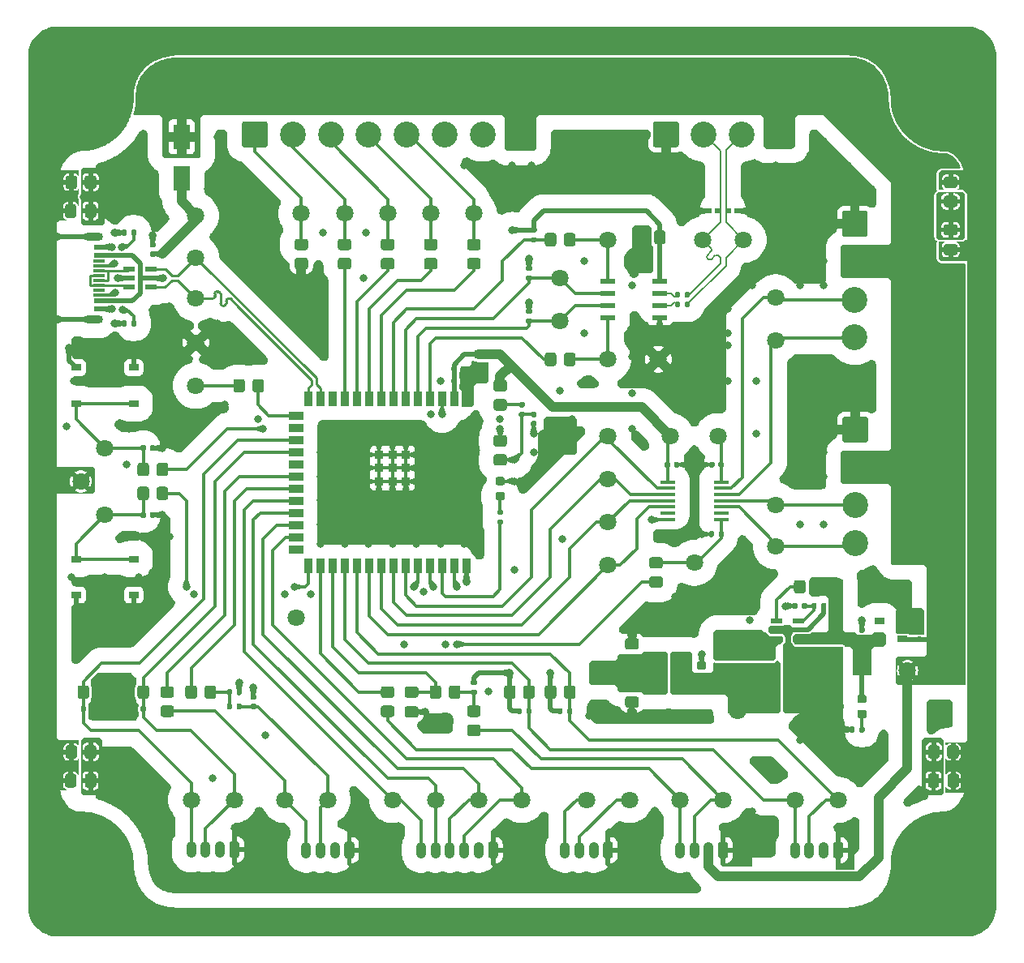
<source format=gtl>
G04 #@! TF.GenerationSoftware,KiCad,Pcbnew,8.0.3+1*
G04 #@! TF.CreationDate,2024-08-22T20:15:40+00:00*
G04 #@! TF.ProjectId,AstraControl,41737472-6143-46f6-9e74-726f6c2e6b69,rev?*
G04 #@! TF.SameCoordinates,Original*
G04 #@! TF.FileFunction,Copper,L1,Top*
G04 #@! TF.FilePolarity,Positive*
%FSLAX46Y46*%
G04 Gerber Fmt 4.6, Leading zero omitted, Abs format (unit mm)*
G04 Created by KiCad (PCBNEW 8.0.3+1) date 2024-08-22 20:15:40*
%MOMM*%
%LPD*%
G01*
G04 APERTURE LIST*
G04 #@! TA.AperFunction,ComponentPad*
%ADD10C,1.800000*%
G04 #@! TD*
G04 #@! TA.AperFunction,ComponentPad*
%ADD11O,1.030000X1.730000*%
G04 #@! TD*
G04 #@! TA.AperFunction,ComponentPad*
%ADD12C,2.700000*%
G04 #@! TD*
G04 #@! TA.AperFunction,ComponentPad*
%ADD13C,0.800000*%
G04 #@! TD*
G04 #@! TA.AperFunction,ComponentPad*
%ADD14C,11.000000*%
G04 #@! TD*
G04 #@! TA.AperFunction,SMDPad,CuDef*
%ADD15R,1.600000X0.350000*%
G04 #@! TD*
G04 #@! TA.AperFunction,SMDPad,CuDef*
%ADD16R,1.000000X0.750000*%
G04 #@! TD*
G04 #@! TA.AperFunction,SMDPad,CuDef*
%ADD17R,1.100000X3.700000*%
G04 #@! TD*
G04 #@! TA.AperFunction,SMDPad,CuDef*
%ADD18R,1.200000X0.600000*%
G04 #@! TD*
G04 #@! TA.AperFunction,SMDPad,CuDef*
%ADD19R,2.500000X1.500000*%
G04 #@! TD*
G04 #@! TA.AperFunction,SMDPad,CuDef*
%ADD20R,0.550000X0.600000*%
G04 #@! TD*
G04 #@! TA.AperFunction,SMDPad,CuDef*
%ADD21R,1.000000X0.700000*%
G04 #@! TD*
G04 #@! TA.AperFunction,SMDPad,CuDef*
%ADD22R,0.900000X1.500000*%
G04 #@! TD*
G04 #@! TA.AperFunction,SMDPad,CuDef*
%ADD23R,1.500000X0.900000*%
G04 #@! TD*
G04 #@! TA.AperFunction,SMDPad,CuDef*
%ADD24R,0.900000X0.900000*%
G04 #@! TD*
G04 #@! TA.AperFunction,SMDPad,CuDef*
%ADD25R,1.140000X0.600000*%
G04 #@! TD*
G04 #@! TA.AperFunction,SMDPad,CuDef*
%ADD26R,1.190000X0.300000*%
G04 #@! TD*
G04 #@! TA.AperFunction,ComponentPad*
%ADD27O,2.000000X0.900000*%
G04 #@! TD*
G04 #@! TA.AperFunction,ComponentPad*
%ADD28O,1.700000X0.900000*%
G04 #@! TD*
G04 #@! TA.AperFunction,SMDPad,CuDef*
%ADD29R,1.550000X0.600000*%
G04 #@! TD*
G04 #@! TA.AperFunction,SMDPad,CuDef*
%ADD30R,1.750000X2.650000*%
G04 #@! TD*
G04 #@! TA.AperFunction,ViaPad*
%ADD31C,0.800000*%
G04 #@! TD*
G04 #@! TA.AperFunction,Conductor*
%ADD32C,0.349300*%
G04 #@! TD*
G04 #@! TA.AperFunction,Conductor*
%ADD33C,0.500000*%
G04 #@! TD*
G04 #@! TA.AperFunction,Conductor*
%ADD34C,1.000000*%
G04 #@! TD*
G04 #@! TA.AperFunction,Conductor*
%ADD35C,0.300000*%
G04 #@! TD*
G04 #@! TA.AperFunction,Conductor*
%ADD36C,0.190800*%
G04 #@! TD*
G04 #@! TA.AperFunction,Conductor*
%ADD37C,0.284000*%
G04 #@! TD*
G04 APERTURE END LIST*
G04 #@! TA.AperFunction,SMDPad,CuDef*
G36*
G01*
X200200000Y-79350000D02*
X199300000Y-79350000D01*
G75*
G02*
X199050000Y-79100000I0J250000D01*
G01*
X199050000Y-78400000D01*
G75*
G02*
X199300000Y-78150000I250000J0D01*
G01*
X200200000Y-78150000D01*
G75*
G02*
X200450000Y-78400000I0J-250000D01*
G01*
X200450000Y-79100000D01*
G75*
G02*
X200200000Y-79350000I-250000J0D01*
G01*
G37*
G04 #@! TD.AperFunction*
G04 #@! TA.AperFunction,SMDPad,CuDef*
G36*
G01*
X200200000Y-77350000D02*
X199300000Y-77350000D01*
G75*
G02*
X199050000Y-77100000I0J250000D01*
G01*
X199050000Y-76400000D01*
G75*
G02*
X199300000Y-76150000I250000J0D01*
G01*
X200200000Y-76150000D01*
G75*
G02*
X200450000Y-76400000I0J-250000D01*
G01*
X200450000Y-77100000D01*
G75*
G02*
X200200000Y-77350000I-250000J0D01*
G01*
G37*
G04 #@! TD.AperFunction*
D10*
X173850000Y-82750000D03*
G04 #@! TA.AperFunction,SMDPad,CuDef*
G36*
G01*
X173500000Y-126775000D02*
X174000000Y-126775000D01*
G75*
G02*
X174225000Y-127000000I0J-225000D01*
G01*
X174225000Y-127450000D01*
G75*
G02*
X174000000Y-127675000I-225000J0D01*
G01*
X173500000Y-127675000D01*
G75*
G02*
X173275000Y-127450000I0J225000D01*
G01*
X173275000Y-127000000D01*
G75*
G02*
X173500000Y-126775000I225000J0D01*
G01*
G37*
G04 #@! TD.AperFunction*
G04 #@! TA.AperFunction,SMDPad,CuDef*
G36*
G01*
X173500000Y-128325000D02*
X174000000Y-128325000D01*
G75*
G02*
X174225000Y-128550000I0J-225000D01*
G01*
X174225000Y-129000000D01*
G75*
G02*
X174000000Y-129225000I-225000J0D01*
G01*
X173500000Y-129225000D01*
G75*
G02*
X173275000Y-129000000I0J225000D01*
G01*
X173275000Y-128550000D01*
G75*
G02*
X173500000Y-128325000I225000J0D01*
G01*
G37*
G04 #@! TD.AperFunction*
X134750000Y-141250000D03*
G04 #@! TA.AperFunction,SMDPad,CuDef*
G36*
G01*
X149190000Y-96080000D02*
X149190000Y-96420000D01*
G75*
G02*
X149050000Y-96560000I-140000J0D01*
G01*
X148770000Y-96560000D01*
G75*
G02*
X148630000Y-96420000I0J140000D01*
G01*
X148630000Y-96080000D01*
G75*
G02*
X148770000Y-95940000I140000J0D01*
G01*
X149050000Y-95940000D01*
G75*
G02*
X149190000Y-96080000I0J-140000D01*
G01*
G37*
G04 #@! TD.AperFunction*
G04 #@! TA.AperFunction,SMDPad,CuDef*
G36*
G01*
X148230000Y-96080000D02*
X148230000Y-96420000D01*
G75*
G02*
X148090000Y-96560000I-140000J0D01*
G01*
X147810000Y-96560000D01*
G75*
G02*
X147670000Y-96420000I0J140000D01*
G01*
X147670000Y-96080000D01*
G75*
G02*
X147810000Y-95940000I140000J0D01*
G01*
X148090000Y-95940000D01*
G75*
G02*
X148230000Y-96080000I0J-140000D01*
G01*
G37*
G04 #@! TD.AperFunction*
X146000000Y-141250000D03*
G04 #@! TA.AperFunction,ComponentPad*
G36*
G01*
X125515000Y-145835000D02*
X125515000Y-147065000D01*
G75*
G02*
X125265000Y-147315000I-250000J0D01*
G01*
X124735000Y-147315000D01*
G75*
G02*
X124485000Y-147065000I0J250000D01*
G01*
X124485000Y-145835000D01*
G75*
G02*
X124735000Y-145585000I250000J0D01*
G01*
X125265000Y-145585000D01*
G75*
G02*
X125515000Y-145835000I0J-250000D01*
G01*
G37*
G04 #@! TD.AperFunction*
D11*
X123500000Y-146450000D03*
X122000000Y-146450000D03*
X120500000Y-146450000D03*
G04 #@! TA.AperFunction,SMDPad,CuDef*
G36*
G01*
X166975000Y-131625000D02*
X166025000Y-131625000D01*
G75*
G02*
X165775000Y-131375000I0J250000D01*
G01*
X165775000Y-130700000D01*
G75*
G02*
X166025000Y-130450000I250000J0D01*
G01*
X166975000Y-130450000D01*
G75*
G02*
X167225000Y-130700000I0J-250000D01*
G01*
X167225000Y-131375000D01*
G75*
G02*
X166975000Y-131625000I-250000J0D01*
G01*
G37*
G04 #@! TD.AperFunction*
G04 #@! TA.AperFunction,SMDPad,CuDef*
G36*
G01*
X166975000Y-129550000D02*
X166025000Y-129550000D01*
G75*
G02*
X165775000Y-129300000I0J250000D01*
G01*
X165775000Y-128625000D01*
G75*
G02*
X166025000Y-128375000I250000J0D01*
G01*
X166975000Y-128375000D01*
G75*
G02*
X167225000Y-128625000I0J-250000D01*
G01*
X167225000Y-129300000D01*
G75*
G02*
X166975000Y-129550000I-250000J0D01*
G01*
G37*
G04 #@! TD.AperFunction*
D10*
X190500000Y-127500000D03*
G04 #@! TA.AperFunction,SMDPad,CuDef*
G36*
G01*
X199275000Y-81125000D02*
X200225000Y-81125000D01*
G75*
G02*
X200475000Y-81375000I0J-250000D01*
G01*
X200475000Y-82050000D01*
G75*
G02*
X200225000Y-82300000I-250000J0D01*
G01*
X199275000Y-82300000D01*
G75*
G02*
X199025000Y-82050000I0J250000D01*
G01*
X199025000Y-81375000D01*
G75*
G02*
X199275000Y-81125000I250000J0D01*
G01*
G37*
G04 #@! TD.AperFunction*
G04 #@! TA.AperFunction,SMDPad,CuDef*
G36*
G01*
X199275000Y-83200000D02*
X200225000Y-83200000D01*
G75*
G02*
X200475000Y-83450000I0J-250000D01*
G01*
X200475000Y-84125000D01*
G75*
G02*
X200225000Y-84375000I-250000J0D01*
G01*
X199275000Y-84375000D01*
G75*
G02*
X199025000Y-84125000I0J250000D01*
G01*
X199025000Y-83450000D01*
G75*
G02*
X199275000Y-83200000I250000J0D01*
G01*
G37*
G04 #@! TD.AperFunction*
X169250000Y-95239370D03*
X121000000Y-93500000D03*
X164000000Y-95250000D03*
X171500000Y-141250000D03*
G04 #@! TA.AperFunction,SMDPad,CuDef*
G36*
G01*
X183225000Y-129000000D02*
X183225000Y-129500000D01*
G75*
G02*
X183000000Y-129725000I-225000J0D01*
G01*
X182550000Y-129725000D01*
G75*
G02*
X182325000Y-129500000I0J225000D01*
G01*
X182325000Y-129000000D01*
G75*
G02*
X182550000Y-128775000I225000J0D01*
G01*
X183000000Y-128775000D01*
G75*
G02*
X183225000Y-129000000I0J-225000D01*
G01*
G37*
G04 #@! TD.AperFunction*
G04 #@! TA.AperFunction,SMDPad,CuDef*
G36*
G01*
X181675000Y-129000000D02*
X181675000Y-129500000D01*
G75*
G02*
X181450000Y-129725000I-225000J0D01*
G01*
X181000000Y-129725000D01*
G75*
G02*
X180775000Y-129500000I0J225000D01*
G01*
X180775000Y-129000000D01*
G75*
G02*
X181000000Y-128775000I225000J0D01*
G01*
X181450000Y-128775000D01*
G75*
G02*
X181675000Y-129000000I0J-225000D01*
G01*
G37*
G04 #@! TD.AperFunction*
G04 #@! TA.AperFunction,SMDPad,CuDef*
G36*
G01*
X160280000Y-131815000D02*
X160280000Y-132185000D01*
G75*
G02*
X160145000Y-132320000I-135000J0D01*
G01*
X159875000Y-132320000D01*
G75*
G02*
X159740000Y-132185000I0J135000D01*
G01*
X159740000Y-131815000D01*
G75*
G02*
X159875000Y-131680000I135000J0D01*
G01*
X160145000Y-131680000D01*
G75*
G02*
X160280000Y-131815000I0J-135000D01*
G01*
G37*
G04 #@! TD.AperFunction*
G04 #@! TA.AperFunction,SMDPad,CuDef*
G36*
G01*
X159260000Y-131815000D02*
X159260000Y-132185000D01*
G75*
G02*
X159125000Y-132320000I-135000J0D01*
G01*
X158855000Y-132320000D01*
G75*
G02*
X158720000Y-132185000I0J135000D01*
G01*
X158720000Y-131815000D01*
G75*
G02*
X158855000Y-131680000I135000J0D01*
G01*
X159125000Y-131680000D01*
G75*
G02*
X159260000Y-131815000I0J-135000D01*
G01*
G37*
G04 #@! TD.AperFunction*
X195250000Y-127750000D03*
G04 #@! TA.AperFunction,ComponentPad*
G36*
G01*
X188650001Y-79730000D02*
X190849999Y-79730000D01*
G75*
G02*
X191100000Y-79980001I0J-250001D01*
G01*
X191100000Y-82179999D01*
G75*
G02*
X190849999Y-82430000I-250001J0D01*
G01*
X188650001Y-82430000D01*
G75*
G02*
X188400000Y-82179999I0J250001D01*
G01*
X188400000Y-79980001D01*
G75*
G02*
X188650001Y-79730000I250001J0D01*
G01*
G37*
G04 #@! TD.AperFunction*
D12*
X189750000Y-85040000D03*
X189750000Y-89000000D03*
X189750000Y-92960000D03*
D10*
X173000000Y-116500000D03*
D13*
X104800000Y-68000000D03*
X104800000Y-148000000D03*
X105000000Y-75412623D03*
X105000000Y-88423032D03*
X105000000Y-94928237D03*
X105000000Y-101433441D03*
X105000000Y-107938646D03*
X105000000Y-114566559D03*
X105000000Y-121071763D03*
X105000000Y-127576968D03*
X105000000Y-134082172D03*
X105000000Y-140587377D03*
X106900000Y-64362693D03*
X106900000Y-71637307D03*
X106900000Y-144362693D03*
X106900000Y-151637307D03*
G04 #@! TA.AperFunction,ComponentPad*
G36*
X201668346Y-60502320D02*
G01*
X202002921Y-60540018D01*
X202331172Y-60614939D01*
X202648970Y-60726141D01*
X202952319Y-60872227D01*
X203237404Y-61051358D01*
X203500641Y-61261282D01*
X203738718Y-61499359D01*
X203948642Y-61762596D01*
X204127773Y-62047681D01*
X204273859Y-62351030D01*
X204385061Y-62668828D01*
X204459982Y-62997079D01*
X204497680Y-63331654D01*
X204500000Y-63500000D01*
X204500000Y-152500000D01*
X204497680Y-152668346D01*
X204459982Y-153002921D01*
X204385061Y-153331172D01*
X204273859Y-153648970D01*
X204127773Y-153952319D01*
X203948642Y-154237404D01*
X203738718Y-154500641D01*
X203500641Y-154738718D01*
X203237404Y-154948642D01*
X202952319Y-155127773D01*
X202648970Y-155273859D01*
X202331172Y-155385061D01*
X202002921Y-155459982D01*
X201668346Y-155497680D01*
X201500000Y-155500000D01*
X106499999Y-155500000D01*
X106331653Y-155497680D01*
X105997078Y-155459982D01*
X105668828Y-155385061D01*
X105351030Y-155273859D01*
X105047681Y-155127774D01*
X104762595Y-154948643D01*
X104499359Y-154738719D01*
X104261282Y-154500642D01*
X104051358Y-154237405D01*
X103872227Y-153952320D01*
X103726142Y-153648971D01*
X103614939Y-153331173D01*
X103540018Y-153002923D01*
X103502320Y-152668348D01*
X103500000Y-152500002D01*
X103500000Y-78000000D01*
X106500000Y-78000000D01*
X106500000Y-138000000D01*
X106504883Y-138193359D01*
X106509537Y-138295257D01*
X106516480Y-138415283D01*
X106526169Y-138551788D01*
X106539063Y-138703125D01*
X106555619Y-138867645D01*
X106576294Y-139043701D01*
X106601548Y-139229644D01*
X106631836Y-139423828D01*
X106667618Y-139624603D01*
X106709351Y-139830322D01*
X106757493Y-140039337D01*
X106812500Y-140250000D01*
X106874833Y-140460662D01*
X106944947Y-140669677D01*
X107023301Y-140875396D01*
X107110352Y-141076171D01*
X107206559Y-141270355D01*
X107312378Y-141456298D01*
X107428269Y-141632354D01*
X107554688Y-141796875D01*
X107692093Y-141948211D01*
X107840943Y-142084716D01*
X108001694Y-142204742D01*
X108174805Y-142306640D01*
X108360734Y-142388763D01*
X108559937Y-142449462D01*
X108772873Y-142487091D01*
X109000000Y-142500000D01*
X109227385Y-142502328D01*
X109680603Y-142539883D01*
X110129171Y-142614736D01*
X110570026Y-142726375D01*
X111000156Y-142874039D01*
X111416623Y-143056718D01*
X111816582Y-143273165D01*
X112197301Y-143521902D01*
X112556179Y-143801228D01*
X112890765Y-144109235D01*
X113198772Y-144443821D01*
X113478098Y-144802699D01*
X113726835Y-145183418D01*
X113943282Y-145583377D01*
X114125961Y-145999844D01*
X114273625Y-146429974D01*
X114385264Y-146870829D01*
X114460117Y-147319397D01*
X114497672Y-147772615D01*
X114500000Y-148000000D01*
X114508790Y-148193359D01*
X114517167Y-148295257D01*
X114529664Y-148415283D01*
X114547104Y-148551788D01*
X114570313Y-148703125D01*
X114600113Y-148867645D01*
X114637330Y-149043701D01*
X114682786Y-149229644D01*
X114737305Y-149423828D01*
X114801713Y-149624603D01*
X114876832Y-149830322D01*
X114963486Y-150039337D01*
X115062500Y-150250000D01*
X115174698Y-150460662D01*
X115300904Y-150669677D01*
X115441941Y-150875396D01*
X115598633Y-151076171D01*
X115771805Y-151270355D01*
X115962281Y-151456298D01*
X116170884Y-151632354D01*
X116398438Y-151796875D01*
X116645768Y-151948211D01*
X116913697Y-152084716D01*
X117203049Y-152204742D01*
X117514649Y-152306640D01*
X117849320Y-152388763D01*
X118207886Y-152449462D01*
X118591172Y-152487091D01*
X119000000Y-152500000D01*
X189000000Y-152500000D01*
X189193359Y-152491210D01*
X189295257Y-152482833D01*
X189415283Y-152470336D01*
X189551788Y-152452896D01*
X189703125Y-152429687D01*
X189867645Y-152399887D01*
X190043701Y-152362670D01*
X190229644Y-152317214D01*
X190423828Y-152262695D01*
X190624603Y-152198287D01*
X190830322Y-152123168D01*
X191039337Y-152036514D01*
X191250000Y-151937500D01*
X191460662Y-151825302D01*
X191669677Y-151699096D01*
X191875396Y-151558059D01*
X192076171Y-151401367D01*
X192270355Y-151228195D01*
X192456298Y-151037719D01*
X192632354Y-150829116D01*
X192796875Y-150601562D01*
X192948211Y-150354232D01*
X193084716Y-150086303D01*
X193204742Y-149796951D01*
X193306640Y-149485351D01*
X193388763Y-149150680D01*
X193449462Y-148792114D01*
X193487091Y-148408828D01*
X193500000Y-148000000D01*
X193502328Y-147772615D01*
X193539883Y-147319397D01*
X193614735Y-146870829D01*
X193726375Y-146429974D01*
X193874039Y-145999844D01*
X194056718Y-145583377D01*
X194273165Y-145183418D01*
X194521901Y-144802699D01*
X194801227Y-144443821D01*
X195109235Y-144109235D01*
X195443821Y-143801227D01*
X195802699Y-143521901D01*
X196183418Y-143273165D01*
X196583377Y-143056718D01*
X196999844Y-142874039D01*
X197429974Y-142726375D01*
X197870829Y-142614735D01*
X198319397Y-142539883D01*
X198772615Y-142502328D01*
X199000000Y-142500000D01*
X199164031Y-142482833D01*
X199306549Y-142452896D01*
X199482025Y-142399887D01*
X199579833Y-142362670D01*
X199683135Y-142317214D01*
X199791015Y-142262695D01*
X199902557Y-142198287D01*
X200016845Y-142123168D01*
X200132965Y-142036514D01*
X200250000Y-141937500D01*
X200367034Y-141825302D01*
X200483154Y-141699096D01*
X200597442Y-141558059D01*
X200708984Y-141401367D01*
X200816864Y-141228195D01*
X200920166Y-141037719D01*
X201017974Y-140829116D01*
X201109375Y-140601562D01*
X201193450Y-140354232D01*
X201269287Y-140086303D01*
X201335968Y-139796951D01*
X201392578Y-139485351D01*
X201438201Y-139150680D01*
X201471923Y-138792114D01*
X201492828Y-138408828D01*
X201500000Y-138000000D01*
X201500000Y-78000000D01*
X201495117Y-77806641D01*
X201490463Y-77704743D01*
X201483520Y-77584717D01*
X201473831Y-77448212D01*
X201460937Y-77296875D01*
X201444381Y-77132355D01*
X201423706Y-76956299D01*
X201398452Y-76770356D01*
X201368164Y-76576172D01*
X201332382Y-76375397D01*
X201290649Y-76169678D01*
X201242507Y-75960663D01*
X201187500Y-75750000D01*
X201125167Y-75539338D01*
X201055053Y-75330323D01*
X200976699Y-75124604D01*
X200889648Y-74923829D01*
X200793441Y-74729645D01*
X200687622Y-74543702D01*
X200571731Y-74367646D01*
X200445312Y-74203125D01*
X200307907Y-74051789D01*
X200159057Y-73915284D01*
X199998306Y-73795258D01*
X199825195Y-73693360D01*
X199639266Y-73611237D01*
X199440063Y-73550538D01*
X199227127Y-73512909D01*
X199000000Y-73500000D01*
X198772615Y-73497672D01*
X198319397Y-73460117D01*
X197870829Y-73385265D01*
X197429974Y-73273625D01*
X196999844Y-73125961D01*
X196583377Y-72943282D01*
X196183418Y-72726835D01*
X195802699Y-72478099D01*
X195443821Y-72198773D01*
X195109235Y-71890765D01*
X194801227Y-71556179D01*
X194521901Y-71197301D01*
X194273165Y-70816582D01*
X194056718Y-70416623D01*
X193874039Y-70000156D01*
X193726375Y-69570026D01*
X193614735Y-69129171D01*
X193539883Y-68680603D01*
X193502328Y-68227385D01*
X193500000Y-68000000D01*
X193491210Y-67806641D01*
X193482833Y-67704743D01*
X193470336Y-67584717D01*
X193452896Y-67448212D01*
X193429687Y-67296875D01*
X193399887Y-67132355D01*
X193362670Y-66956299D01*
X193317214Y-66770356D01*
X193262695Y-66576172D01*
X193198287Y-66375397D01*
X193123168Y-66169678D01*
X193036514Y-65960663D01*
X192937500Y-65750000D01*
X192825302Y-65539338D01*
X192699096Y-65330323D01*
X192558059Y-65124604D01*
X192401367Y-64923829D01*
X192228195Y-64729645D01*
X192037719Y-64543702D01*
X191829116Y-64367646D01*
X191601562Y-64203125D01*
X191354232Y-64051789D01*
X191086303Y-63915284D01*
X190796951Y-63795258D01*
X190485351Y-63693360D01*
X190150680Y-63611237D01*
X189792114Y-63550538D01*
X189408828Y-63512909D01*
X189000000Y-63500000D01*
X119000000Y-63500000D01*
X118806641Y-63508790D01*
X118704743Y-63517167D01*
X118584717Y-63529664D01*
X118448212Y-63547104D01*
X118296875Y-63570313D01*
X118132355Y-63600113D01*
X117956299Y-63637330D01*
X117770356Y-63682786D01*
X117576172Y-63737305D01*
X117375397Y-63801713D01*
X117169678Y-63876832D01*
X116960663Y-63963486D01*
X116750000Y-64062500D01*
X116539338Y-64174698D01*
X116330323Y-64300904D01*
X116124604Y-64441941D01*
X115923829Y-64598633D01*
X115729645Y-64771805D01*
X115543702Y-64962281D01*
X115367646Y-65170884D01*
X115203125Y-65398438D01*
X115051789Y-65645768D01*
X114915284Y-65913697D01*
X114795258Y-66203049D01*
X114693360Y-66514649D01*
X114611237Y-66849320D01*
X114550538Y-67207886D01*
X114512909Y-67591172D01*
X114500000Y-68000000D01*
X114497672Y-68227385D01*
X114482629Y-68408908D01*
X114480186Y-68466433D01*
X114473603Y-68517835D01*
X114460117Y-68680603D01*
X114428496Y-68870090D01*
X114420888Y-68929505D01*
X114410674Y-68976897D01*
X114385264Y-69129171D01*
X114335526Y-69325579D01*
X114322531Y-69385879D01*
X114309388Y-69428794D01*
X114273625Y-69570026D01*
X114204258Y-69772079D01*
X114185826Y-69832269D01*
X114170516Y-69870368D01*
X114125961Y-70000156D01*
X114035430Y-70206542D01*
X114011757Y-70265457D01*
X113995077Y-70298538D01*
X113943282Y-70416623D01*
X113830004Y-70625942D01*
X113801578Y-70682322D01*
X113784357Y-70710290D01*
X113726835Y-70816582D01*
X113589192Y-71027257D01*
X113556803Y-71079861D01*
X113539849Y-71102784D01*
X113478098Y-71197301D01*
X113314309Y-71407735D01*
X113279197Y-71455210D01*
X113263301Y-71473271D01*
X113198772Y-71556179D01*
X113006751Y-71764769D01*
X112970759Y-71805664D01*
X112956714Y-71819125D01*
X112890765Y-71890765D01*
X112668035Y-72095800D01*
X112633711Y-72128698D01*
X112622212Y-72137982D01*
X112556179Y-72198772D01*
X112299545Y-72398516D01*
X112270482Y-72421984D01*
X112262229Y-72427561D01*
X112197301Y-72478098D01*
X111902305Y-72670828D01*
X111883690Y-72683410D01*
X111879254Y-72685887D01*
X111816582Y-72726835D01*
X111476664Y-72910788D01*
X111476121Y-72911092D01*
X111476019Y-72911137D01*
X111416623Y-72943282D01*
X111000156Y-73125961D01*
X110570026Y-73273625D01*
X110129171Y-73385264D01*
X109680603Y-73460117D01*
X109227385Y-73497672D01*
X109000000Y-73500000D01*
X108835969Y-73517167D01*
X108693451Y-73547104D01*
X108517975Y-73600113D01*
X108420167Y-73637330D01*
X108316865Y-73682786D01*
X108208985Y-73737305D01*
X108097443Y-73801713D01*
X107983155Y-73876832D01*
X107867035Y-73963486D01*
X107750000Y-74062500D01*
X107632966Y-74174698D01*
X107516846Y-74300904D01*
X107402558Y-74441941D01*
X107291016Y-74598633D01*
X107183136Y-74771805D01*
X107079834Y-74962281D01*
X106982026Y-75170884D01*
X106890625Y-75398438D01*
X106806550Y-75645768D01*
X106730713Y-75913697D01*
X106664032Y-76203049D01*
X106607422Y-76514649D01*
X106561799Y-76849320D01*
X106528077Y-77207886D01*
X106507172Y-77591172D01*
X106500000Y-78000000D01*
X103500000Y-78000000D01*
X103500000Y-63500262D01*
X103502232Y-63331896D01*
X103539934Y-62997282D01*
X103614864Y-62668993D01*
X103726079Y-62351158D01*
X103872182Y-62047773D01*
X104051333Y-61762654D01*
X104261282Y-61499387D01*
X104499387Y-61261282D01*
X104762654Y-61051333D01*
X105047773Y-60872182D01*
X105351158Y-60726079D01*
X105668993Y-60614864D01*
X105997282Y-60539934D01*
X106331896Y-60502232D01*
X106500262Y-60500000D01*
X201500000Y-60500000D01*
X201668346Y-60502320D01*
G37*
G04 #@! TD.AperFunction*
D14*
X109000000Y-148000000D03*
D13*
X111100000Y-64362693D03*
X111100000Y-71637307D03*
X111100000Y-144362693D03*
X111100000Y-151637307D03*
X111746900Y-154000000D03*
X111746901Y-62000000D03*
X113200000Y-68000000D03*
X113200000Y-148000000D03*
X118252105Y-62000000D03*
X118252105Y-154000000D03*
X124757309Y-154000000D03*
X124757310Y-62000000D03*
X131262514Y-62000000D03*
X131262514Y-154000000D03*
X137767718Y-154000000D03*
X137767719Y-62000000D03*
X144272923Y-62000000D03*
X144272923Y-154000000D03*
X150778127Y-62000000D03*
X150900836Y-154000000D03*
X157283332Y-62000000D03*
X157406040Y-154000000D03*
X163788536Y-62000000D03*
X163911245Y-154000000D03*
X170293741Y-62000000D03*
X170416449Y-154000000D03*
X176798945Y-62000000D03*
X176921654Y-154000000D03*
X183304150Y-62000000D03*
X183304150Y-154000000D03*
X189809354Y-62000000D03*
X189809354Y-154000000D03*
X194800000Y-68000000D03*
X194800000Y-148000000D03*
X196314559Y-62000000D03*
X196314559Y-154000000D03*
X196900000Y-64362693D03*
X196900000Y-71637307D03*
X196900000Y-144362693D03*
X196900000Y-151637307D03*
D14*
X199000000Y-68000000D03*
X199000000Y-148000000D03*
D13*
X201100000Y-64362693D03*
X201100000Y-71637307D03*
X201100000Y-144362693D03*
X201100000Y-151637307D03*
X203000000Y-75473977D03*
X203000000Y-81979182D03*
X203000000Y-88484386D03*
X203000000Y-94989591D03*
X203000000Y-101494795D03*
X203000000Y-108000000D03*
X203000000Y-114627913D03*
X203000000Y-121133117D03*
X203000000Y-127638322D03*
X203000000Y-134143526D03*
X203000000Y-140648731D03*
X203200000Y-68000000D03*
X203200000Y-148000000D03*
D10*
X164000000Y-112250000D03*
X164000000Y-107750000D03*
X109000000Y-108000000D03*
X111500000Y-104500000D03*
G04 #@! TA.AperFunction,SMDPad,CuDef*
G36*
G01*
X110587500Y-138775000D02*
X110587500Y-139725000D01*
G75*
G02*
X110337500Y-139975000I-250000J0D01*
G01*
X109662500Y-139975000D01*
G75*
G02*
X109412500Y-139725000I0J250000D01*
G01*
X109412500Y-138775000D01*
G75*
G02*
X109662500Y-138525000I250000J0D01*
G01*
X110337500Y-138525000D01*
G75*
G02*
X110587500Y-138775000I0J-250000D01*
G01*
G37*
G04 #@! TD.AperFunction*
G04 #@! TA.AperFunction,SMDPad,CuDef*
G36*
G01*
X108512500Y-138775000D02*
X108512500Y-139725000D01*
G75*
G02*
X108262500Y-139975000I-250000J0D01*
G01*
X107587500Y-139975000D01*
G75*
G02*
X107337500Y-139725000I0J250000D01*
G01*
X107337500Y-138775000D01*
G75*
G02*
X107587500Y-138525000I250000J0D01*
G01*
X108262500Y-138525000D01*
G75*
G02*
X108512500Y-138775000I0J-250000D01*
G01*
G37*
G04 #@! TD.AperFunction*
G04 #@! TA.AperFunction,SMDPad,CuDef*
G36*
G01*
X168160000Y-85670000D02*
X168160000Y-85330000D01*
G75*
G02*
X168300000Y-85190000I140000J0D01*
G01*
X168580000Y-85190000D01*
G75*
G02*
X168720000Y-85330000I0J-140000D01*
G01*
X168720000Y-85670000D01*
G75*
G02*
X168580000Y-85810000I-140000J0D01*
G01*
X168300000Y-85810000D01*
G75*
G02*
X168160000Y-85670000I0J140000D01*
G01*
G37*
G04 #@! TD.AperFunction*
G04 #@! TA.AperFunction,SMDPad,CuDef*
G36*
G01*
X169120000Y-85670000D02*
X169120000Y-85330000D01*
G75*
G02*
X169260000Y-85190000I140000J0D01*
G01*
X169540000Y-85190000D01*
G75*
G02*
X169680000Y-85330000I0J-140000D01*
G01*
X169680000Y-85670000D01*
G75*
G02*
X169540000Y-85810000I-140000J0D01*
G01*
X169260000Y-85810000D01*
G75*
G02*
X169120000Y-85670000I0J140000D01*
G01*
G37*
G04 #@! TD.AperFunction*
X177500000Y-132000000D03*
X125000000Y-141250000D03*
G04 #@! TA.AperFunction,SMDPad,CuDef*
G36*
G01*
X119900000Y-130450000D02*
X119900000Y-129550000D01*
G75*
G02*
X120150000Y-129300000I250000J0D01*
G01*
X120850000Y-129300000D01*
G75*
G02*
X121100000Y-129550000I0J-250000D01*
G01*
X121100000Y-130450000D01*
G75*
G02*
X120850000Y-130700000I-250000J0D01*
G01*
X120150000Y-130700000D01*
G75*
G02*
X119900000Y-130450000I0J250000D01*
G01*
G37*
G04 #@! TD.AperFunction*
G04 #@! TA.AperFunction,SMDPad,CuDef*
G36*
G01*
X121900000Y-130450000D02*
X121900000Y-129550000D01*
G75*
G02*
X122150000Y-129300000I250000J0D01*
G01*
X122850000Y-129300000D01*
G75*
G02*
X123100000Y-129550000I0J-250000D01*
G01*
X123100000Y-130450000D01*
G75*
G02*
X122850000Y-130700000I-250000J0D01*
G01*
X122150000Y-130700000D01*
G75*
G02*
X121900000Y-130450000I0J250000D01*
G01*
G37*
G04 #@! TD.AperFunction*
G04 #@! TA.AperFunction,SMDPad,CuDef*
G36*
G01*
X116330000Y-83010000D02*
X116670000Y-83010000D01*
G75*
G02*
X116810000Y-83150000I0J-140000D01*
G01*
X116810000Y-83430000D01*
G75*
G02*
X116670000Y-83570000I-140000J0D01*
G01*
X116330000Y-83570000D01*
G75*
G02*
X116190000Y-83430000I0J140000D01*
G01*
X116190000Y-83150000D01*
G75*
G02*
X116330000Y-83010000I140000J0D01*
G01*
G37*
G04 #@! TD.AperFunction*
G04 #@! TA.AperFunction,SMDPad,CuDef*
G36*
G01*
X116330000Y-83970000D02*
X116670000Y-83970000D01*
G75*
G02*
X116810000Y-84110000I0J-140000D01*
G01*
X116810000Y-84390000D01*
G75*
G02*
X116670000Y-84530000I-140000J0D01*
G01*
X116330000Y-84530000D01*
G75*
G02*
X116190000Y-84390000I0J140000D01*
G01*
X116190000Y-84110000D01*
G75*
G02*
X116330000Y-83970000I140000J0D01*
G01*
G37*
G04 #@! TD.AperFunction*
X181500000Y-114750000D03*
X141000000Y-80000000D03*
G04 #@! TA.AperFunction,SMDPad,CuDef*
G36*
G01*
X110600000Y-76300000D02*
X110600000Y-77200000D01*
G75*
G02*
X110350000Y-77450000I-250000J0D01*
G01*
X109650000Y-77450000D01*
G75*
G02*
X109400000Y-77200000I0J250000D01*
G01*
X109400000Y-76300000D01*
G75*
G02*
X109650000Y-76050000I250000J0D01*
G01*
X110350000Y-76050000D01*
G75*
G02*
X110600000Y-76300000I0J-250000D01*
G01*
G37*
G04 #@! TD.AperFunction*
G04 #@! TA.AperFunction,SMDPad,CuDef*
G36*
G01*
X108600000Y-76300000D02*
X108600000Y-77200000D01*
G75*
G02*
X108350000Y-77450000I-250000J0D01*
G01*
X107650000Y-77450000D01*
G75*
G02*
X107400000Y-77200000I0J250000D01*
G01*
X107400000Y-76300000D01*
G75*
G02*
X107650000Y-76050000I250000J0D01*
G01*
X108350000Y-76050000D01*
G75*
G02*
X108600000Y-76300000I0J-250000D01*
G01*
G37*
G04 #@! TD.AperFunction*
D15*
X170200000Y-108050000D03*
X170200000Y-108700000D03*
X170200000Y-109350000D03*
X170200000Y-110000000D03*
X170200000Y-110650000D03*
X170200000Y-111300000D03*
X170200000Y-111950000D03*
X175800000Y-111950000D03*
X175800000Y-111300000D03*
X175800000Y-110650000D03*
X175800000Y-110000000D03*
X175800000Y-109350000D03*
X175800000Y-108700000D03*
X175800000Y-108050000D03*
D16*
X114500000Y-99850000D03*
X108500000Y-99850000D03*
X114500000Y-96100000D03*
X108500000Y-96100000D03*
G04 #@! TA.AperFunction,SMDPad,CuDef*
G36*
G01*
X152493750Y-107525000D02*
X153006250Y-107525000D01*
G75*
G02*
X153225000Y-107743750I0J-218750D01*
G01*
X153225000Y-108181250D01*
G75*
G02*
X153006250Y-108400000I-218750J0D01*
G01*
X152493750Y-108400000D01*
G75*
G02*
X152275000Y-108181250I0J218750D01*
G01*
X152275000Y-107743750D01*
G75*
G02*
X152493750Y-107525000I218750J0D01*
G01*
G37*
G04 #@! TD.AperFunction*
G04 #@! TA.AperFunction,SMDPad,CuDef*
G36*
G01*
X152493750Y-109100000D02*
X153006250Y-109100000D01*
G75*
G02*
X153225000Y-109318750I0J-218750D01*
G01*
X153225000Y-109756250D01*
G75*
G02*
X153006250Y-109975000I-218750J0D01*
G01*
X152493750Y-109975000D01*
G75*
G02*
X152275000Y-109756250I0J218750D01*
G01*
X152275000Y-109318750D01*
G75*
G02*
X152493750Y-109100000I218750J0D01*
G01*
G37*
G04 #@! TD.AperFunction*
D17*
X171750000Y-128000000D03*
X168750000Y-128000000D03*
G04 #@! TA.AperFunction,SMDPad,CuDef*
G36*
G01*
X155565000Y-85460000D02*
X155935000Y-85460000D01*
G75*
G02*
X156070000Y-85595000I0J-135000D01*
G01*
X156070000Y-85865000D01*
G75*
G02*
X155935000Y-86000000I-135000J0D01*
G01*
X155565000Y-86000000D01*
G75*
G02*
X155430000Y-85865000I0J135000D01*
G01*
X155430000Y-85595000D01*
G75*
G02*
X155565000Y-85460000I135000J0D01*
G01*
G37*
G04 #@! TD.AperFunction*
G04 #@! TA.AperFunction,SMDPad,CuDef*
G36*
G01*
X155565000Y-86480000D02*
X155935000Y-86480000D01*
G75*
G02*
X156070000Y-86615000I0J-135000D01*
G01*
X156070000Y-86885000D01*
G75*
G02*
X155935000Y-87020000I-135000J0D01*
G01*
X155565000Y-87020000D01*
G75*
G02*
X155430000Y-86885000I0J135000D01*
G01*
X155430000Y-86615000D01*
G75*
G02*
X155565000Y-86480000I135000J0D01*
G01*
G37*
G04 #@! TD.AperFunction*
G04 #@! TA.AperFunction,SMDPad,CuDef*
G36*
G01*
X117550000Y-129400000D02*
X118450000Y-129400000D01*
G75*
G02*
X118700000Y-129650000I0J-250000D01*
G01*
X118700000Y-130350000D01*
G75*
G02*
X118450000Y-130600000I-250000J0D01*
G01*
X117550000Y-130600000D01*
G75*
G02*
X117300000Y-130350000I0J250000D01*
G01*
X117300000Y-129650000D01*
G75*
G02*
X117550000Y-129400000I250000J0D01*
G01*
G37*
G04 #@! TD.AperFunction*
G04 #@! TA.AperFunction,SMDPad,CuDef*
G36*
G01*
X117550000Y-131400000D02*
X118450000Y-131400000D01*
G75*
G02*
X118700000Y-131650000I0J-250000D01*
G01*
X118700000Y-132350000D01*
G75*
G02*
X118450000Y-132600000I-250000J0D01*
G01*
X117550000Y-132600000D01*
G75*
G02*
X117300000Y-132350000I0J250000D01*
G01*
X117300000Y-131650000D01*
G75*
G02*
X117550000Y-131400000I250000J0D01*
G01*
G37*
G04 #@! TD.AperFunction*
G04 #@! TA.AperFunction,ComponentPad*
G36*
G01*
X164515000Y-145885000D02*
X164515000Y-147115000D01*
G75*
G02*
X164265000Y-147365000I-250000J0D01*
G01*
X163735000Y-147365000D01*
G75*
G02*
X163485000Y-147115000I0J250000D01*
G01*
X163485000Y-145885000D01*
G75*
G02*
X163735000Y-145635000I250000J0D01*
G01*
X164265000Y-145635000D01*
G75*
G02*
X164515000Y-145885000I0J-250000D01*
G01*
G37*
G04 #@! TD.AperFunction*
D11*
X162500000Y-146500000D03*
X161000000Y-146500000D03*
X159500000Y-146500000D03*
G04 #@! TA.AperFunction,SMDPad,CuDef*
G36*
G01*
X108650000Y-130450000D02*
X108650000Y-129550000D01*
G75*
G02*
X108900000Y-129300000I250000J0D01*
G01*
X109600000Y-129300000D01*
G75*
G02*
X109850000Y-129550000I0J-250000D01*
G01*
X109850000Y-130450000D01*
G75*
G02*
X109600000Y-130700000I-250000J0D01*
G01*
X108900000Y-130700000D01*
G75*
G02*
X108650000Y-130450000I0J250000D01*
G01*
G37*
G04 #@! TD.AperFunction*
G04 #@! TA.AperFunction,SMDPad,CuDef*
G36*
G01*
X110650000Y-130450000D02*
X110650000Y-129550000D01*
G75*
G02*
X110900000Y-129300000I250000J0D01*
G01*
X111600000Y-129300000D01*
G75*
G02*
X111850000Y-129550000I0J-250000D01*
G01*
X111850000Y-130450000D01*
G75*
G02*
X111600000Y-130700000I-250000J0D01*
G01*
X110900000Y-130700000D01*
G75*
G02*
X110650000Y-130450000I0J250000D01*
G01*
G37*
G04 #@! TD.AperFunction*
D10*
X145500000Y-80000000D03*
G04 #@! TA.AperFunction,ComponentPad*
G36*
G01*
X137515000Y-145885000D02*
X137515000Y-147115000D01*
G75*
G02*
X137265000Y-147365000I-250000J0D01*
G01*
X136735000Y-147365000D01*
G75*
G02*
X136485000Y-147115000I0J250000D01*
G01*
X136485000Y-145885000D01*
G75*
G02*
X136735000Y-145635000I250000J0D01*
G01*
X137265000Y-145635000D01*
G75*
G02*
X137515000Y-145885000I0J-250000D01*
G01*
G37*
G04 #@! TD.AperFunction*
D11*
X135500000Y-146500000D03*
X134000000Y-146500000D03*
X132500000Y-146500000D03*
G04 #@! TA.AperFunction,SMDPad,CuDef*
G36*
G01*
X174560000Y-106420000D02*
X174560000Y-106080000D01*
G75*
G02*
X174700000Y-105940000I140000J0D01*
G01*
X174980000Y-105940000D01*
G75*
G02*
X175120000Y-106080000I0J-140000D01*
G01*
X175120000Y-106420000D01*
G75*
G02*
X174980000Y-106560000I-140000J0D01*
G01*
X174700000Y-106560000D01*
G75*
G02*
X174560000Y-106420000I0J140000D01*
G01*
G37*
G04 #@! TD.AperFunction*
G04 #@! TA.AperFunction,SMDPad,CuDef*
G36*
G01*
X175520000Y-106420000D02*
X175520000Y-106080000D01*
G75*
G02*
X175660000Y-105940000I140000J0D01*
G01*
X175940000Y-105940000D01*
G75*
G02*
X176080000Y-106080000I0J-140000D01*
G01*
X176080000Y-106420000D01*
G75*
G02*
X175940000Y-106560000I-140000J0D01*
G01*
X175660000Y-106560000D01*
G75*
G02*
X175520000Y-106420000I0J140000D01*
G01*
G37*
G04 #@! TD.AperFunction*
D10*
X164000000Y-82750000D03*
G04 #@! TA.AperFunction,SMDPad,CuDef*
G36*
G01*
X183225000Y-127250000D02*
X183225000Y-127750000D01*
G75*
G02*
X183000000Y-127975000I-225000J0D01*
G01*
X182550000Y-127975000D01*
G75*
G02*
X182325000Y-127750000I0J225000D01*
G01*
X182325000Y-127250000D01*
G75*
G02*
X182550000Y-127025000I225000J0D01*
G01*
X183000000Y-127025000D01*
G75*
G02*
X183225000Y-127250000I0J-225000D01*
G01*
G37*
G04 #@! TD.AperFunction*
G04 #@! TA.AperFunction,SMDPad,CuDef*
G36*
G01*
X181675000Y-127250000D02*
X181675000Y-127750000D01*
G75*
G02*
X181450000Y-127975000I-225000J0D01*
G01*
X181000000Y-127975000D01*
G75*
G02*
X180775000Y-127750000I0J225000D01*
G01*
X180775000Y-127250000D01*
G75*
G02*
X181000000Y-127025000I225000J0D01*
G01*
X181450000Y-127025000D01*
G75*
G02*
X181675000Y-127250000I0J-225000D01*
G01*
G37*
G04 #@! TD.AperFunction*
G04 #@! TA.AperFunction,SMDPad,CuDef*
G36*
G01*
X115770000Y-131565000D02*
X115770000Y-131935000D01*
G75*
G02*
X115635000Y-132070000I-135000J0D01*
G01*
X115365000Y-132070000D01*
G75*
G02*
X115230000Y-131935000I0J135000D01*
G01*
X115230000Y-131565000D01*
G75*
G02*
X115365000Y-131430000I135000J0D01*
G01*
X115635000Y-131430000D01*
G75*
G02*
X115770000Y-131565000I0J-135000D01*
G01*
G37*
G04 #@! TD.AperFunction*
G04 #@! TA.AperFunction,SMDPad,CuDef*
G36*
G01*
X114750000Y-131565000D02*
X114750000Y-131935000D01*
G75*
G02*
X114615000Y-132070000I-135000J0D01*
G01*
X114345000Y-132070000D01*
G75*
G02*
X114210000Y-131935000I0J135000D01*
G01*
X114210000Y-131565000D01*
G75*
G02*
X114345000Y-131430000I135000J0D01*
G01*
X114615000Y-131430000D01*
G75*
G02*
X114750000Y-131565000I0J-135000D01*
G01*
G37*
G04 #@! TD.AperFunction*
G04 #@! TA.AperFunction,SMDPad,CuDef*
G36*
G01*
X166737500Y-82975000D02*
X166737500Y-82025000D01*
G75*
G02*
X166987500Y-81775000I250000J0D01*
G01*
X167662500Y-81775000D01*
G75*
G02*
X167912500Y-82025000I0J-250000D01*
G01*
X167912500Y-82975000D01*
G75*
G02*
X167662500Y-83225000I-250000J0D01*
G01*
X166987500Y-83225000D01*
G75*
G02*
X166737500Y-82975000I0J250000D01*
G01*
G37*
G04 #@! TD.AperFunction*
G04 #@! TA.AperFunction,SMDPad,CuDef*
G36*
G01*
X168812500Y-82975000D02*
X168812500Y-82025000D01*
G75*
G02*
X169062500Y-81775000I250000J0D01*
G01*
X169737500Y-81775000D01*
G75*
G02*
X169987500Y-82025000I0J-250000D01*
G01*
X169987500Y-82975000D01*
G75*
G02*
X169737500Y-83225000I-250000J0D01*
G01*
X169062500Y-83225000D01*
G75*
G02*
X168812500Y-82975000I0J250000D01*
G01*
G37*
G04 #@! TD.AperFunction*
G04 #@! TA.AperFunction,SMDPad,CuDef*
G36*
G01*
X172540000Y-89315000D02*
X172540000Y-89685000D01*
G75*
G02*
X172405000Y-89820000I-135000J0D01*
G01*
X172135000Y-89820000D01*
G75*
G02*
X172000000Y-89685000I0J135000D01*
G01*
X172000000Y-89315000D01*
G75*
G02*
X172135000Y-89180000I135000J0D01*
G01*
X172405000Y-89180000D01*
G75*
G02*
X172540000Y-89315000I0J-135000D01*
G01*
G37*
G04 #@! TD.AperFunction*
G04 #@! TA.AperFunction,SMDPad,CuDef*
G36*
G01*
X171520000Y-89315000D02*
X171520000Y-89685000D01*
G75*
G02*
X171385000Y-89820000I-135000J0D01*
G01*
X171115000Y-89820000D01*
G75*
G02*
X170980000Y-89685000I0J135000D01*
G01*
X170980000Y-89315000D01*
G75*
G02*
X171115000Y-89180000I135000J0D01*
G01*
X171385000Y-89180000D01*
G75*
G02*
X171520000Y-89315000I0J-135000D01*
G01*
G37*
G04 #@! TD.AperFunction*
X121000000Y-88900000D03*
G04 #@! TA.AperFunction,SMDPad,CuDef*
G36*
G01*
X115220000Y-111670000D02*
X115220000Y-111330000D01*
G75*
G02*
X115360000Y-111190000I140000J0D01*
G01*
X115640000Y-111190000D01*
G75*
G02*
X115780000Y-111330000I0J-140000D01*
G01*
X115780000Y-111670000D01*
G75*
G02*
X115640000Y-111810000I-140000J0D01*
G01*
X115360000Y-111810000D01*
G75*
G02*
X115220000Y-111670000I0J140000D01*
G01*
G37*
G04 #@! TD.AperFunction*
G04 #@! TA.AperFunction,SMDPad,CuDef*
G36*
G01*
X116180000Y-111670000D02*
X116180000Y-111330000D01*
G75*
G02*
X116320000Y-111190000I140000J0D01*
G01*
X116600000Y-111190000D01*
G75*
G02*
X116740000Y-111330000I0J-140000D01*
G01*
X116740000Y-111670000D01*
G75*
G02*
X116600000Y-111810000I-140000J0D01*
G01*
X116320000Y-111810000D01*
G75*
G02*
X116180000Y-111670000I0J140000D01*
G01*
G37*
G04 #@! TD.AperFunction*
G04 #@! TA.AperFunction,SMDPad,CuDef*
G36*
G01*
X152935000Y-112502500D02*
X152565000Y-112502500D01*
G75*
G02*
X152430000Y-112367500I0J135000D01*
G01*
X152430000Y-112097500D01*
G75*
G02*
X152565000Y-111962500I135000J0D01*
G01*
X152935000Y-111962500D01*
G75*
G02*
X153070000Y-112097500I0J-135000D01*
G01*
X153070000Y-112367500D01*
G75*
G02*
X152935000Y-112502500I-135000J0D01*
G01*
G37*
G04 #@! TD.AperFunction*
G04 #@! TA.AperFunction,SMDPad,CuDef*
G36*
G01*
X152935000Y-111482500D02*
X152565000Y-111482500D01*
G75*
G02*
X152430000Y-111347500I0J135000D01*
G01*
X152430000Y-111077500D01*
G75*
G02*
X152565000Y-110942500I135000J0D01*
G01*
X152935000Y-110942500D01*
G75*
G02*
X153070000Y-111077500I0J-135000D01*
G01*
X153070000Y-111347500D01*
G75*
G02*
X152935000Y-111482500I-135000J0D01*
G01*
G37*
G04 #@! TD.AperFunction*
G04 #@! TA.AperFunction,SMDPad,CuDef*
G36*
G01*
X166025000Y-124375000D02*
X166975000Y-124375000D01*
G75*
G02*
X167225000Y-124625000I0J-250000D01*
G01*
X167225000Y-125300000D01*
G75*
G02*
X166975000Y-125550000I-250000J0D01*
G01*
X166025000Y-125550000D01*
G75*
G02*
X165775000Y-125300000I0J250000D01*
G01*
X165775000Y-124625000D01*
G75*
G02*
X166025000Y-124375000I250000J0D01*
G01*
G37*
G04 #@! TD.AperFunction*
G04 #@! TA.AperFunction,SMDPad,CuDef*
G36*
G01*
X166025000Y-126450000D02*
X166975000Y-126450000D01*
G75*
G02*
X167225000Y-126700000I0J-250000D01*
G01*
X167225000Y-127375000D01*
G75*
G02*
X166975000Y-127625000I-250000J0D01*
G01*
X166025000Y-127625000D01*
G75*
G02*
X165775000Y-127375000I0J250000D01*
G01*
X165775000Y-126700000D01*
G75*
G02*
X166025000Y-126450000I250000J0D01*
G01*
G37*
G04 #@! TD.AperFunction*
G04 #@! TA.AperFunction,SMDPad,CuDef*
G36*
G01*
X148600000Y-129550000D02*
X148600000Y-130450000D01*
G75*
G02*
X148350000Y-130700000I-250000J0D01*
G01*
X147650000Y-130700000D01*
G75*
G02*
X147400000Y-130450000I0J250000D01*
G01*
X147400000Y-129550000D01*
G75*
G02*
X147650000Y-129300000I250000J0D01*
G01*
X148350000Y-129300000D01*
G75*
G02*
X148600000Y-129550000I0J-250000D01*
G01*
G37*
G04 #@! TD.AperFunction*
G04 #@! TA.AperFunction,SMDPad,CuDef*
G36*
G01*
X146600000Y-129550000D02*
X146600000Y-130450000D01*
G75*
G02*
X146350000Y-130700000I-250000J0D01*
G01*
X145650000Y-130700000D01*
G75*
G02*
X145400000Y-130450000I0J250000D01*
G01*
X145400000Y-129550000D01*
G75*
G02*
X145650000Y-129300000I250000J0D01*
G01*
X146350000Y-129300000D01*
G75*
G02*
X146600000Y-129550000I0J-250000D01*
G01*
G37*
G04 #@! TD.AperFunction*
G04 #@! TA.AperFunction,SMDPad,CuDef*
G36*
G01*
X150450000Y-85850000D02*
X149550000Y-85850000D01*
G75*
G02*
X149300000Y-85600000I0J250000D01*
G01*
X149300000Y-84900000D01*
G75*
G02*
X149550000Y-84650000I250000J0D01*
G01*
X150450000Y-84650000D01*
G75*
G02*
X150700000Y-84900000I0J-250000D01*
G01*
X150700000Y-85600000D01*
G75*
G02*
X150450000Y-85850000I-250000J0D01*
G01*
G37*
G04 #@! TD.AperFunction*
G04 #@! TA.AperFunction,SMDPad,CuDef*
G36*
G01*
X150450000Y-83850000D02*
X149550000Y-83850000D01*
G75*
G02*
X149300000Y-83600000I0J250000D01*
G01*
X149300000Y-82900000D01*
G75*
G02*
X149550000Y-82650000I250000J0D01*
G01*
X150450000Y-82650000D01*
G75*
G02*
X150700000Y-82900000I0J-250000D01*
G01*
X150700000Y-83600000D01*
G75*
G02*
X150450000Y-83850000I-250000J0D01*
G01*
G37*
G04 #@! TD.AperFunction*
G04 #@! TA.AperFunction,SMDPad,CuDef*
G36*
G01*
X196330000Y-123240000D02*
X196670000Y-123240000D01*
G75*
G02*
X196810000Y-123380000I0J-140000D01*
G01*
X196810000Y-123660000D01*
G75*
G02*
X196670000Y-123800000I-140000J0D01*
G01*
X196330000Y-123800000D01*
G75*
G02*
X196190000Y-123660000I0J140000D01*
G01*
X196190000Y-123380000D01*
G75*
G02*
X196330000Y-123240000I140000J0D01*
G01*
G37*
G04 #@! TD.AperFunction*
G04 #@! TA.AperFunction,SMDPad,CuDef*
G36*
G01*
X196330000Y-124200000D02*
X196670000Y-124200000D01*
G75*
G02*
X196810000Y-124340000I0J-140000D01*
G01*
X196810000Y-124620000D01*
G75*
G02*
X196670000Y-124760000I-140000J0D01*
G01*
X196330000Y-124760000D01*
G75*
G02*
X196190000Y-124620000I0J140000D01*
G01*
X196190000Y-124340000D01*
G75*
G02*
X196330000Y-124200000I140000J0D01*
G01*
G37*
G04 #@! TD.AperFunction*
X181500000Y-88750000D03*
X178150000Y-82750000D03*
G04 #@! TA.AperFunction,ComponentPad*
G36*
G01*
X188515000Y-145885000D02*
X188515000Y-147115000D01*
G75*
G02*
X188265000Y-147365000I-250000J0D01*
G01*
X187735000Y-147365000D01*
G75*
G02*
X187485000Y-147115000I0J250000D01*
G01*
X187485000Y-145885000D01*
G75*
G02*
X187735000Y-145635000I250000J0D01*
G01*
X188265000Y-145635000D01*
G75*
G02*
X188515000Y-145885000I0J-250000D01*
G01*
G37*
G04 #@! TD.AperFunction*
D11*
X186500000Y-146500000D03*
X185000000Y-146500000D03*
X183500000Y-146500000D03*
G04 #@! TA.AperFunction,SMDPad,CuDef*
G36*
G01*
X186000000Y-126500000D02*
X185500000Y-126500000D01*
G75*
G02*
X185275000Y-126275000I0J225000D01*
G01*
X185275000Y-125825000D01*
G75*
G02*
X185500000Y-125600000I225000J0D01*
G01*
X186000000Y-125600000D01*
G75*
G02*
X186225000Y-125825000I0J-225000D01*
G01*
X186225000Y-126275000D01*
G75*
G02*
X186000000Y-126500000I-225000J0D01*
G01*
G37*
G04 #@! TD.AperFunction*
G04 #@! TA.AperFunction,SMDPad,CuDef*
G36*
G01*
X186000000Y-124950000D02*
X185500000Y-124950000D01*
G75*
G02*
X185275000Y-124725000I0J225000D01*
G01*
X185275000Y-124275000D01*
G75*
G02*
X185500000Y-124050000I225000J0D01*
G01*
X186000000Y-124050000D01*
G75*
G02*
X186225000Y-124275000I0J-225000D01*
G01*
X186225000Y-124725000D01*
G75*
G02*
X186000000Y-124950000I-225000J0D01*
G01*
G37*
G04 #@! TD.AperFunction*
G04 #@! TA.AperFunction,SMDPad,CuDef*
G36*
G01*
X156080000Y-100720000D02*
X156420000Y-100720000D01*
G75*
G02*
X156560000Y-100860000I0J-140000D01*
G01*
X156560000Y-101140000D01*
G75*
G02*
X156420000Y-101280000I-140000J0D01*
G01*
X156080000Y-101280000D01*
G75*
G02*
X155940000Y-101140000I0J140000D01*
G01*
X155940000Y-100860000D01*
G75*
G02*
X156080000Y-100720000I140000J0D01*
G01*
G37*
G04 #@! TD.AperFunction*
G04 #@! TA.AperFunction,SMDPad,CuDef*
G36*
G01*
X156080000Y-101680000D02*
X156420000Y-101680000D01*
G75*
G02*
X156560000Y-101820000I0J-140000D01*
G01*
X156560000Y-102100000D01*
G75*
G02*
X156420000Y-102240000I-140000J0D01*
G01*
X156080000Y-102240000D01*
G75*
G02*
X155940000Y-102100000I0J140000D01*
G01*
X155940000Y-101820000D01*
G75*
G02*
X156080000Y-101680000I140000J0D01*
G01*
G37*
G04 #@! TD.AperFunction*
G04 #@! TA.AperFunction,ComponentPad*
G36*
G01*
X188700001Y-101230000D02*
X190899999Y-101230000D01*
G75*
G02*
X191150000Y-101480001I0J-250001D01*
G01*
X191150000Y-103679999D01*
G75*
G02*
X190899999Y-103930000I-250001J0D01*
G01*
X188700001Y-103930000D01*
G75*
G02*
X188450000Y-103679999I0J250001D01*
G01*
X188450000Y-101480001D01*
G75*
G02*
X188700001Y-101230000I250001J0D01*
G01*
G37*
G04 #@! TD.AperFunction*
D12*
X189800000Y-106540000D03*
X189800000Y-110500000D03*
X189800000Y-114460000D03*
G04 #@! TA.AperFunction,ComponentPad*
G36*
G01*
X125791666Y-72849999D02*
X125791666Y-70650001D01*
G75*
G02*
X126041667Y-70400000I250001J0D01*
G01*
X128241665Y-70400000D01*
G75*
G02*
X128491666Y-70650001I0J-250001D01*
G01*
X128491666Y-72849999D01*
G75*
G02*
X128241665Y-73100000I-250001J0D01*
G01*
X126041667Y-73100000D01*
G75*
G02*
X125791666Y-72849999I0J250001D01*
G01*
G37*
G04 #@! TD.AperFunction*
X131101666Y-71750000D03*
X135061666Y-71750000D03*
X139021666Y-71750000D03*
X142981666Y-71750000D03*
X146941666Y-71750000D03*
X150901666Y-71750000D03*
X154861666Y-71750000D03*
G04 #@! TA.AperFunction,SMDPad,CuDef*
G36*
G01*
X186780000Y-120815000D02*
X186780000Y-121185000D01*
G75*
G02*
X186645000Y-121320000I-135000J0D01*
G01*
X186375000Y-121320000D01*
G75*
G02*
X186240000Y-121185000I0J135000D01*
G01*
X186240000Y-120815000D01*
G75*
G02*
X186375000Y-120680000I135000J0D01*
G01*
X186645000Y-120680000D01*
G75*
G02*
X186780000Y-120815000I0J-135000D01*
G01*
G37*
G04 #@! TD.AperFunction*
G04 #@! TA.AperFunction,SMDPad,CuDef*
G36*
G01*
X185760000Y-120815000D02*
X185760000Y-121185000D01*
G75*
G02*
X185625000Y-121320000I-135000J0D01*
G01*
X185355000Y-121320000D01*
G75*
G02*
X185220000Y-121185000I0J135000D01*
G01*
X185220000Y-120815000D01*
G75*
G02*
X185355000Y-120680000I135000J0D01*
G01*
X185625000Y-120680000D01*
G75*
G02*
X185760000Y-120815000I0J-135000D01*
G01*
G37*
G04 #@! TD.AperFunction*
G04 #@! TA.AperFunction,SMDPad,CuDef*
G36*
G01*
X141450000Y-85850000D02*
X140550000Y-85850000D01*
G75*
G02*
X140300000Y-85600000I0J250000D01*
G01*
X140300000Y-84900000D01*
G75*
G02*
X140550000Y-84650000I250000J0D01*
G01*
X141450000Y-84650000D01*
G75*
G02*
X141700000Y-84900000I0J-250000D01*
G01*
X141700000Y-85600000D01*
G75*
G02*
X141450000Y-85850000I-250000J0D01*
G01*
G37*
G04 #@! TD.AperFunction*
G04 #@! TA.AperFunction,SMDPad,CuDef*
G36*
G01*
X141450000Y-83850000D02*
X140550000Y-83850000D01*
G75*
G02*
X140300000Y-83600000I0J250000D01*
G01*
X140300000Y-82900000D01*
G75*
G02*
X140550000Y-82650000I250000J0D01*
G01*
X141450000Y-82650000D01*
G75*
G02*
X141700000Y-82900000I0J-250000D01*
G01*
X141700000Y-83600000D01*
G75*
G02*
X141450000Y-83850000I-250000J0D01*
G01*
G37*
G04 #@! TD.AperFunction*
D18*
X114000000Y-85820000D03*
X114000000Y-86770000D03*
X114000000Y-87720000D03*
X116300000Y-87720000D03*
X116300000Y-86770000D03*
X116300000Y-85820000D03*
D16*
X114500000Y-119850000D03*
X108500000Y-119850000D03*
X114500000Y-116100000D03*
X108500000Y-116100000D03*
G04 #@! TA.AperFunction,SMDPad,CuDef*
G36*
G01*
X113220000Y-91685000D02*
X113220000Y-91315000D01*
G75*
G02*
X113355000Y-91180000I135000J0D01*
G01*
X113625000Y-91180000D01*
G75*
G02*
X113760000Y-91315000I0J-135000D01*
G01*
X113760000Y-91685000D01*
G75*
G02*
X113625000Y-91820000I-135000J0D01*
G01*
X113355000Y-91820000D01*
G75*
G02*
X113220000Y-91685000I0J135000D01*
G01*
G37*
G04 #@! TD.AperFunction*
G04 #@! TA.AperFunction,SMDPad,CuDef*
G36*
G01*
X114240000Y-91685000D02*
X114240000Y-91315000D01*
G75*
G02*
X114375000Y-91180000I135000J0D01*
G01*
X114645000Y-91180000D01*
G75*
G02*
X114780000Y-91315000I0J-135000D01*
G01*
X114780000Y-91685000D01*
G75*
G02*
X114645000Y-91820000I-135000J0D01*
G01*
X114375000Y-91820000D01*
G75*
G02*
X114240000Y-91685000I0J135000D01*
G01*
G37*
G04 #@! TD.AperFunction*
G04 #@! TA.AperFunction,SMDPad,CuDef*
G36*
G01*
X174510000Y-113685000D02*
X174510000Y-113315000D01*
G75*
G02*
X174645000Y-113180000I135000J0D01*
G01*
X174915000Y-113180000D01*
G75*
G02*
X175050000Y-113315000I0J-135000D01*
G01*
X175050000Y-113685000D01*
G75*
G02*
X174915000Y-113820000I-135000J0D01*
G01*
X174645000Y-113820000D01*
G75*
G02*
X174510000Y-113685000I0J135000D01*
G01*
G37*
G04 #@! TD.AperFunction*
G04 #@! TA.AperFunction,SMDPad,CuDef*
G36*
G01*
X175530000Y-113685000D02*
X175530000Y-113315000D01*
G75*
G02*
X175665000Y-113180000I135000J0D01*
G01*
X175935000Y-113180000D01*
G75*
G02*
X176070000Y-113315000I0J-135000D01*
G01*
X176070000Y-113685000D01*
G75*
G02*
X175935000Y-113820000I-135000J0D01*
G01*
X175665000Y-113820000D01*
G75*
G02*
X175530000Y-113685000I0J135000D01*
G01*
G37*
G04 #@! TD.AperFunction*
D10*
X121000000Y-80250000D03*
G04 #@! TA.AperFunction,SMDPad,CuDef*
G36*
G01*
X190756250Y-132725000D02*
X190243750Y-132725000D01*
G75*
G02*
X190025000Y-132506250I0J218750D01*
G01*
X190025000Y-132068750D01*
G75*
G02*
X190243750Y-131850000I218750J0D01*
G01*
X190756250Y-131850000D01*
G75*
G02*
X190975000Y-132068750I0J-218750D01*
G01*
X190975000Y-132506250D01*
G75*
G02*
X190756250Y-132725000I-218750J0D01*
G01*
G37*
G04 #@! TD.AperFunction*
G04 #@! TA.AperFunction,SMDPad,CuDef*
G36*
G01*
X190756250Y-131150000D02*
X190243750Y-131150000D01*
G75*
G02*
X190025000Y-130931250I0J218750D01*
G01*
X190025000Y-130493750D01*
G75*
G02*
X190243750Y-130275000I218750J0D01*
G01*
X190756250Y-130275000D01*
G75*
G02*
X190975000Y-130493750I0J-218750D01*
G01*
X190975000Y-130931250D01*
G75*
G02*
X190756250Y-131150000I-218750J0D01*
G01*
G37*
G04 #@! TD.AperFunction*
G04 #@! TA.AperFunction,SMDPad,CuDef*
G36*
G01*
X153200000Y-100600000D02*
X152300000Y-100600000D01*
G75*
G02*
X152050000Y-100350000I0J250000D01*
G01*
X152050000Y-99650000D01*
G75*
G02*
X152300000Y-99400000I250000J0D01*
G01*
X153200000Y-99400000D01*
G75*
G02*
X153450000Y-99650000I0J-250000D01*
G01*
X153450000Y-100350000D01*
G75*
G02*
X153200000Y-100600000I-250000J0D01*
G01*
G37*
G04 #@! TD.AperFunction*
G04 #@! TA.AperFunction,SMDPad,CuDef*
G36*
G01*
X153200000Y-98600000D02*
X152300000Y-98600000D01*
G75*
G02*
X152050000Y-98350000I0J250000D01*
G01*
X152050000Y-97650000D01*
G75*
G02*
X152300000Y-97400000I250000J0D01*
G01*
X153200000Y-97400000D01*
G75*
G02*
X153450000Y-97650000I0J-250000D01*
G01*
X153450000Y-98350000D01*
G75*
G02*
X153200000Y-98600000I-250000J0D01*
G01*
G37*
G04 #@! TD.AperFunction*
X121000000Y-84598586D03*
X164000000Y-116750000D03*
G04 #@! TA.AperFunction,SMDPad,CuDef*
G36*
G01*
X116100000Y-129550000D02*
X116100000Y-130450000D01*
G75*
G02*
X115850000Y-130700000I-250000J0D01*
G01*
X115150000Y-130700000D01*
G75*
G02*
X114900000Y-130450000I0J250000D01*
G01*
X114900000Y-129550000D01*
G75*
G02*
X115150000Y-129300000I250000J0D01*
G01*
X115850000Y-129300000D01*
G75*
G02*
X116100000Y-129550000I0J-250000D01*
G01*
G37*
G04 #@! TD.AperFunction*
G04 #@! TA.AperFunction,SMDPad,CuDef*
G36*
G01*
X114100000Y-129550000D02*
X114100000Y-130450000D01*
G75*
G02*
X113850000Y-130700000I-250000J0D01*
G01*
X113150000Y-130700000D01*
G75*
G02*
X112900000Y-130450000I0J250000D01*
G01*
X112900000Y-129550000D01*
G75*
G02*
X113150000Y-129300000I250000J0D01*
G01*
X113850000Y-129300000D01*
G75*
G02*
X114100000Y-129550000I0J-250000D01*
G01*
G37*
G04 #@! TD.AperFunction*
X163250000Y-128000000D03*
G04 #@! TA.AperFunction,SMDPad,CuDef*
G36*
G01*
X155185000Y-101280000D02*
X154815000Y-101280000D01*
G75*
G02*
X154680000Y-101145000I0J135000D01*
G01*
X154680000Y-100875000D01*
G75*
G02*
X154815000Y-100740000I135000J0D01*
G01*
X155185000Y-100740000D01*
G75*
G02*
X155320000Y-100875000I0J-135000D01*
G01*
X155320000Y-101145000D01*
G75*
G02*
X155185000Y-101280000I-135000J0D01*
G01*
G37*
G04 #@! TD.AperFunction*
G04 #@! TA.AperFunction,SMDPad,CuDef*
G36*
G01*
X155185000Y-100260000D02*
X154815000Y-100260000D01*
G75*
G02*
X154680000Y-100125000I0J135000D01*
G01*
X154680000Y-99855000D01*
G75*
G02*
X154815000Y-99720000I135000J0D01*
G01*
X155185000Y-99720000D01*
G75*
G02*
X155320000Y-99855000I0J-135000D01*
G01*
X155320000Y-100125000D01*
G75*
G02*
X155185000Y-100260000I-135000J0D01*
G01*
G37*
G04 #@! TD.AperFunction*
G04 #@! TA.AperFunction,SMDPad,CuDef*
G36*
G01*
X116740000Y-104330000D02*
X116740000Y-104670000D01*
G75*
G02*
X116600000Y-104810000I-140000J0D01*
G01*
X116320000Y-104810000D01*
G75*
G02*
X116180000Y-104670000I0J140000D01*
G01*
X116180000Y-104330000D01*
G75*
G02*
X116320000Y-104190000I140000J0D01*
G01*
X116600000Y-104190000D01*
G75*
G02*
X116740000Y-104330000I0J-140000D01*
G01*
G37*
G04 #@! TD.AperFunction*
G04 #@! TA.AperFunction,SMDPad,CuDef*
G36*
G01*
X115780000Y-104330000D02*
X115780000Y-104670000D01*
G75*
G02*
X115640000Y-104810000I-140000J0D01*
G01*
X115360000Y-104810000D01*
G75*
G02*
X115220000Y-104670000I0J140000D01*
G01*
X115220000Y-104330000D01*
G75*
G02*
X115360000Y-104190000I140000J0D01*
G01*
X115640000Y-104190000D01*
G75*
G02*
X115780000Y-104330000I0J-140000D01*
G01*
G37*
G04 #@! TD.AperFunction*
G04 #@! TA.AperFunction,SMDPad,CuDef*
G36*
G01*
X168160000Y-84420000D02*
X168160000Y-84080000D01*
G75*
G02*
X168300000Y-83940000I140000J0D01*
G01*
X168580000Y-83940000D01*
G75*
G02*
X168720000Y-84080000I0J-140000D01*
G01*
X168720000Y-84420000D01*
G75*
G02*
X168580000Y-84560000I-140000J0D01*
G01*
X168300000Y-84560000D01*
G75*
G02*
X168160000Y-84420000I0J140000D01*
G01*
G37*
G04 #@! TD.AperFunction*
G04 #@! TA.AperFunction,SMDPad,CuDef*
G36*
G01*
X169120000Y-84420000D02*
X169120000Y-84080000D01*
G75*
G02*
X169260000Y-83940000I140000J0D01*
G01*
X169540000Y-83940000D01*
G75*
G02*
X169680000Y-84080000I0J-140000D01*
G01*
X169680000Y-84420000D01*
G75*
G02*
X169540000Y-84560000I-140000J0D01*
G01*
X169260000Y-84560000D01*
G75*
G02*
X169120000Y-84420000I0J140000D01*
G01*
G37*
G04 #@! TD.AperFunction*
X181500000Y-110500000D03*
G04 #@! TA.AperFunction,SMDPad,CuDef*
G36*
G01*
X150750000Y-96725000D02*
X150250000Y-96725000D01*
G75*
G02*
X150025000Y-96500000I0J225000D01*
G01*
X150025000Y-96050000D01*
G75*
G02*
X150250000Y-95825000I225000J0D01*
G01*
X150750000Y-95825000D01*
G75*
G02*
X150975000Y-96050000I0J-225000D01*
G01*
X150975000Y-96500000D01*
G75*
G02*
X150750000Y-96725000I-225000J0D01*
G01*
G37*
G04 #@! TD.AperFunction*
G04 #@! TA.AperFunction,SMDPad,CuDef*
G36*
G01*
X150750000Y-95175000D02*
X150250000Y-95175000D01*
G75*
G02*
X150025000Y-94950000I0J225000D01*
G01*
X150025000Y-94500000D01*
G75*
G02*
X150250000Y-94275000I225000J0D01*
G01*
X150750000Y-94275000D01*
G75*
G02*
X150975000Y-94500000I0J-225000D01*
G01*
X150975000Y-94950000D01*
G75*
G02*
X150750000Y-95175000I-225000J0D01*
G01*
G37*
G04 #@! TD.AperFunction*
G04 #@! TA.AperFunction,SMDPad,CuDef*
G36*
G01*
X110587500Y-79275000D02*
X110587500Y-80225000D01*
G75*
G02*
X110337500Y-80475000I-250000J0D01*
G01*
X109662500Y-80475000D01*
G75*
G02*
X109412500Y-80225000I0J250000D01*
G01*
X109412500Y-79275000D01*
G75*
G02*
X109662500Y-79025000I250000J0D01*
G01*
X110337500Y-79025000D01*
G75*
G02*
X110587500Y-79275000I0J-250000D01*
G01*
G37*
G04 #@! TD.AperFunction*
G04 #@! TA.AperFunction,SMDPad,CuDef*
G36*
G01*
X108512500Y-79275000D02*
X108512500Y-80225000D01*
G75*
G02*
X108262500Y-80475000I-250000J0D01*
G01*
X107587500Y-80475000D01*
G75*
G02*
X107337500Y-80225000I0J250000D01*
G01*
X107337500Y-79275000D01*
G75*
G02*
X107587500Y-79025000I250000J0D01*
G01*
X108262500Y-79025000D01*
G75*
G02*
X108512500Y-79275000I0J-250000D01*
G01*
G37*
G04 #@! TD.AperFunction*
X175500000Y-103250000D03*
G04 #@! TA.AperFunction,SMDPad,CuDef*
G36*
G01*
X156435000Y-83020000D02*
X156065000Y-83020000D01*
G75*
G02*
X155930000Y-82885000I0J135000D01*
G01*
X155930000Y-82615000D01*
G75*
G02*
X156065000Y-82480000I135000J0D01*
G01*
X156435000Y-82480000D01*
G75*
G02*
X156570000Y-82615000I0J-135000D01*
G01*
X156570000Y-82885000D01*
G75*
G02*
X156435000Y-83020000I-135000J0D01*
G01*
G37*
G04 #@! TD.AperFunction*
G04 #@! TA.AperFunction,SMDPad,CuDef*
G36*
G01*
X156435000Y-82000000D02*
X156065000Y-82000000D01*
G75*
G02*
X155930000Y-81865000I0J135000D01*
G01*
X155930000Y-81595000D01*
G75*
G02*
X156065000Y-81460000I135000J0D01*
G01*
X156435000Y-81460000D01*
G75*
G02*
X156570000Y-81595000I0J-135000D01*
G01*
X156570000Y-81865000D01*
G75*
G02*
X156435000Y-82000000I-135000J0D01*
G01*
G37*
G04 #@! TD.AperFunction*
G04 #@! TA.AperFunction,SMDPad,CuDef*
G36*
G01*
X132450000Y-85850000D02*
X131550000Y-85850000D01*
G75*
G02*
X131300000Y-85600000I0J250000D01*
G01*
X131300000Y-84900000D01*
G75*
G02*
X131550000Y-84650000I250000J0D01*
G01*
X132450000Y-84650000D01*
G75*
G02*
X132700000Y-84900000I0J-250000D01*
G01*
X132700000Y-85600000D01*
G75*
G02*
X132450000Y-85850000I-250000J0D01*
G01*
G37*
G04 #@! TD.AperFunction*
G04 #@! TA.AperFunction,SMDPad,CuDef*
G36*
G01*
X132450000Y-83850000D02*
X131550000Y-83850000D01*
G75*
G02*
X131300000Y-83600000I0J250000D01*
G01*
X131300000Y-82900000D01*
G75*
G02*
X131550000Y-82650000I250000J0D01*
G01*
X132450000Y-82650000D01*
G75*
G02*
X132700000Y-82900000I0J-250000D01*
G01*
X132700000Y-83600000D01*
G75*
G02*
X132450000Y-83850000I-250000J0D01*
G01*
G37*
G04 #@! TD.AperFunction*
X131500000Y-122250000D03*
G04 #@! TA.AperFunction,SMDPad,CuDef*
G36*
G01*
X141450000Y-132600000D02*
X140550000Y-132600000D01*
G75*
G02*
X140300000Y-132350000I0J250000D01*
G01*
X140300000Y-131650000D01*
G75*
G02*
X140550000Y-131400000I250000J0D01*
G01*
X141450000Y-131400000D01*
G75*
G02*
X141700000Y-131650000I0J-250000D01*
G01*
X141700000Y-132350000D01*
G75*
G02*
X141450000Y-132600000I-250000J0D01*
G01*
G37*
G04 #@! TD.AperFunction*
G04 #@! TA.AperFunction,SMDPad,CuDef*
G36*
G01*
X141450000Y-130600000D02*
X140550000Y-130600000D01*
G75*
G02*
X140300000Y-130350000I0J250000D01*
G01*
X140300000Y-129650000D01*
G75*
G02*
X140550000Y-129400000I250000J0D01*
G01*
X141450000Y-129400000D01*
G75*
G02*
X141700000Y-129650000I0J-250000D01*
G01*
X141700000Y-130350000D01*
G75*
G02*
X141450000Y-130600000I-250000J0D01*
G01*
G37*
G04 #@! TD.AperFunction*
X130250000Y-141250000D03*
D18*
X181600000Y-122550000D03*
X181600000Y-123500000D03*
X181600000Y-124450000D03*
X183900000Y-124450000D03*
X183900000Y-122550000D03*
G04 #@! TA.AperFunction,ComponentPad*
G36*
G01*
X168690000Y-72849999D02*
X168690000Y-70650001D01*
G75*
G02*
X168940001Y-70400000I250001J0D01*
G01*
X171139999Y-70400000D01*
G75*
G02*
X171390000Y-70650001I0J-250001D01*
G01*
X171390000Y-72849999D01*
G75*
G02*
X171139999Y-73100000I-250001J0D01*
G01*
X168940001Y-73100000D01*
G75*
G02*
X168690000Y-72849999I0J250001D01*
G01*
G37*
G04 #@! TD.AperFunction*
D12*
X174000000Y-71750000D03*
X177960000Y-71750000D03*
X181920000Y-71750000D03*
G04 #@! TA.AperFunction,SMDPad,CuDef*
G36*
G01*
X197400000Y-136700000D02*
X197400000Y-135800000D01*
G75*
G02*
X197650000Y-135550000I250000J0D01*
G01*
X198350000Y-135550000D01*
G75*
G02*
X198600000Y-135800000I0J-250000D01*
G01*
X198600000Y-136700000D01*
G75*
G02*
X198350000Y-136950000I-250000J0D01*
G01*
X197650000Y-136950000D01*
G75*
G02*
X197400000Y-136700000I0J250000D01*
G01*
G37*
G04 #@! TD.AperFunction*
G04 #@! TA.AperFunction,SMDPad,CuDef*
G36*
G01*
X199400000Y-136700000D02*
X199400000Y-135800000D01*
G75*
G02*
X199650000Y-135550000I250000J0D01*
G01*
X200350000Y-135550000D01*
G75*
G02*
X200600000Y-135800000I0J-250000D01*
G01*
X200600000Y-136700000D01*
G75*
G02*
X200350000Y-136950000I-250000J0D01*
G01*
X199650000Y-136950000D01*
G75*
G02*
X199400000Y-136700000I0J250000D01*
G01*
G37*
G04 #@! TD.AperFunction*
G04 #@! TA.AperFunction,SMDPad,CuDef*
G36*
G01*
X183625000Y-130775000D02*
X183625000Y-131725000D01*
G75*
G02*
X183375000Y-131975000I-250000J0D01*
G01*
X182700000Y-131975000D01*
G75*
G02*
X182450000Y-131725000I0J250000D01*
G01*
X182450000Y-130775000D01*
G75*
G02*
X182700000Y-130525000I250000J0D01*
G01*
X183375000Y-130525000D01*
G75*
G02*
X183625000Y-130775000I0J-250000D01*
G01*
G37*
G04 #@! TD.AperFunction*
G04 #@! TA.AperFunction,SMDPad,CuDef*
G36*
G01*
X181550000Y-130775000D02*
X181550000Y-131725000D01*
G75*
G02*
X181300000Y-131975000I-250000J0D01*
G01*
X180625000Y-131975000D01*
G75*
G02*
X180375000Y-131725000I0J250000D01*
G01*
X180375000Y-130775000D01*
G75*
G02*
X180625000Y-130525000I250000J0D01*
G01*
X181300000Y-130525000D01*
G75*
G02*
X181550000Y-130775000I0J-250000D01*
G01*
G37*
G04 #@! TD.AperFunction*
D19*
X177500000Y-124900000D03*
X177500000Y-128600000D03*
D10*
X111500000Y-111500000D03*
G04 #@! TA.AperFunction,SMDPad,CuDef*
G36*
G01*
X110600000Y-135800000D02*
X110600000Y-136700000D01*
G75*
G02*
X110350000Y-136950000I-250000J0D01*
G01*
X109650000Y-136950000D01*
G75*
G02*
X109400000Y-136700000I0J250000D01*
G01*
X109400000Y-135800000D01*
G75*
G02*
X109650000Y-135550000I250000J0D01*
G01*
X110350000Y-135550000D01*
G75*
G02*
X110600000Y-135800000I0J-250000D01*
G01*
G37*
G04 #@! TD.AperFunction*
G04 #@! TA.AperFunction,SMDPad,CuDef*
G36*
G01*
X108600000Y-135800000D02*
X108600000Y-136700000D01*
G75*
G02*
X108350000Y-136950000I-250000J0D01*
G01*
X107650000Y-136950000D01*
G75*
G02*
X107400000Y-136700000I0J250000D01*
G01*
X107400000Y-135800000D01*
G75*
G02*
X107650000Y-135550000I250000J0D01*
G01*
X108350000Y-135550000D01*
G75*
G02*
X108600000Y-135800000I0J-250000D01*
G01*
G37*
G04 #@! TD.AperFunction*
G04 #@! TA.AperFunction,SMDPad,CuDef*
G36*
G01*
X152300000Y-103150000D02*
X153200000Y-103150000D01*
G75*
G02*
X153450000Y-103400000I0J-250000D01*
G01*
X153450000Y-104100000D01*
G75*
G02*
X153200000Y-104350000I-250000J0D01*
G01*
X152300000Y-104350000D01*
G75*
G02*
X152050000Y-104100000I0J250000D01*
G01*
X152050000Y-103400000D01*
G75*
G02*
X152300000Y-103150000I250000J0D01*
G01*
G37*
G04 #@! TD.AperFunction*
G04 #@! TA.AperFunction,SMDPad,CuDef*
G36*
G01*
X152300000Y-105150000D02*
X153200000Y-105150000D01*
G75*
G02*
X153450000Y-105400000I0J-250000D01*
G01*
X153450000Y-106100000D01*
G75*
G02*
X153200000Y-106350000I-250000J0D01*
G01*
X152300000Y-106350000D01*
G75*
G02*
X152050000Y-106100000I0J250000D01*
G01*
X152050000Y-105400000D01*
G75*
G02*
X152300000Y-105150000I250000J0D01*
G01*
G37*
G04 #@! TD.AperFunction*
D20*
X177450000Y-79750000D03*
X176600000Y-79750000D03*
X174550000Y-79750000D03*
X175400000Y-79750000D03*
G04 #@! TA.AperFunction,SMDPad,CuDef*
G36*
G01*
X156020000Y-131815000D02*
X156020000Y-132185000D01*
G75*
G02*
X155885000Y-132320000I-135000J0D01*
G01*
X155615000Y-132320000D01*
G75*
G02*
X155480000Y-132185000I0J135000D01*
G01*
X155480000Y-131815000D01*
G75*
G02*
X155615000Y-131680000I135000J0D01*
G01*
X155885000Y-131680000D01*
G75*
G02*
X156020000Y-131815000I0J-135000D01*
G01*
G37*
G04 #@! TD.AperFunction*
G04 #@! TA.AperFunction,SMDPad,CuDef*
G36*
G01*
X155000000Y-131815000D02*
X155000000Y-132185000D01*
G75*
G02*
X154865000Y-132320000I-135000J0D01*
G01*
X154595000Y-132320000D01*
G75*
G02*
X154460000Y-132185000I0J135000D01*
G01*
X154460000Y-131815000D01*
G75*
G02*
X154595000Y-131680000I135000J0D01*
G01*
X154865000Y-131680000D01*
G75*
G02*
X155000000Y-131815000I0J-135000D01*
G01*
G37*
G04 #@! TD.AperFunction*
G04 #@! TA.AperFunction,SMDPad,CuDef*
G36*
G01*
X124900000Y-98450000D02*
X124900000Y-97550000D01*
G75*
G02*
X125150000Y-97300000I250000J0D01*
G01*
X125850000Y-97300000D01*
G75*
G02*
X126100000Y-97550000I0J-250000D01*
G01*
X126100000Y-98450000D01*
G75*
G02*
X125850000Y-98700000I-250000J0D01*
G01*
X125150000Y-98700000D01*
G75*
G02*
X124900000Y-98450000I0J250000D01*
G01*
G37*
G04 #@! TD.AperFunction*
G04 #@! TA.AperFunction,SMDPad,CuDef*
G36*
G01*
X126900000Y-98450000D02*
X126900000Y-97550000D01*
G75*
G02*
X127150000Y-97300000I250000J0D01*
G01*
X127850000Y-97300000D01*
G75*
G02*
X128100000Y-97550000I0J-250000D01*
G01*
X128100000Y-98450000D01*
G75*
G02*
X127850000Y-98700000I-250000J0D01*
G01*
X127150000Y-98700000D01*
G75*
G02*
X126900000Y-98450000I0J250000D01*
G01*
G37*
G04 #@! TD.AperFunction*
G04 #@! TA.AperFunction,SMDPad,CuDef*
G36*
G01*
X172530000Y-88315000D02*
X172530000Y-88685000D01*
G75*
G02*
X172395000Y-88820000I-135000J0D01*
G01*
X172125000Y-88820000D01*
G75*
G02*
X171990000Y-88685000I0J135000D01*
G01*
X171990000Y-88315000D01*
G75*
G02*
X172125000Y-88180000I135000J0D01*
G01*
X172395000Y-88180000D01*
G75*
G02*
X172530000Y-88315000I0J-135000D01*
G01*
G37*
G04 #@! TD.AperFunction*
G04 #@! TA.AperFunction,SMDPad,CuDef*
G36*
G01*
X171510000Y-88315000D02*
X171510000Y-88685000D01*
G75*
G02*
X171375000Y-88820000I-135000J0D01*
G01*
X171105000Y-88820000D01*
G75*
G02*
X170970000Y-88685000I0J135000D01*
G01*
X170970000Y-88315000D01*
G75*
G02*
X171105000Y-88180000I135000J0D01*
G01*
X171375000Y-88180000D01*
G75*
G02*
X171510000Y-88315000I0J-135000D01*
G01*
G37*
G04 #@! TD.AperFunction*
G04 #@! TA.AperFunction,ComponentPad*
G36*
G01*
X176523334Y-145885000D02*
X176523334Y-147115000D01*
G75*
G02*
X176273334Y-147365000I-250000J0D01*
G01*
X175743334Y-147365000D01*
G75*
G02*
X175493334Y-147115000I0J250000D01*
G01*
X175493334Y-145885000D01*
G75*
G02*
X175743334Y-145635000I250000J0D01*
G01*
X176273334Y-145635000D01*
G75*
G02*
X176523334Y-145885000I0J-250000D01*
G01*
G37*
G04 #@! TD.AperFunction*
D11*
X174508334Y-146500000D03*
X173008334Y-146500000D03*
X171508334Y-146500000D03*
D10*
X159000000Y-91250000D03*
G04 #@! TA.AperFunction,SMDPad,CuDef*
G36*
G01*
X143975000Y-132662500D02*
X143025000Y-132662500D01*
G75*
G02*
X142775000Y-132412500I0J250000D01*
G01*
X142775000Y-131737500D01*
G75*
G02*
X143025000Y-131487500I250000J0D01*
G01*
X143975000Y-131487500D01*
G75*
G02*
X144225000Y-131737500I0J-250000D01*
G01*
X144225000Y-132412500D01*
G75*
G02*
X143975000Y-132662500I-250000J0D01*
G01*
G37*
G04 #@! TD.AperFunction*
G04 #@! TA.AperFunction,SMDPad,CuDef*
G36*
G01*
X143975000Y-130587500D02*
X143025000Y-130587500D01*
G75*
G02*
X142775000Y-130337500I0J250000D01*
G01*
X142775000Y-129662500D01*
G75*
G02*
X143025000Y-129412500I250000J0D01*
G01*
X143975000Y-129412500D01*
G75*
G02*
X144225000Y-129662500I0J-250000D01*
G01*
X144225000Y-130337500D01*
G75*
G02*
X143975000Y-130587500I-250000J0D01*
G01*
G37*
G04 #@! TD.AperFunction*
X164000000Y-103250000D03*
X150000000Y-80000000D03*
X150500000Y-141250000D03*
G04 #@! TA.AperFunction,SMDPad,CuDef*
G36*
G01*
X156350000Y-129550000D02*
X156350000Y-130450000D01*
G75*
G02*
X156100000Y-130700000I-250000J0D01*
G01*
X155400000Y-130700000D01*
G75*
G02*
X155150000Y-130450000I0J250000D01*
G01*
X155150000Y-129550000D01*
G75*
G02*
X155400000Y-129300000I250000J0D01*
G01*
X156100000Y-129300000D01*
G75*
G02*
X156350000Y-129550000I0J-250000D01*
G01*
G37*
G04 #@! TD.AperFunction*
G04 #@! TA.AperFunction,SMDPad,CuDef*
G36*
G01*
X154350000Y-129550000D02*
X154350000Y-130450000D01*
G75*
G02*
X154100000Y-130700000I-250000J0D01*
G01*
X153400000Y-130700000D01*
G75*
G02*
X153150000Y-130450000I0J250000D01*
G01*
X153150000Y-129550000D01*
G75*
G02*
X153400000Y-129300000I250000J0D01*
G01*
X154100000Y-129300000D01*
G75*
G02*
X154350000Y-129550000I0J-250000D01*
G01*
G37*
G04 #@! TD.AperFunction*
G04 #@! TA.AperFunction,SMDPad,CuDef*
G36*
G01*
X145950000Y-85850000D02*
X145050000Y-85850000D01*
G75*
G02*
X144800000Y-85600000I0J250000D01*
G01*
X144800000Y-84900000D01*
G75*
G02*
X145050000Y-84650000I250000J0D01*
G01*
X145950000Y-84650000D01*
G75*
G02*
X146200000Y-84900000I0J-250000D01*
G01*
X146200000Y-85600000D01*
G75*
G02*
X145950000Y-85850000I-250000J0D01*
G01*
G37*
G04 #@! TD.AperFunction*
G04 #@! TA.AperFunction,SMDPad,CuDef*
G36*
G01*
X145950000Y-83850000D02*
X145050000Y-83850000D01*
G75*
G02*
X144800000Y-83600000I0J250000D01*
G01*
X144800000Y-82900000D01*
G75*
G02*
X145050000Y-82650000I250000J0D01*
G01*
X145950000Y-82650000D01*
G75*
G02*
X146200000Y-82900000I0J-250000D01*
G01*
X146200000Y-83600000D01*
G75*
G02*
X145950000Y-83850000I-250000J0D01*
G01*
G37*
G04 #@! TD.AperFunction*
G04 #@! TA.AperFunction,SMDPad,CuDef*
G36*
G01*
X126830000Y-130260000D02*
X127170000Y-130260000D01*
G75*
G02*
X127310000Y-130400000I0J-140000D01*
G01*
X127310000Y-130680000D01*
G75*
G02*
X127170000Y-130820000I-140000J0D01*
G01*
X126830000Y-130820000D01*
G75*
G02*
X126690000Y-130680000I0J140000D01*
G01*
X126690000Y-130400000D01*
G75*
G02*
X126830000Y-130260000I140000J0D01*
G01*
G37*
G04 #@! TD.AperFunction*
G04 #@! TA.AperFunction,SMDPad,CuDef*
G36*
G01*
X126830000Y-131220000D02*
X127170000Y-131220000D01*
G75*
G02*
X127310000Y-131360000I0J-140000D01*
G01*
X127310000Y-131640000D01*
G75*
G02*
X127170000Y-131780000I-140000J0D01*
G01*
X126830000Y-131780000D01*
G75*
G02*
X126690000Y-131640000I0J140000D01*
G01*
X126690000Y-131360000D01*
G75*
G02*
X126830000Y-131220000I140000J0D01*
G01*
G37*
G04 #@! TD.AperFunction*
X166250000Y-141250000D03*
G04 #@! TA.AperFunction,SMDPad,CuDef*
G36*
G01*
X113220000Y-82185000D02*
X113220000Y-81815000D01*
G75*
G02*
X113355000Y-81680000I135000J0D01*
G01*
X113625000Y-81680000D01*
G75*
G02*
X113760000Y-81815000I0J-135000D01*
G01*
X113760000Y-82185000D01*
G75*
G02*
X113625000Y-82320000I-135000J0D01*
G01*
X113355000Y-82320000D01*
G75*
G02*
X113220000Y-82185000I0J135000D01*
G01*
G37*
G04 #@! TD.AperFunction*
G04 #@! TA.AperFunction,SMDPad,CuDef*
G36*
G01*
X114240000Y-82185000D02*
X114240000Y-81815000D01*
G75*
G02*
X114375000Y-81680000I135000J0D01*
G01*
X114645000Y-81680000D01*
G75*
G02*
X114780000Y-81815000I0J-135000D01*
G01*
X114780000Y-82185000D01*
G75*
G02*
X114645000Y-82320000I-135000J0D01*
G01*
X114375000Y-82320000D01*
G75*
G02*
X114240000Y-82185000I0J135000D01*
G01*
G37*
G04 #@! TD.AperFunction*
G04 #@! TA.AperFunction,SMDPad,CuDef*
G36*
G01*
X125780000Y-129815000D02*
X125780000Y-130185000D01*
G75*
G02*
X125645000Y-130320000I-135000J0D01*
G01*
X125375000Y-130320000D01*
G75*
G02*
X125240000Y-130185000I0J135000D01*
G01*
X125240000Y-129815000D01*
G75*
G02*
X125375000Y-129680000I135000J0D01*
G01*
X125645000Y-129680000D01*
G75*
G02*
X125780000Y-129815000I0J-135000D01*
G01*
G37*
G04 #@! TD.AperFunction*
G04 #@! TA.AperFunction,SMDPad,CuDef*
G36*
G01*
X124760000Y-129815000D02*
X124760000Y-130185000D01*
G75*
G02*
X124625000Y-130320000I-135000J0D01*
G01*
X124355000Y-130320000D01*
G75*
G02*
X124220000Y-130185000I0J135000D01*
G01*
X124220000Y-129815000D01*
G75*
G02*
X124355000Y-129680000I135000J0D01*
G01*
X124625000Y-129680000D01*
G75*
G02*
X124760000Y-129815000I0J-135000D01*
G01*
G37*
G04 #@! TD.AperFunction*
G04 #@! TA.AperFunction,SMDPad,CuDef*
G36*
G01*
X108980000Y-131935000D02*
X108980000Y-131565000D01*
G75*
G02*
X109115000Y-131430000I135000J0D01*
G01*
X109385000Y-131430000D01*
G75*
G02*
X109520000Y-131565000I0J-135000D01*
G01*
X109520000Y-131935000D01*
G75*
G02*
X109385000Y-132070000I-135000J0D01*
G01*
X109115000Y-132070000D01*
G75*
G02*
X108980000Y-131935000I0J135000D01*
G01*
G37*
G04 #@! TD.AperFunction*
G04 #@! TA.AperFunction,SMDPad,CuDef*
G36*
G01*
X110000000Y-131935000D02*
X110000000Y-131565000D01*
G75*
G02*
X110135000Y-131430000I135000J0D01*
G01*
X110405000Y-131430000D01*
G75*
G02*
X110540000Y-131565000I0J-135000D01*
G01*
X110540000Y-131935000D01*
G75*
G02*
X110405000Y-132070000I-135000J0D01*
G01*
X110135000Y-132070000D01*
G75*
G02*
X110000000Y-131935000I0J135000D01*
G01*
G37*
G04 #@! TD.AperFunction*
X121000000Y-98000000D03*
X120500000Y-141250000D03*
G04 #@! TA.AperFunction,SMDPad,CuDef*
G36*
G01*
X189210000Y-134101339D02*
X189210000Y-133731339D01*
G75*
G02*
X189345000Y-133596339I135000J0D01*
G01*
X189615000Y-133596339D01*
G75*
G02*
X189750000Y-133731339I0J-135000D01*
G01*
X189750000Y-134101339D01*
G75*
G02*
X189615000Y-134236339I-135000J0D01*
G01*
X189345000Y-134236339D01*
G75*
G02*
X189210000Y-134101339I0J135000D01*
G01*
G37*
G04 #@! TD.AperFunction*
G04 #@! TA.AperFunction,SMDPad,CuDef*
G36*
G01*
X190230000Y-134101339D02*
X190230000Y-133731339D01*
G75*
G02*
X190365000Y-133596339I135000J0D01*
G01*
X190635000Y-133596339D01*
G75*
G02*
X190770000Y-133731339I0J-135000D01*
G01*
X190770000Y-134101339D01*
G75*
G02*
X190635000Y-134236339I-135000J0D01*
G01*
X190365000Y-134236339D01*
G75*
G02*
X190230000Y-134101339I0J135000D01*
G01*
G37*
G04 #@! TD.AperFunction*
G04 #@! TA.AperFunction,SMDPad,CuDef*
G36*
G01*
X184770000Y-120815000D02*
X184770000Y-121185000D01*
G75*
G02*
X184635000Y-121320000I-135000J0D01*
G01*
X184365000Y-121320000D01*
G75*
G02*
X184230000Y-121185000I0J135000D01*
G01*
X184230000Y-120815000D01*
G75*
G02*
X184365000Y-120680000I135000J0D01*
G01*
X184635000Y-120680000D01*
G75*
G02*
X184770000Y-120815000I0J-135000D01*
G01*
G37*
G04 #@! TD.AperFunction*
G04 #@! TA.AperFunction,SMDPad,CuDef*
G36*
G01*
X183750000Y-120815000D02*
X183750000Y-121185000D01*
G75*
G02*
X183615000Y-121320000I-135000J0D01*
G01*
X183345000Y-121320000D01*
G75*
G02*
X183210000Y-121185000I0J135000D01*
G01*
X183210000Y-120815000D01*
G75*
G02*
X183345000Y-120680000I135000J0D01*
G01*
X183615000Y-120680000D01*
G75*
G02*
X183750000Y-120815000I0J-135000D01*
G01*
G37*
G04 #@! TD.AperFunction*
D21*
X194700000Y-124450000D03*
X194700000Y-123500000D03*
X194700000Y-122550000D03*
X192300000Y-122550000D03*
X192300000Y-124450000D03*
G04 #@! TA.AperFunction,ComponentPad*
G36*
G01*
X152515000Y-145885000D02*
X152515000Y-147115000D01*
G75*
G02*
X152265000Y-147365000I-250000J0D01*
G01*
X151735000Y-147365000D01*
G75*
G02*
X151485000Y-147115000I0J250000D01*
G01*
X151485000Y-145885000D01*
G75*
G02*
X151735000Y-145635000I250000J0D01*
G01*
X152265000Y-145635000D01*
G75*
G02*
X152515000Y-145885000I0J-250000D01*
G01*
G37*
G04 #@! TD.AperFunction*
D11*
X150500000Y-146500000D03*
X149000000Y-146500000D03*
X147500000Y-146500000D03*
X146000000Y-146500000D03*
X144500000Y-146500000D03*
G04 #@! TA.AperFunction,SMDPad,CuDef*
G36*
G01*
X197375000Y-139725000D02*
X197375000Y-138775000D01*
G75*
G02*
X197625000Y-138525000I250000J0D01*
G01*
X198300000Y-138525000D01*
G75*
G02*
X198550000Y-138775000I0J-250000D01*
G01*
X198550000Y-139725000D01*
G75*
G02*
X198300000Y-139975000I-250000J0D01*
G01*
X197625000Y-139975000D01*
G75*
G02*
X197375000Y-139725000I0J250000D01*
G01*
G37*
G04 #@! TD.AperFunction*
G04 #@! TA.AperFunction,SMDPad,CuDef*
G36*
G01*
X199450000Y-139725000D02*
X199450000Y-138775000D01*
G75*
G02*
X199700000Y-138525000I250000J0D01*
G01*
X200375000Y-138525000D01*
G75*
G02*
X200625000Y-138775000I0J-250000D01*
G01*
X200625000Y-139725000D01*
G75*
G02*
X200375000Y-139975000I-250000J0D01*
G01*
X199700000Y-139975000D01*
G75*
G02*
X199450000Y-139725000I0J250000D01*
G01*
G37*
G04 #@! TD.AperFunction*
D10*
X176000000Y-141250000D03*
G04 #@! TA.AperFunction,SMDPad,CuDef*
G36*
G01*
X160600000Y-82300000D02*
X160600000Y-83200000D01*
G75*
G02*
X160350000Y-83450000I-250000J0D01*
G01*
X159650000Y-83450000D01*
G75*
G02*
X159400000Y-83200000I0J250000D01*
G01*
X159400000Y-82300000D01*
G75*
G02*
X159650000Y-82050000I250000J0D01*
G01*
X160350000Y-82050000D01*
G75*
G02*
X160600000Y-82300000I0J-250000D01*
G01*
G37*
G04 #@! TD.AperFunction*
G04 #@! TA.AperFunction,SMDPad,CuDef*
G36*
G01*
X158600000Y-82300000D02*
X158600000Y-83200000D01*
G75*
G02*
X158350000Y-83450000I-250000J0D01*
G01*
X157650000Y-83450000D01*
G75*
G02*
X157400000Y-83200000I0J250000D01*
G01*
X157400000Y-82300000D01*
G75*
G02*
X157650000Y-82050000I250000J0D01*
G01*
X158350000Y-82050000D01*
G75*
G02*
X158600000Y-82300000I0J-250000D01*
G01*
G37*
G04 #@! TD.AperFunction*
G04 #@! TA.AperFunction,SMDPad,CuDef*
G36*
G01*
X169450000Y-119100000D02*
X168550000Y-119100000D01*
G75*
G02*
X168300000Y-118850000I0J250000D01*
G01*
X168300000Y-118150000D01*
G75*
G02*
X168550000Y-117900000I250000J0D01*
G01*
X169450000Y-117900000D01*
G75*
G02*
X169700000Y-118150000I0J-250000D01*
G01*
X169700000Y-118850000D01*
G75*
G02*
X169450000Y-119100000I-250000J0D01*
G01*
G37*
G04 #@! TD.AperFunction*
G04 #@! TA.AperFunction,SMDPad,CuDef*
G36*
G01*
X169450000Y-117100000D02*
X168550000Y-117100000D01*
G75*
G02*
X168300000Y-116850000I0J250000D01*
G01*
X168300000Y-116150000D01*
G75*
G02*
X168550000Y-115900000I250000J0D01*
G01*
X169450000Y-115900000D01*
G75*
G02*
X169700000Y-116150000I0J-250000D01*
G01*
X169700000Y-116850000D01*
G75*
G02*
X169450000Y-117100000I-250000J0D01*
G01*
G37*
G04 #@! TD.AperFunction*
G04 #@! TA.AperFunction,SMDPad,CuDef*
G36*
G01*
X160600000Y-94800000D02*
X160600000Y-95700000D01*
G75*
G02*
X160350000Y-95950000I-250000J0D01*
G01*
X159650000Y-95950000D01*
G75*
G02*
X159400000Y-95700000I0J250000D01*
G01*
X159400000Y-94800000D01*
G75*
G02*
X159650000Y-94550000I250000J0D01*
G01*
X160350000Y-94550000D01*
G75*
G02*
X160600000Y-94800000I0J-250000D01*
G01*
G37*
G04 #@! TD.AperFunction*
G04 #@! TA.AperFunction,SMDPad,CuDef*
G36*
G01*
X158600000Y-94800000D02*
X158600000Y-95700000D01*
G75*
G02*
X158350000Y-95950000I-250000J0D01*
G01*
X157650000Y-95950000D01*
G75*
G02*
X157400000Y-95700000I0J250000D01*
G01*
X157400000Y-94800000D01*
G75*
G02*
X157650000Y-94550000I250000J0D01*
G01*
X158350000Y-94550000D01*
G75*
G02*
X158600000Y-94800000I0J-250000D01*
G01*
G37*
G04 #@! TD.AperFunction*
X186750000Y-130000000D03*
X159000000Y-86750000D03*
G04 #@! TA.AperFunction,SMDPad,CuDef*
G36*
G01*
X160600000Y-129550000D02*
X160600000Y-130450000D01*
G75*
G02*
X160350000Y-130700000I-250000J0D01*
G01*
X159650000Y-130700000D01*
G75*
G02*
X159400000Y-130450000I0J250000D01*
G01*
X159400000Y-129550000D01*
G75*
G02*
X159650000Y-129300000I250000J0D01*
G01*
X160350000Y-129300000D01*
G75*
G02*
X160600000Y-129550000I0J-250000D01*
G01*
G37*
G04 #@! TD.AperFunction*
G04 #@! TA.AperFunction,SMDPad,CuDef*
G36*
G01*
X158600000Y-129550000D02*
X158600000Y-130450000D01*
G75*
G02*
X158350000Y-130700000I-250000J0D01*
G01*
X157650000Y-130700000D01*
G75*
G02*
X157400000Y-130450000I0J250000D01*
G01*
X157400000Y-129550000D01*
G75*
G02*
X157650000Y-129300000I250000J0D01*
G01*
X158350000Y-129300000D01*
G75*
G02*
X158600000Y-129550000I0J-250000D01*
G01*
G37*
G04 #@! TD.AperFunction*
G04 #@! TA.AperFunction,SMDPad,CuDef*
G36*
G01*
X125780000Y-131315000D02*
X125780000Y-131685000D01*
G75*
G02*
X125645000Y-131820000I-135000J0D01*
G01*
X125375000Y-131820000D01*
G75*
G02*
X125240000Y-131685000I0J135000D01*
G01*
X125240000Y-131315000D01*
G75*
G02*
X125375000Y-131180000I135000J0D01*
G01*
X125645000Y-131180000D01*
G75*
G02*
X125780000Y-131315000I0J-135000D01*
G01*
G37*
G04 #@! TD.AperFunction*
G04 #@! TA.AperFunction,SMDPad,CuDef*
G36*
G01*
X124760000Y-131315000D02*
X124760000Y-131685000D01*
G75*
G02*
X124625000Y-131820000I-135000J0D01*
G01*
X124355000Y-131820000D01*
G75*
G02*
X124220000Y-131685000I0J135000D01*
G01*
X124220000Y-131315000D01*
G75*
G02*
X124355000Y-131180000I135000J0D01*
G01*
X124625000Y-131180000D01*
G75*
G02*
X124760000Y-131315000I0J-135000D01*
G01*
G37*
G04 #@! TD.AperFunction*
X188000000Y-141250000D03*
G04 #@! TA.AperFunction,SMDPad,CuDef*
G36*
G01*
X136950000Y-85850000D02*
X136050000Y-85850000D01*
G75*
G02*
X135800000Y-85600000I0J250000D01*
G01*
X135800000Y-84900000D01*
G75*
G02*
X136050000Y-84650000I250000J0D01*
G01*
X136950000Y-84650000D01*
G75*
G02*
X137200000Y-84900000I0J-250000D01*
G01*
X137200000Y-85600000D01*
G75*
G02*
X136950000Y-85850000I-250000J0D01*
G01*
G37*
G04 #@! TD.AperFunction*
G04 #@! TA.AperFunction,SMDPad,CuDef*
G36*
G01*
X136950000Y-83850000D02*
X136050000Y-83850000D01*
G75*
G02*
X135800000Y-83600000I0J250000D01*
G01*
X135800000Y-82900000D01*
G75*
G02*
X136050000Y-82650000I250000J0D01*
G01*
X136950000Y-82650000D01*
G75*
G02*
X137200000Y-82900000I0J-250000D01*
G01*
X137200000Y-83600000D01*
G75*
G02*
X136950000Y-83850000I-250000J0D01*
G01*
G37*
G04 #@! TD.AperFunction*
G04 #@! TA.AperFunction,SMDPad,CuDef*
G36*
G01*
X149190000Y-97330000D02*
X149190000Y-97670000D01*
G75*
G02*
X149050000Y-97810000I-140000J0D01*
G01*
X148770000Y-97810000D01*
G75*
G02*
X148630000Y-97670000I0J140000D01*
G01*
X148630000Y-97330000D01*
G75*
G02*
X148770000Y-97190000I140000J0D01*
G01*
X149050000Y-97190000D01*
G75*
G02*
X149190000Y-97330000I0J-140000D01*
G01*
G37*
G04 #@! TD.AperFunction*
G04 #@! TA.AperFunction,SMDPad,CuDef*
G36*
G01*
X148230000Y-97330000D02*
X148230000Y-97670000D01*
G75*
G02*
X148090000Y-97810000I-140000J0D01*
G01*
X147810000Y-97810000D01*
G75*
G02*
X147670000Y-97670000I0J140000D01*
G01*
X147670000Y-97330000D01*
G75*
G02*
X147810000Y-97190000I140000J0D01*
G01*
X148090000Y-97190000D01*
G75*
G02*
X148230000Y-97330000I0J-140000D01*
G01*
G37*
G04 #@! TD.AperFunction*
X161750000Y-141250000D03*
G04 #@! TA.AperFunction,SMDPad,CuDef*
G36*
G01*
X118100000Y-108800000D02*
X118100000Y-109700000D01*
G75*
G02*
X117850000Y-109950000I-250000J0D01*
G01*
X117150000Y-109950000D01*
G75*
G02*
X116900000Y-109700000I0J250000D01*
G01*
X116900000Y-108800000D01*
G75*
G02*
X117150000Y-108550000I250000J0D01*
G01*
X117850000Y-108550000D01*
G75*
G02*
X118100000Y-108800000I0J-250000D01*
G01*
G37*
G04 #@! TD.AperFunction*
G04 #@! TA.AperFunction,SMDPad,CuDef*
G36*
G01*
X116100000Y-108800000D02*
X116100000Y-109700000D01*
G75*
G02*
X115850000Y-109950000I-250000J0D01*
G01*
X115150000Y-109950000D01*
G75*
G02*
X114900000Y-109700000I0J250000D01*
G01*
X114900000Y-108800000D01*
G75*
G02*
X115150000Y-108550000I250000J0D01*
G01*
X115850000Y-108550000D01*
G75*
G02*
X116100000Y-108800000I0J-250000D01*
G01*
G37*
G04 #@! TD.AperFunction*
D22*
X149220000Y-99350000D03*
X147950000Y-99350000D03*
X146680000Y-99350000D03*
X145410000Y-99350000D03*
X144140000Y-99350000D03*
X142870000Y-99350000D03*
X141600000Y-99350000D03*
X140330000Y-99350000D03*
X139060000Y-99350000D03*
X137790000Y-99350000D03*
X136520000Y-99350000D03*
X135250000Y-99350000D03*
X133980000Y-99350000D03*
X132710000Y-99350000D03*
D23*
X131440000Y-101110000D03*
X131440000Y-102380000D03*
X131440000Y-103650000D03*
X131440000Y-104920000D03*
X131440000Y-106190000D03*
X131440000Y-107470000D03*
X131440000Y-108730000D03*
X131440000Y-110000000D03*
X131440000Y-111270000D03*
X131440000Y-112550000D03*
X131440000Y-113820000D03*
X131470000Y-115090000D03*
D22*
X132710000Y-116850000D03*
X133980000Y-116850000D03*
X135250000Y-116850000D03*
X136520000Y-116850000D03*
X137790000Y-116850000D03*
X139060000Y-116850000D03*
X140330000Y-116850000D03*
X141600000Y-116850000D03*
X142870000Y-116850000D03*
X144140000Y-116850000D03*
X145410000Y-116850000D03*
X146680000Y-116850000D03*
X147950000Y-116850000D03*
X149220000Y-116850000D03*
D24*
X142900000Y-105200000D03*
X141500000Y-105200000D03*
X140100000Y-105200000D03*
X142900000Y-106600000D03*
X141500000Y-106600000D03*
X140100000Y-106600000D03*
X142900000Y-108000000D03*
X141500000Y-108000000D03*
X140100000Y-108000000D03*
G04 #@! TA.AperFunction,SMDPad,CuDef*
G36*
G01*
X150185000Y-130270000D02*
X149815000Y-130270000D01*
G75*
G02*
X149680000Y-130135000I0J135000D01*
G01*
X149680000Y-129865000D01*
G75*
G02*
X149815000Y-129730000I135000J0D01*
G01*
X150185000Y-129730000D01*
G75*
G02*
X150320000Y-129865000I0J-135000D01*
G01*
X150320000Y-130135000D01*
G75*
G02*
X150185000Y-130270000I-135000J0D01*
G01*
G37*
G04 #@! TD.AperFunction*
G04 #@! TA.AperFunction,SMDPad,CuDef*
G36*
G01*
X150185000Y-129250000D02*
X149815000Y-129250000D01*
G75*
G02*
X149680000Y-129115000I0J135000D01*
G01*
X149680000Y-128845000D01*
G75*
G02*
X149815000Y-128710000I135000J0D01*
G01*
X150185000Y-128710000D01*
G75*
G02*
X150320000Y-128845000I0J-135000D01*
G01*
X150320000Y-129115000D01*
G75*
G02*
X150185000Y-129250000I-135000J0D01*
G01*
G37*
G04 #@! TD.AperFunction*
G04 #@! TA.AperFunction,SMDPad,CuDef*
G36*
G01*
X190670000Y-124760000D02*
X190330000Y-124760000D01*
G75*
G02*
X190190000Y-124620000I0J140000D01*
G01*
X190190000Y-124340000D01*
G75*
G02*
X190330000Y-124200000I140000J0D01*
G01*
X190670000Y-124200000D01*
G75*
G02*
X190810000Y-124340000I0J-140000D01*
G01*
X190810000Y-124620000D01*
G75*
G02*
X190670000Y-124760000I-140000J0D01*
G01*
G37*
G04 #@! TD.AperFunction*
G04 #@! TA.AperFunction,SMDPad,CuDef*
G36*
G01*
X190670000Y-123800000D02*
X190330000Y-123800000D01*
G75*
G02*
X190190000Y-123660000I0J140000D01*
G01*
X190190000Y-123380000D01*
G75*
G02*
X190330000Y-123240000I140000J0D01*
G01*
X190670000Y-123240000D01*
G75*
G02*
X190810000Y-123380000I0J-140000D01*
G01*
X190810000Y-123660000D01*
G75*
G02*
X190670000Y-123800000I-140000J0D01*
G01*
G37*
G04 #@! TD.AperFunction*
D10*
X136500000Y-80000000D03*
G04 #@! TA.AperFunction,SMDPad,CuDef*
G36*
G01*
X114900000Y-107200000D02*
X114900000Y-106300000D01*
G75*
G02*
X115150000Y-106050000I250000J0D01*
G01*
X115850000Y-106050000D01*
G75*
G02*
X116100000Y-106300000I0J-250000D01*
G01*
X116100000Y-107200000D01*
G75*
G02*
X115850000Y-107450000I-250000J0D01*
G01*
X115150000Y-107450000D01*
G75*
G02*
X114900000Y-107200000I0J250000D01*
G01*
G37*
G04 #@! TD.AperFunction*
G04 #@! TA.AperFunction,SMDPad,CuDef*
G36*
G01*
X116900000Y-107200000D02*
X116900000Y-106300000D01*
G75*
G02*
X117150000Y-106050000I250000J0D01*
G01*
X117850000Y-106050000D01*
G75*
G02*
X118100000Y-106300000I0J-250000D01*
G01*
X118100000Y-107200000D01*
G75*
G02*
X117850000Y-107450000I-250000J0D01*
G01*
X117150000Y-107450000D01*
G75*
G02*
X116900000Y-107200000I0J250000D01*
G01*
G37*
G04 #@! TD.AperFunction*
X183500000Y-141250000D03*
G04 #@! TA.AperFunction,SMDPad,CuDef*
G36*
G01*
X171440000Y-106080000D02*
X171440000Y-106420000D01*
G75*
G02*
X171300000Y-106560000I-140000J0D01*
G01*
X171020000Y-106560000D01*
G75*
G02*
X170880000Y-106420000I0J140000D01*
G01*
X170880000Y-106080000D01*
G75*
G02*
X171020000Y-105940000I140000J0D01*
G01*
X171300000Y-105940000D01*
G75*
G02*
X171440000Y-106080000I0J-140000D01*
G01*
G37*
G04 #@! TD.AperFunction*
G04 #@! TA.AperFunction,SMDPad,CuDef*
G36*
G01*
X170480000Y-106080000D02*
X170480000Y-106420000D01*
G75*
G02*
X170340000Y-106560000I-140000J0D01*
G01*
X170060000Y-106560000D01*
G75*
G02*
X169920000Y-106420000I0J140000D01*
G01*
X169920000Y-106080000D01*
G75*
G02*
X170060000Y-105940000I140000J0D01*
G01*
X170340000Y-105940000D01*
G75*
G02*
X170480000Y-106080000I0J-140000D01*
G01*
G37*
G04 #@! TD.AperFunction*
X181500000Y-93250000D03*
X170500000Y-103250000D03*
G04 #@! TA.AperFunction,SMDPad,CuDef*
G36*
G01*
X150450000Y-134600000D02*
X149550000Y-134600000D01*
G75*
G02*
X149300000Y-134350000I0J250000D01*
G01*
X149300000Y-133650000D01*
G75*
G02*
X149550000Y-133400000I250000J0D01*
G01*
X150450000Y-133400000D01*
G75*
G02*
X150700000Y-133650000I0J-250000D01*
G01*
X150700000Y-134350000D01*
G75*
G02*
X150450000Y-134600000I-250000J0D01*
G01*
G37*
G04 #@! TD.AperFunction*
G04 #@! TA.AperFunction,SMDPad,CuDef*
G36*
G01*
X150450000Y-132600000D02*
X149550000Y-132600000D01*
G75*
G02*
X149300000Y-132350000I0J250000D01*
G01*
X149300000Y-131650000D01*
G75*
G02*
X149550000Y-131400000I250000J0D01*
G01*
X150450000Y-131400000D01*
G75*
G02*
X150700000Y-131650000I0J-250000D01*
G01*
X150700000Y-132350000D01*
G75*
G02*
X150450000Y-132600000I-250000J0D01*
G01*
G37*
G04 #@! TD.AperFunction*
X132000000Y-80000000D03*
X155000000Y-141250000D03*
X141500000Y-141250000D03*
D25*
X110910000Y-83550000D03*
X110910000Y-84350000D03*
D26*
X110885000Y-85500000D03*
X110885000Y-86500000D03*
X110885000Y-87000000D03*
X110885000Y-88000000D03*
D25*
X110910000Y-89150000D03*
X110910000Y-89950000D03*
X110910000Y-89950000D03*
X110910000Y-89150000D03*
D26*
X110885000Y-88500000D03*
X110885000Y-87500000D03*
X110885000Y-86000000D03*
X110885000Y-85000000D03*
D25*
X110910000Y-84350000D03*
X110910000Y-83550000D03*
D27*
X110290000Y-82427000D03*
D28*
X106100000Y-82427000D03*
D27*
X110290000Y-91077000D03*
D28*
X106110000Y-91077000D03*
D29*
X164000000Y-87095000D03*
X164000000Y-88365000D03*
X164000000Y-89635000D03*
X164000000Y-90905000D03*
X169400000Y-90905000D03*
X169400000Y-89635000D03*
X169400000Y-88365000D03*
X169400000Y-87095000D03*
G04 #@! TA.AperFunction,SMDPad,CuDef*
G36*
G01*
X155565000Y-89970000D02*
X155935000Y-89970000D01*
G75*
G02*
X156070000Y-90105000I0J-135000D01*
G01*
X156070000Y-90375000D01*
G75*
G02*
X155935000Y-90510000I-135000J0D01*
G01*
X155565000Y-90510000D01*
G75*
G02*
X155430000Y-90375000I0J135000D01*
G01*
X155430000Y-90105000D01*
G75*
G02*
X155565000Y-89970000I135000J0D01*
G01*
G37*
G04 #@! TD.AperFunction*
G04 #@! TA.AperFunction,SMDPad,CuDef*
G36*
G01*
X155565000Y-90990000D02*
X155935000Y-90990000D01*
G75*
G02*
X156070000Y-91125000I0J-135000D01*
G01*
X156070000Y-91395000D01*
G75*
G02*
X155935000Y-91530000I-135000J0D01*
G01*
X155565000Y-91530000D01*
G75*
G02*
X155430000Y-91395000I0J135000D01*
G01*
X155430000Y-91125000D01*
G75*
G02*
X155565000Y-90990000I135000J0D01*
G01*
G37*
G04 #@! TD.AperFunction*
D30*
X119500000Y-72000000D03*
X119500000Y-76300000D03*
G04 #@! TA.AperFunction,SMDPad,CuDef*
G36*
G01*
X183400000Y-119450000D02*
X183400000Y-118550000D01*
G75*
G02*
X183650000Y-118300000I250000J0D01*
G01*
X184350000Y-118300000D01*
G75*
G02*
X184600000Y-118550000I0J-250000D01*
G01*
X184600000Y-119450000D01*
G75*
G02*
X184350000Y-119700000I-250000J0D01*
G01*
X183650000Y-119700000D01*
G75*
G02*
X183400000Y-119450000I0J250000D01*
G01*
G37*
G04 #@! TD.AperFunction*
G04 #@! TA.AperFunction,SMDPad,CuDef*
G36*
G01*
X185400000Y-119450000D02*
X185400000Y-118550000D01*
G75*
G02*
X185650000Y-118300000I250000J0D01*
G01*
X186350000Y-118300000D01*
G75*
G02*
X186600000Y-118550000I0J-250000D01*
G01*
X186600000Y-119450000D01*
G75*
G02*
X186350000Y-119700000I-250000J0D01*
G01*
X185650000Y-119700000D01*
G75*
G02*
X185400000Y-119450000I0J250000D01*
G01*
G37*
G04 #@! TD.AperFunction*
D31*
X107750000Y-94000000D03*
X166500000Y-97473483D03*
X174000000Y-93750000D03*
X132000000Y-86500000D03*
X120200000Y-103600000D03*
X199250000Y-80250000D03*
X166500000Y-77473483D03*
X114500000Y-122000000D03*
X186500000Y-84973483D03*
X130250000Y-88250000D03*
X134000000Y-87473483D03*
X111500000Y-97473483D03*
X144000000Y-112473483D03*
X181500000Y-79973483D03*
X136500000Y-112473483D03*
X127250000Y-84250000D03*
X179000000Y-144973483D03*
X191500000Y-99973483D03*
X141500000Y-147473483D03*
X191500000Y-77473483D03*
X124000000Y-99973483D03*
X173750000Y-126000000D03*
X113750000Y-106250000D03*
X133000000Y-119750000D03*
X118250000Y-93000000D03*
X116500000Y-122473483D03*
X125510000Y-129010000D03*
X161500000Y-84973483D03*
X186500000Y-72473483D03*
X164500000Y-132500000D03*
X150000000Y-97500000D03*
X117600000Y-101800000D03*
X156500000Y-144973483D03*
X186500000Y-107473483D03*
X164000000Y-74973483D03*
X134000000Y-112473483D03*
X174000000Y-97500000D03*
X129000000Y-147473483D03*
X181500000Y-74973483D03*
X116500000Y-117473483D03*
X114000000Y-124973483D03*
X184000000Y-82473483D03*
X136500000Y-114500000D03*
X141500000Y-114500000D03*
X112500000Y-75000000D03*
X176500000Y-93750000D03*
X160250000Y-101500000D03*
X116750000Y-94000000D03*
X173480000Y-79750000D03*
X186500000Y-97473483D03*
X184000000Y-77473483D03*
X164000000Y-72473483D03*
X187000000Y-127000000D03*
X156500000Y-147473483D03*
X152750000Y-101500000D03*
X189000000Y-74973483D03*
X149000000Y-109973483D03*
X123250000Y-72000000D03*
X155750000Y-84750000D03*
X159000000Y-72473483D03*
X128750000Y-78500000D03*
X166500000Y-87473483D03*
X112500000Y-78250000D03*
X149220000Y-118470000D03*
X123250000Y-91500000D03*
X132000000Y-92250000D03*
X130250000Y-119774650D03*
X116750000Y-95750000D03*
X120750000Y-119774650D03*
X181000000Y-138500000D03*
X191500000Y-119973483D03*
X127500000Y-101500000D03*
X117500000Y-104500000D03*
X115000000Y-72750000D03*
X144925000Y-132075000D03*
X159250000Y-114000000D03*
X176500000Y-97500000D03*
X191500000Y-117473483D03*
X161500000Y-77473483D03*
X114500000Y-78250000D03*
X117500000Y-111500000D03*
X138750000Y-105200000D03*
X146500000Y-112473483D03*
X156500000Y-77473483D03*
X190500000Y-122500000D03*
X169000000Y-98000000D03*
X156250000Y-104973483D03*
X173250000Y-100000000D03*
X149000000Y-107473483D03*
X186500000Y-99973483D03*
X110500000Y-137750000D03*
X129000000Y-144973483D03*
X161500000Y-92473483D03*
X118250000Y-95750000D03*
X179000000Y-87473483D03*
X137250000Y-143000000D03*
X182750000Y-126250000D03*
X134000000Y-104973483D03*
X142900000Y-109000000D03*
X172250000Y-106250000D03*
X200250000Y-80250000D03*
X111500000Y-118000000D03*
X124000000Y-77473483D03*
X154250000Y-117250000D03*
X129000000Y-82473483D03*
X186500000Y-87473483D03*
X118250000Y-90000000D03*
X146500000Y-107473483D03*
X188250000Y-135250000D03*
X188500000Y-133916339D03*
X116250000Y-78250000D03*
X154250000Y-107962500D03*
X184000000Y-134973483D03*
X115250000Y-113750000D03*
X156000000Y-75000000D03*
X141500000Y-144973483D03*
X176500000Y-92473483D03*
X167500000Y-85500000D03*
X192250000Y-136000000D03*
X116500000Y-102473483D03*
X134000000Y-109973483D03*
X144000000Y-105200000D03*
X115000000Y-97500000D03*
X166500000Y-92473483D03*
X112200000Y-83500000D03*
X144000000Y-114500000D03*
X191500000Y-97473483D03*
X186500000Y-74973483D03*
X141500000Y-104000000D03*
X169000000Y-122473483D03*
X184000000Y-87473483D03*
X169000000Y-74973483D03*
X134250000Y-94250000D03*
X109250000Y-78250000D03*
X178470000Y-79750000D03*
X141500000Y-109000000D03*
X171500000Y-122473483D03*
X169400000Y-92000000D03*
X141500000Y-112473483D03*
X110500000Y-78250000D03*
X130250000Y-90500000D03*
X156250000Y-107473483D03*
X140100000Y-104000000D03*
X176500000Y-89973483D03*
X175500000Y-121500000D03*
X138750000Y-108000000D03*
X127750000Y-95250000D03*
X118250000Y-113750000D03*
X137500000Y-140250000D03*
X169250000Y-113750000D03*
X169000000Y-77473483D03*
X112500000Y-82000000D03*
X173000000Y-110000000D03*
X178750000Y-122473483D03*
X144000000Y-106600000D03*
X175000000Y-119973483D03*
X161500000Y-97473483D03*
X151500000Y-129973483D03*
X174000000Y-121250000D03*
X149000000Y-74973483D03*
X154000000Y-74973483D03*
X136500000Y-104973483D03*
X146500000Y-109973483D03*
X159000000Y-74973483D03*
X127000000Y-129500000D03*
X164000000Y-77473483D03*
X147000000Y-125000000D03*
X186500000Y-77473483D03*
X186500000Y-102473483D03*
X111500000Y-124973483D03*
X125250000Y-81750000D03*
X129000000Y-84973483D03*
X173750000Y-113500000D03*
X184000000Y-102473483D03*
X184000000Y-107473483D03*
X184500000Y-126000000D03*
X166500000Y-123500000D03*
X140100000Y-109000000D03*
X122250000Y-77473483D03*
X184000000Y-97473483D03*
X159000000Y-98500000D03*
X115250000Y-94000000D03*
X179000000Y-119973483D03*
X118250000Y-91500000D03*
X134000000Y-89973483D03*
X142900000Y-104000000D03*
X167500000Y-84250000D03*
X184000000Y-127500000D03*
X198500000Y-137750000D03*
X134000000Y-92473483D03*
X161500000Y-74973483D03*
X146500000Y-97473483D03*
X146500000Y-114500000D03*
X155750000Y-89250000D03*
X123000000Y-82250000D03*
X134250000Y-82000000D03*
X114000000Y-102473483D03*
X126750000Y-87250000D03*
X109000000Y-123500000D03*
X186500000Y-104973483D03*
X149000000Y-114500000D03*
X161500000Y-72473483D03*
X166500000Y-132500000D03*
X176500000Y-119973483D03*
X184000000Y-99973483D03*
X171500000Y-92473483D03*
X169000000Y-132473483D03*
X195250000Y-141500000D03*
X142750000Y-125000000D03*
X179500000Y-103000000D03*
X171500000Y-77473483D03*
X138500000Y-86750000D03*
X184000000Y-129250000D03*
X182750000Y-125250000D03*
X166500000Y-147473483D03*
X139000000Y-114500000D03*
X134000000Y-114500000D03*
X139000000Y-143000000D03*
X184500000Y-133750000D03*
X184000000Y-84973483D03*
X184000000Y-104973483D03*
X189000000Y-97473483D03*
X108500000Y-122000000D03*
X112200000Y-90000000D03*
X186500000Y-79973483D03*
X171500000Y-97473483D03*
X184500000Y-132500000D03*
X138750000Y-106600000D03*
X118200000Y-103000000D03*
X116750000Y-119973483D03*
X144750000Y-119500000D03*
X190500000Y-138750000D03*
X181500000Y-77473483D03*
X136500000Y-107473483D03*
X112500000Y-91500000D03*
X171500000Y-74973483D03*
X186500000Y-112473483D03*
X179500000Y-137250000D03*
X174000000Y-92473483D03*
X181500000Y-84973483D03*
X166500000Y-98750000D03*
X156250000Y-103000000D03*
X151000000Y-97250000D03*
X112800000Y-86750000D03*
X115000000Y-118000000D03*
X149000000Y-112473483D03*
X114000000Y-137473483D03*
X134000000Y-107473483D03*
X109500000Y-137750000D03*
X162000000Y-132500000D03*
X159000000Y-77473483D03*
X138750000Y-82000000D03*
X116750000Y-97500000D03*
X176500000Y-117473483D03*
X173750000Y-106250000D03*
X110250000Y-124250000D03*
X122750000Y-139000000D03*
X196500000Y-122500000D03*
X166750000Y-90750000D03*
X145500000Y-101000000D03*
X107500000Y-102250000D03*
X171000000Y-120000000D03*
X179000000Y-142473483D03*
X113500000Y-113750000D03*
X139000000Y-112473483D03*
X194000000Y-119250000D03*
X166500000Y-74973483D03*
X184500000Y-131250000D03*
X173250000Y-101250000D03*
X189000000Y-99973483D03*
X116500000Y-82250000D03*
X166500000Y-144973483D03*
X108000000Y-118000000D03*
X166500000Y-94973483D03*
X179500000Y-97500000D03*
X199000000Y-132473483D03*
X184000000Y-112473483D03*
X186500000Y-82473483D03*
X182500000Y-82500000D03*
X108250000Y-97500000D03*
X144000000Y-108000000D03*
X126500000Y-77473483D03*
X114500000Y-75250000D03*
X123750000Y-95250000D03*
X116250000Y-80500000D03*
X195750000Y-121750000D03*
X184000000Y-79973483D03*
X136500000Y-109973483D03*
X197500000Y-137750000D03*
X128250000Y-134500000D03*
X166500000Y-102473483D03*
X168500000Y-112000000D03*
X116500000Y-139973483D03*
X112500000Y-131750000D03*
X151750000Y-94750000D03*
X154000000Y-81750000D03*
X158000000Y-128000000D03*
X153750000Y-128000000D03*
X187500000Y-118500000D03*
X187500000Y-119500000D03*
X182500000Y-121000000D03*
X180250000Y-130000000D03*
X117500000Y-84250000D03*
X117550000Y-86770000D03*
X143750000Y-119000000D03*
X145750000Y-119000000D03*
X152750000Y-102500000D03*
X146680000Y-101000000D03*
X120000000Y-119000000D03*
X131250000Y-119000000D03*
X154250000Y-105750000D03*
X128000000Y-102500000D03*
X112600000Y-88250000D03*
X113300000Y-90050000D03*
X112518790Y-85250000D03*
X113250000Y-83500000D03*
X148250000Y-125000000D03*
X148250000Y-119000000D03*
D32*
X144000000Y-106600000D02*
X142900000Y-106600000D01*
D33*
X116460000Y-111500000D02*
X117500000Y-111500000D01*
D32*
X141500000Y-105200000D02*
X142900000Y-105200000D01*
D33*
X127000000Y-130540000D02*
X127000000Y-129500000D01*
X108500000Y-96100000D02*
X107750000Y-95350000D01*
D32*
X141500000Y-105200000D02*
X140100000Y-105200000D01*
X142900000Y-105200000D02*
X142900000Y-104000000D01*
D33*
X125510000Y-129010000D02*
X125510000Y-130000000D01*
D32*
X170200000Y-111950000D02*
X168550000Y-111950000D01*
X142900000Y-108000000D02*
X142900000Y-109000000D01*
D33*
X112820000Y-86770000D02*
X112800000Y-86750000D01*
D32*
X140100000Y-105200000D02*
X140100000Y-106600000D01*
D33*
X144925000Y-132075000D02*
X143500000Y-132075000D01*
D32*
X141500000Y-106600000D02*
X142900000Y-106600000D01*
X141500000Y-108000000D02*
X142900000Y-108000000D01*
D33*
X114500000Y-96100000D02*
X114500000Y-94750000D01*
X173750000Y-127225000D02*
X173750000Y-126000000D01*
X112150000Y-83550000D02*
X112200000Y-83500000D01*
X184850000Y-123500000D02*
X186510000Y-121840000D01*
X114500000Y-119850000D02*
X114500000Y-122000000D01*
D32*
X140100000Y-105200000D02*
X140100000Y-104000000D01*
X142900000Y-105200000D02*
X142900000Y-106600000D01*
D33*
X113490000Y-91500000D02*
X112500000Y-91500000D01*
D32*
X141500000Y-108000000D02*
X141500000Y-109000000D01*
D33*
X107750000Y-95350000D02*
X107750000Y-94000000D01*
X166500000Y-131037500D02*
X166500000Y-132500000D01*
D32*
X173750000Y-113500000D02*
X174780000Y-113500000D01*
D33*
X110910000Y-89950000D02*
X112150000Y-89950000D01*
D32*
X171160000Y-106250000D02*
X172250000Y-106250000D01*
D33*
X112150000Y-89950000D02*
X112200000Y-90000000D01*
X132000000Y-85250000D02*
X132000000Y-86500000D01*
D32*
X168550000Y-111950000D02*
X168500000Y-112000000D01*
D33*
X149220000Y-118470000D02*
X149220000Y-116850000D01*
D32*
X141500000Y-106600000D02*
X141500000Y-108000000D01*
X141500000Y-104000000D02*
X141500000Y-105200000D01*
D33*
X196500000Y-123520000D02*
X196500000Y-122500000D01*
D32*
X141500000Y-106600000D02*
X140100000Y-106600000D01*
X156250000Y-101960000D02*
X156250000Y-103000000D01*
D33*
X108500000Y-119850000D02*
X108500000Y-122000000D01*
X116460000Y-104500000D02*
X117500000Y-104500000D01*
X155750000Y-90230000D02*
X155750000Y-89250000D01*
D32*
X142900000Y-108000000D02*
X144000000Y-108000000D01*
D33*
X177445000Y-79750000D02*
X178470000Y-79750000D01*
X190500000Y-123520000D02*
X190500000Y-122500000D01*
X169400000Y-92000000D02*
X169400000Y-90905000D01*
X181600000Y-123500000D02*
X184850000Y-123500000D01*
X114000000Y-86770000D02*
X112820000Y-86770000D01*
X113490000Y-82000000D02*
X112500000Y-82000000D01*
X114500000Y-94750000D02*
X115250000Y-94000000D01*
D32*
X140100000Y-108000000D02*
X140100000Y-109000000D01*
X154250000Y-107962500D02*
X152750000Y-107962500D01*
X140100000Y-105200000D02*
X138750000Y-105200000D01*
D33*
X155750000Y-85730000D02*
X155750000Y-84750000D01*
D32*
X141500000Y-106600000D02*
X141500000Y-105200000D01*
X142900000Y-108000000D02*
X142900000Y-106600000D01*
X140100000Y-108000000D02*
X141500000Y-108000000D01*
D33*
X116500000Y-83290000D02*
X116500000Y-82250000D01*
D32*
X140100000Y-108000000D02*
X138750000Y-108000000D01*
D33*
X110910000Y-83550000D02*
X112150000Y-83550000D01*
X186510000Y-121840000D02*
X186510000Y-121000000D01*
X166500000Y-124962500D02*
X166500000Y-123500000D01*
D32*
X140100000Y-106600000D02*
X140100000Y-108000000D01*
D33*
X174555000Y-79750000D02*
X173480000Y-79750000D01*
D32*
X140100000Y-106600000D02*
X138750000Y-106600000D01*
X174840000Y-106250000D02*
X173750000Y-106250000D01*
X142900000Y-105200000D02*
X144000000Y-105200000D01*
D33*
X188500000Y-133916339D02*
X189480000Y-133916339D01*
X149025000Y-94725000D02*
X150500000Y-94725000D01*
D34*
X167500000Y-100250000D02*
X158250000Y-100250000D01*
D33*
X154000000Y-132000000D02*
X154730000Y-132000000D01*
X153750000Y-128000000D02*
X150500000Y-128000000D01*
X158990000Y-132000000D02*
X158250000Y-132000000D01*
X150500000Y-128000000D02*
X150000000Y-128500000D01*
X154000000Y-81750000D02*
X154020000Y-81730000D01*
X158000000Y-130000000D02*
X158000000Y-128000000D01*
D34*
X151725000Y-94725000D02*
X150500000Y-94725000D01*
X152750000Y-97000000D02*
X152750000Y-98000000D01*
D33*
X169400000Y-81150000D02*
X169400000Y-82500000D01*
X147950000Y-99350000D02*
X147950000Y-97500000D01*
D32*
X170200000Y-103550000D02*
X170500000Y-103250000D01*
D34*
X158250000Y-100250000D02*
X153875000Y-95875000D01*
D33*
X154020000Y-81730000D02*
X156250000Y-81730000D01*
X147950000Y-96250000D02*
X147950000Y-95800000D01*
X169400000Y-84250000D02*
X169400000Y-85500000D01*
D34*
X170500000Y-103250000D02*
X167500000Y-100250000D01*
X153875000Y-95875000D02*
X152725000Y-94725000D01*
D33*
X147950000Y-95800000D02*
X149025000Y-94725000D01*
D34*
X151750000Y-94750000D02*
X151725000Y-94725000D01*
D33*
X156250000Y-80750000D02*
X157250000Y-79750000D01*
X169400000Y-85500000D02*
X169400000Y-87095000D01*
X147950000Y-97500000D02*
X147950000Y-96250000D01*
X153750000Y-131750000D02*
X154000000Y-132000000D01*
D34*
X152725000Y-94725000D02*
X151775000Y-94725000D01*
D33*
X169400000Y-84250000D02*
X169400000Y-82500000D01*
X150000000Y-128500000D02*
X150000000Y-128980000D01*
X157250000Y-79750000D02*
X168000000Y-79750000D01*
D34*
X153875000Y-95875000D02*
X152750000Y-97000000D01*
D33*
X153750000Y-130000000D02*
X153750000Y-131750000D01*
X156250000Y-81730000D02*
X156250000Y-80750000D01*
X168000000Y-79750000D02*
X169400000Y-81150000D01*
X158000000Y-131750000D02*
X158000000Y-130000000D01*
D34*
X151775000Y-94725000D02*
X151750000Y-94750000D01*
D32*
X170200000Y-106250000D02*
X170200000Y-103550000D01*
X170200000Y-108050000D02*
X170200000Y-106250000D01*
D33*
X158250000Y-132000000D02*
X158000000Y-131750000D01*
X153750000Y-128000000D02*
X153750000Y-130000000D01*
D32*
X175800000Y-103550000D02*
X175500000Y-103250000D01*
D33*
X190500000Y-127500000D02*
X190500000Y-130712500D01*
D32*
X175800000Y-106250000D02*
X175800000Y-103550000D01*
X175800000Y-106250000D02*
X175800000Y-108050000D01*
D34*
X174508334Y-148258334D02*
X174508334Y-146500000D01*
X192250000Y-147250000D02*
X190250000Y-149250000D01*
X195250000Y-127750000D02*
X195250000Y-138000000D01*
X175500000Y-149250000D02*
X174508334Y-148258334D01*
X195250000Y-138000000D02*
X192250000Y-141000000D01*
D33*
X194730000Y-124480000D02*
X194700000Y-124450000D01*
D34*
X190250000Y-149250000D02*
X175500000Y-149250000D01*
D33*
X196500000Y-124480000D02*
X194730000Y-124480000D01*
D34*
X192250000Y-141000000D02*
X192250000Y-147250000D01*
D32*
X143500000Y-130000000D02*
X146000000Y-130000000D01*
X138000000Y-128000000D02*
X145000000Y-128000000D01*
X145000000Y-128000000D02*
X146000000Y-129000000D01*
X135250000Y-125250000D02*
X138000000Y-128000000D01*
X135250000Y-116850000D02*
X135250000Y-125250000D01*
X146000000Y-129000000D02*
X146000000Y-130000000D01*
D33*
X110290000Y-82427000D02*
X106100000Y-82427000D01*
D34*
X105014276Y-108000000D02*
X105000000Y-108014276D01*
D33*
X110290000Y-91077000D02*
X106110000Y-91077000D01*
D32*
X183480000Y-121000000D02*
X182500000Y-121000000D01*
X184000000Y-119000000D02*
X183000000Y-119000000D01*
X181600000Y-120400000D02*
X181600000Y-122550000D01*
X183000000Y-119000000D02*
X181600000Y-120400000D01*
D34*
X121000000Y-80250000D02*
X121000000Y-80750000D01*
X119500000Y-78750000D02*
X119500000Y-76300000D01*
D33*
X115200000Y-86770000D02*
X115200000Y-85220000D01*
D34*
X121000000Y-80750000D02*
X117500000Y-84250000D01*
D33*
X110910000Y-89150000D02*
X114370000Y-89150000D01*
X116300000Y-86770000D02*
X115200000Y-86770000D01*
X117550000Y-86770000D02*
X116300000Y-86770000D01*
X115200000Y-88320000D02*
X115200000Y-86770000D01*
X114370000Y-89150000D02*
X115200000Y-88320000D01*
X114330000Y-84350000D02*
X110910000Y-84350000D01*
X115200000Y-85220000D02*
X114330000Y-84350000D01*
D34*
X121000000Y-80250000D02*
X119500000Y-78750000D01*
D33*
X116500000Y-84250000D02*
X117500000Y-84250000D01*
D32*
X139000000Y-127000000D02*
X136520000Y-124520000D01*
X158000000Y-136000000D02*
X155750000Y-133750000D01*
X136520000Y-124520000D02*
X136520000Y-116850000D01*
X155750000Y-133750000D02*
X155750000Y-130000000D01*
X180250000Y-141250000D02*
X175000000Y-136000000D01*
X183500000Y-141250000D02*
X180250000Y-141250000D01*
X175000000Y-136000000D02*
X158000000Y-136000000D01*
X155750000Y-128750000D02*
X154000000Y-127000000D01*
X183500000Y-141250000D02*
X183500000Y-146500000D01*
X155750000Y-130000000D02*
X155750000Y-128750000D01*
X154000000Y-127000000D02*
X139000000Y-127000000D01*
X160000000Y-131990000D02*
X160010000Y-132000000D01*
X188000000Y-141250000D02*
X186750000Y-141250000D01*
X185000000Y-143000000D02*
X185000000Y-146500000D01*
X162000000Y-135000000D02*
X181750000Y-135000000D01*
X137790000Y-116850000D02*
X137790000Y-123790000D01*
X160010000Y-133010000D02*
X162000000Y-135000000D01*
X137790000Y-123790000D02*
X140000000Y-126000000D01*
X160000000Y-130000000D02*
X160000000Y-131990000D01*
X181750000Y-135000000D02*
X188000000Y-141250000D01*
X160000000Y-128000000D02*
X160000000Y-130000000D01*
X158000000Y-126000000D02*
X160000000Y-128000000D01*
X140000000Y-126000000D02*
X158000000Y-126000000D01*
X160010000Y-132000000D02*
X160010000Y-133010000D01*
X186750000Y-141250000D02*
X185000000Y-143000000D01*
X189800000Y-110500000D02*
X181500000Y-110500000D01*
X175800000Y-110000000D02*
X181000000Y-110000000D01*
X181000000Y-110000000D02*
X181500000Y-110500000D01*
X175800000Y-110650000D02*
X177650000Y-110650000D01*
X181500000Y-114500000D02*
X181500000Y-114750000D01*
X189510000Y-114750000D02*
X181500000Y-114750000D01*
X189800000Y-114460000D02*
X189510000Y-114750000D01*
X177650000Y-110650000D02*
X181500000Y-114500000D01*
X182000000Y-89000000D02*
X189750000Y-89000000D01*
X178000000Y-107574300D02*
X178000000Y-91000000D01*
X176874300Y-108700000D02*
X178000000Y-107574300D01*
X181750000Y-88750000D02*
X182000000Y-89000000D01*
X178000000Y-91000000D02*
X180250000Y-88750000D01*
X175800000Y-108700000D02*
X176874300Y-108700000D01*
X181500000Y-88750000D02*
X181750000Y-88750000D01*
X180250000Y-88750000D02*
X181500000Y-88750000D01*
X189500000Y-88750000D02*
X189750000Y-89000000D01*
X181750000Y-93000000D02*
X189596337Y-93000000D01*
X175800000Y-109350000D02*
X177674650Y-109350000D01*
X181000000Y-106024650D02*
X181000000Y-93750000D01*
X189596337Y-93000000D02*
X189750000Y-92846337D01*
X177674650Y-109350000D02*
X181000000Y-106024650D01*
X181500000Y-93250000D02*
X181750000Y-93000000D01*
X181000000Y-93750000D02*
X181500000Y-93250000D01*
X115095521Y-127000000D02*
X111125000Y-127000000D01*
X109250000Y-133250000D02*
X109250000Y-131750000D01*
X120500000Y-141250000D02*
X120500000Y-139500000D01*
X111125000Y-127000000D02*
X109250000Y-128875000D01*
X115000000Y-134000000D02*
X110000000Y-134000000D01*
X121774650Y-107225350D02*
X121774650Y-120320871D01*
X125350000Y-103650000D02*
X121774650Y-107225350D01*
X109250000Y-131750000D02*
X109250000Y-130000000D01*
X110000000Y-134000000D02*
X109250000Y-133250000D01*
X131440000Y-103650000D02*
X125350000Y-103650000D01*
X109250000Y-128875000D02*
X109250000Y-130000000D01*
X120500000Y-139500000D02*
X115000000Y-134000000D01*
X120500000Y-141250000D02*
X120500000Y-146450000D01*
X121774650Y-120320871D02*
X115095521Y-127000000D01*
X123000000Y-121000000D02*
X115500000Y-128500000D01*
X131440000Y-104920000D02*
X126080000Y-104920000D01*
X125000000Y-141250000D02*
X122000000Y-144250000D01*
X115500000Y-132625000D02*
X115500000Y-131750000D01*
X125000000Y-141250000D02*
X125000000Y-138541016D01*
X115500000Y-128500000D02*
X115500000Y-130000000D01*
X123000000Y-108000000D02*
X123000000Y-121000000D01*
X122000000Y-144250000D02*
X122000000Y-146450000D01*
X125000000Y-138541016D02*
X120458984Y-134000000D01*
X120458984Y-134000000D02*
X116875000Y-134000000D01*
X115500000Y-130000000D02*
X115500000Y-131750000D01*
X126080000Y-104920000D02*
X123000000Y-108000000D01*
X116875000Y-134000000D02*
X115500000Y-132625000D01*
X143750000Y-119000000D02*
X144140000Y-118610000D01*
X159500000Y-142500000D02*
X159500000Y-146500000D01*
X161750000Y-141250000D02*
X160750000Y-141250000D01*
X144140000Y-118610000D02*
X144140000Y-116850000D01*
X160750000Y-141250000D02*
X159500000Y-142500000D01*
X164863604Y-141250000D02*
X161000000Y-145113604D01*
X166250000Y-141250000D02*
X164863604Y-141250000D01*
X161000000Y-145113604D02*
X161000000Y-146500000D01*
X161016668Y-146500000D02*
X161016668Y-145985700D01*
X145410000Y-118660000D02*
X145410000Y-116850000D01*
X145750000Y-119000000D02*
X145410000Y-118660000D01*
X152750000Y-103750000D02*
X152750000Y-102500000D01*
X152750000Y-103750000D02*
X153000000Y-103500000D01*
X146680000Y-101000000D02*
X146680000Y-99350000D01*
X132710000Y-118665000D02*
X132710000Y-116850000D01*
X132375000Y-119000000D02*
X132710000Y-118665000D01*
X119250000Y-109250000D02*
X117500000Y-109250000D01*
X131250000Y-119000000D02*
X132375000Y-119000000D01*
X120000000Y-119000000D02*
X120000000Y-110000000D01*
X120000000Y-110000000D02*
X119250000Y-109250000D01*
X152750000Y-111212500D02*
X152750000Y-109537500D01*
X146680000Y-119680000D02*
X147000000Y-120000000D01*
X146680000Y-116850000D02*
X146680000Y-119680000D01*
X147000000Y-120000000D02*
X152000000Y-120000000D01*
X152000000Y-120000000D02*
X152750000Y-119250000D01*
X152750000Y-119250000D02*
X152750000Y-112232500D01*
X133980000Y-125980000D02*
X138000000Y-130000000D01*
X133980000Y-116850000D02*
X133980000Y-125980000D01*
X138000000Y-130000000D02*
X141000000Y-130000000D01*
X164750000Y-107750000D02*
X166350000Y-109350000D01*
X163250000Y-107750000D02*
X164000000Y-107750000D01*
X166350000Y-109350000D02*
X170200000Y-109350000D01*
X143000000Y-122000000D02*
X154000000Y-122000000D01*
X141600000Y-116850000D02*
X141600000Y-120600000D01*
X154000000Y-122000000D02*
X158000000Y-118000000D01*
X158000000Y-113000000D02*
X163250000Y-107750000D01*
X164000000Y-107750000D02*
X164750000Y-107750000D01*
X141600000Y-120600000D02*
X143000000Y-122000000D01*
X158000000Y-118000000D02*
X158000000Y-113000000D01*
X160000000Y-115000000D02*
X162750000Y-112250000D01*
X160000000Y-118000000D02*
X160000000Y-115000000D01*
X166250000Y-110000000D02*
X170200000Y-110000000D01*
X142000000Y-123000000D02*
X155000000Y-123000000D01*
X140330000Y-121330000D02*
X142000000Y-123000000D01*
X162750000Y-112250000D02*
X164000000Y-112250000D01*
X140330000Y-116850000D02*
X140330000Y-121330000D01*
X164000000Y-112250000D02*
X166250000Y-110000000D01*
X155000000Y-123000000D02*
X160000000Y-118000000D01*
X167000000Y-111925000D02*
X168275000Y-110650000D01*
X165250000Y-116750000D02*
X167000000Y-115000000D01*
X139060000Y-122060000D02*
X141000000Y-124000000D01*
X168275000Y-110650000D02*
X170200000Y-110650000D01*
X164000000Y-116750000D02*
X165250000Y-116750000D01*
X167000000Y-115000000D02*
X167000000Y-111925000D01*
X139060000Y-116850000D02*
X139060000Y-122060000D01*
X156750000Y-124000000D02*
X164000000Y-116750000D01*
X141000000Y-124000000D02*
X156750000Y-124000000D01*
X144000000Y-121000000D02*
X153000000Y-121000000D01*
X164000000Y-103574300D02*
X164000000Y-103250000D01*
X163750000Y-103250000D02*
X164000000Y-103250000D01*
X153000000Y-121000000D02*
X156000000Y-118000000D01*
X142870000Y-119870000D02*
X144000000Y-121000000D01*
X142870000Y-116850000D02*
X142870000Y-119870000D01*
X169125700Y-108700000D02*
X164000000Y-103574300D01*
X156000000Y-111000000D02*
X163750000Y-103250000D01*
X170200000Y-108700000D02*
X169125700Y-108700000D01*
X156000000Y-118000000D02*
X156000000Y-111000000D01*
X141600000Y-91400000D02*
X141600000Y-99350000D01*
X156250000Y-82750000D02*
X155250000Y-82750000D01*
X156250000Y-82750000D02*
X158000000Y-82750000D01*
X150000000Y-90000000D02*
X143000000Y-90000000D01*
X153000000Y-87000000D02*
X150000000Y-90000000D01*
X155250000Y-82750000D02*
X153000000Y-85000000D01*
X143000000Y-90000000D02*
X141600000Y-91400000D01*
X153000000Y-85000000D02*
X153000000Y-87000000D01*
X157250000Y-95250000D02*
X155000000Y-93000000D01*
X158000000Y-95250000D02*
X157250000Y-95250000D01*
X145410000Y-93590000D02*
X145410000Y-99350000D01*
X155000000Y-93000000D02*
X146000000Y-93000000D01*
X146000000Y-93000000D02*
X145410000Y-93590000D01*
X124250000Y-102500000D02*
X120000000Y-106750000D01*
X155000000Y-101010000D02*
X156240000Y-101010000D01*
X154250000Y-105750000D02*
X155000000Y-105000000D01*
X155000000Y-105000000D02*
X155000000Y-101010000D01*
X154250000Y-105750000D02*
X152750000Y-105750000D01*
X156240000Y-101010000D02*
X156250000Y-101000000D01*
X120000000Y-106750000D02*
X117520000Y-106750000D01*
X128000000Y-102500000D02*
X124250000Y-102500000D01*
X154990000Y-100000000D02*
X155000000Y-99990000D01*
X152750000Y-100000000D02*
X154990000Y-100000000D01*
X115500000Y-104500000D02*
X111500000Y-104500000D01*
X108500000Y-99850000D02*
X114500000Y-99850000D01*
X108500000Y-101500000D02*
X108500000Y-99850000D01*
X115500000Y-106750000D02*
X115500000Y-104500000D01*
X111500000Y-104500000D02*
X108500000Y-101500000D01*
X115500000Y-109250000D02*
X115500000Y-111500000D01*
X114500000Y-116100000D02*
X108500000Y-116100000D01*
X115500000Y-111500000D02*
X111500000Y-111500000D01*
X108500000Y-116100000D02*
X108500000Y-114500000D01*
X108500000Y-114500000D02*
X111500000Y-111500000D01*
X173008334Y-142991666D02*
X173008334Y-146500000D01*
X176000000Y-141250000D02*
X174750000Y-141250000D01*
X171750000Y-137000000D02*
X157000000Y-137000000D01*
X157000000Y-137000000D02*
X154000000Y-134000000D01*
X154000000Y-134000000D02*
X150000000Y-134000000D01*
X174750000Y-141250000D02*
X173008334Y-142991666D01*
X176000000Y-141250000D02*
X171750000Y-137000000D01*
X154000000Y-136000000D02*
X144000000Y-136000000D01*
X141000000Y-133000000D02*
X141000000Y-132000000D01*
X144000000Y-136000000D02*
X141000000Y-133000000D01*
X156000000Y-138000000D02*
X154000000Y-136000000D01*
X171500000Y-141250000D02*
X171500000Y-141500000D01*
X168250000Y-138000000D02*
X156000000Y-138000000D01*
X171500000Y-141250000D02*
X168250000Y-138000000D01*
X171508334Y-141508334D02*
X171508334Y-146500000D01*
X171500000Y-141500000D02*
X171508334Y-141508334D01*
D35*
X110885000Y-88500000D02*
X112400000Y-88500000D01*
X114510000Y-90760000D02*
X113800000Y-90050000D01*
X113800000Y-90050000D02*
X113300000Y-90050000D01*
X114510000Y-91500000D02*
X114510000Y-90760000D01*
X112400000Y-88500000D02*
X112600000Y-88300000D01*
X110885000Y-85500000D02*
X112266000Y-85500000D01*
X112266000Y-85500000D02*
X112500000Y-85266000D01*
X114510000Y-82740000D02*
X113750000Y-83500000D01*
X113750000Y-83500000D02*
X113250000Y-83500000D01*
X114510000Y-82000000D02*
X114510000Y-82740000D01*
D36*
X169400000Y-89635000D02*
X170562501Y-89635000D01*
X170562501Y-89635000D02*
X170902101Y-89295400D01*
X170902101Y-89295400D02*
X171031212Y-89295400D01*
X170902101Y-88704600D02*
X171031212Y-88704600D01*
X170562501Y-88365000D02*
X170902101Y-88704600D01*
X169400000Y-88365000D02*
X170562501Y-88365000D01*
D32*
X125500000Y-98000000D02*
X121500000Y-98000000D01*
X128610000Y-101110000D02*
X127500000Y-100000000D01*
X127500000Y-100000000D02*
X127500000Y-98000000D01*
X131440000Y-101110000D02*
X128610000Y-101110000D01*
D36*
X176295400Y-84604600D02*
X178150000Y-82750000D01*
X176295400Y-73414600D02*
X176295400Y-73600000D01*
X176295400Y-85474600D02*
X176295400Y-84604600D01*
X172270000Y-89500000D02*
X176295400Y-85474600D01*
X176295400Y-80895400D02*
X176295400Y-73600000D01*
X178150000Y-82750000D02*
X176295400Y-80895400D01*
X177960000Y-71750000D02*
X176295400Y-73414600D01*
X174746615Y-83646615D02*
X174661763Y-83561763D01*
X174378920Y-84353722D02*
X174746614Y-83986025D01*
X174463773Y-84777987D02*
X174378920Y-84693134D01*
X173850000Y-82750000D02*
X175704600Y-80895400D01*
X174000000Y-71750000D02*
X175704600Y-73454600D01*
X175704600Y-80895400D02*
X175704600Y-73600000D01*
X174661763Y-83561763D02*
X174524848Y-83424848D01*
X175170880Y-84410292D02*
X174803183Y-84777986D01*
X175704600Y-85229882D02*
X175704600Y-84604600D01*
X174524848Y-83424848D02*
X173850000Y-82750000D01*
X172260000Y-88500000D02*
X172434482Y-88500000D01*
X175704600Y-84604600D02*
X175510292Y-84410292D01*
X175704600Y-73454600D02*
X175704600Y-73600000D01*
X172434482Y-88500000D02*
X175704600Y-85229882D01*
X174378920Y-84693134D02*
G75*
G02*
X174378892Y-84353694I169680J169734D01*
G01*
X175510292Y-84410292D02*
G75*
G03*
X175170880Y-84410292I-169706J-169701D01*
G01*
X174746614Y-83986025D02*
G75*
G03*
X174746635Y-83646596I-169714J169725D01*
G01*
X174803183Y-84777986D02*
G75*
G02*
X174463796Y-84777965I-169683J169686D01*
G01*
D32*
X190500000Y-133916339D02*
X190500000Y-132287500D01*
X183900000Y-122550000D02*
X184366339Y-122550000D01*
X185490000Y-121000000D02*
X184500000Y-121000000D01*
X185490000Y-121426339D02*
X185490000Y-121000000D01*
X184366339Y-122550000D02*
X185490000Y-121426339D01*
X173250000Y-116500000D02*
X175800000Y-113950000D01*
X175800000Y-113950000D02*
X175800000Y-111950000D01*
X169000000Y-116500000D02*
X173000000Y-116500000D01*
X173000000Y-116500000D02*
X173250000Y-116500000D01*
X155500000Y-92000000D02*
X155750000Y-91750000D01*
X144140000Y-99350000D02*
X144140000Y-92860000D01*
X145000000Y-92000000D02*
X155500000Y-92000000D01*
X144140000Y-92860000D02*
X145000000Y-92000000D01*
X160615000Y-89635000D02*
X164000000Y-89635000D01*
X159000000Y-91250000D02*
X155750000Y-91250000D01*
X159000000Y-91250000D02*
X160615000Y-89635000D01*
X155750000Y-91750000D02*
X155750000Y-91250000D01*
X160615000Y-88365000D02*
X159000000Y-86750000D01*
X142870000Y-99350000D02*
X142870000Y-92130000D01*
X144000000Y-91000000D02*
X152000000Y-91000000D01*
X155750000Y-86750000D02*
X159000000Y-86750000D01*
X152000000Y-91000000D02*
X155750000Y-87250000D01*
X155750000Y-87250000D02*
X155750000Y-86750000D01*
X164000000Y-88365000D02*
X160615000Y-88365000D01*
X142870000Y-92130000D02*
X144000000Y-91000000D01*
X160000000Y-82750000D02*
X164000000Y-82750000D01*
X164000000Y-87095000D02*
X164000000Y-82750000D01*
X160000000Y-95250000D02*
X164000000Y-95250000D01*
X164000000Y-95250000D02*
X164000000Y-90905000D01*
X150000000Y-130000000D02*
X150000000Y-132000000D01*
X148000000Y-130000000D02*
X150000000Y-130000000D01*
X161000000Y-125000000D02*
X167500000Y-118500000D01*
X148250000Y-125000000D02*
X161000000Y-125000000D01*
X147950000Y-118700000D02*
X148250000Y-119000000D01*
X167500000Y-118500000D02*
X169000000Y-118500000D01*
X147950000Y-116850000D02*
X147950000Y-118700000D01*
D37*
X119092000Y-86508000D02*
X121000000Y-84600000D01*
X133587000Y-97831999D02*
X133980000Y-98224999D01*
X133587000Y-97187000D02*
X133587000Y-97831999D01*
X117832000Y-85820000D02*
X118520000Y-86508000D01*
X121000000Y-84600000D02*
X133587000Y-97187000D01*
X133980000Y-98224999D02*
X133980000Y-99350000D01*
X116300000Y-85820000D02*
X117832000Y-85820000D01*
X118520000Y-86508000D02*
X119092000Y-86508000D01*
X125479931Y-89764411D02*
X133103000Y-97387480D01*
X122952893Y-88660000D02*
X122952893Y-88389852D01*
X124152893Y-89410150D02*
X124152893Y-89140000D01*
X121000000Y-88900000D02*
X122712893Y-88900000D01*
X117780000Y-87720000D02*
X118508000Y-86992000D01*
X133103000Y-97831999D02*
X132710000Y-98224999D01*
X124392893Y-88900000D02*
X124512893Y-88900000D01*
X119092000Y-86992000D02*
X121000000Y-88900000D01*
X124615520Y-88900000D02*
X125479931Y-89764411D01*
X123552893Y-88660000D02*
X123552893Y-89410150D01*
X118508000Y-86992000D02*
X119092000Y-86992000D01*
X132710000Y-98224999D02*
X132710000Y-99350000D01*
X123192893Y-88149852D02*
X123312893Y-88149852D01*
X123552893Y-88389852D02*
X123552893Y-88660000D01*
X123792893Y-89650150D02*
X123912893Y-89650150D01*
X116300000Y-87720000D02*
X117780000Y-87720000D01*
X124512893Y-88900000D02*
X124615520Y-88900000D01*
X133103000Y-97387480D02*
X133103000Y-97831999D01*
X123912893Y-89650150D02*
G75*
G03*
X124152850Y-89410150I7J239950D01*
G01*
X124152893Y-89140000D02*
G75*
G02*
X124392893Y-88899993I240007J0D01*
G01*
X123552893Y-89410150D02*
G75*
G03*
X123792893Y-89650207I240007J-50D01*
G01*
X122712893Y-88900000D02*
G75*
G03*
X122952900Y-88660000I7J240000D01*
G01*
X123312893Y-88149852D02*
G75*
G02*
X123552948Y-88389852I7J-240048D01*
G01*
X122952893Y-88389852D02*
G75*
G02*
X123192893Y-88149893I240007J-48D01*
G01*
X113780000Y-87500000D02*
X114000000Y-87720000D01*
X109948000Y-86508000D02*
X109948000Y-87492000D01*
X110885000Y-86500000D02*
X109956000Y-86500000D01*
X109956000Y-86500000D02*
X109948000Y-86508000D01*
X109956000Y-87500000D02*
X110885000Y-87500000D01*
X109948000Y-87492000D02*
X109956000Y-87500000D01*
X110885000Y-87500000D02*
X113780000Y-87500000D01*
X111814000Y-87000000D02*
X111822000Y-86992000D01*
X113820000Y-86000000D02*
X110885000Y-86000000D01*
X110885000Y-87000000D02*
X111814000Y-87000000D01*
X111814000Y-86000000D02*
X110885000Y-86000000D01*
X111822000Y-86008000D02*
X111814000Y-86000000D01*
X114000000Y-85820000D02*
X113820000Y-86000000D01*
X111822000Y-86992000D02*
X111822000Y-86008000D01*
D32*
X132000000Y-78375000D02*
X127141666Y-73516666D01*
X132000000Y-83250000D02*
X132000000Y-80000000D01*
X132000000Y-80000000D02*
X132000000Y-78375000D01*
X127141666Y-73516666D02*
X127141666Y-71750000D01*
X134000000Y-142000000D02*
X134000000Y-146500000D01*
X134750000Y-138750000D02*
X127500000Y-131500000D01*
X127000000Y-131500000D02*
X125510000Y-131500000D01*
X134750000Y-141250000D02*
X134750000Y-138750000D01*
X134750000Y-141250000D02*
X134000000Y-142000000D01*
X127500000Y-131500000D02*
X127000000Y-131500000D01*
X139021666Y-71959166D02*
X139021666Y-71750000D01*
X145500000Y-83250000D02*
X145500000Y-80000000D01*
X145500000Y-78437500D02*
X139021666Y-71959166D01*
X145500000Y-80000000D02*
X145500000Y-78437500D01*
X141000000Y-80000000D02*
X141000000Y-78500000D01*
X135061666Y-72561666D02*
X135061666Y-71750000D01*
X141000000Y-83250000D02*
X141000000Y-80000000D01*
X141000000Y-78500000D02*
X135061666Y-72561666D01*
X136500000Y-80000000D02*
X136500000Y-78500000D01*
X131101666Y-73101666D02*
X131101666Y-71750000D01*
X136500000Y-78500000D02*
X131101666Y-73101666D01*
X136500000Y-83250000D02*
X136500000Y-80000000D01*
X143250000Y-71750000D02*
X142981666Y-71750000D01*
X150000000Y-78500000D02*
X143250000Y-71750000D01*
X150000000Y-83250000D02*
X150000000Y-80000000D01*
X150000000Y-80000000D02*
X150000000Y-78500000D01*
X118000000Y-132000000D02*
X123000000Y-132000000D01*
X123000000Y-132000000D02*
X130250000Y-139250000D01*
X130250000Y-139250000D02*
X130250000Y-141250000D01*
X132500000Y-143500000D02*
X132500000Y-146500000D01*
X130250000Y-141250000D02*
X132500000Y-143500000D01*
X131440000Y-111270000D02*
X127730000Y-111270000D01*
X127000000Y-125000000D02*
X141000000Y-139000000D01*
X141000000Y-139000000D02*
X145250000Y-139000000D01*
X127730000Y-111270000D02*
X127000000Y-112000000D01*
X146000000Y-139750000D02*
X146000000Y-141250000D01*
X146000000Y-141250000D02*
X146000000Y-146500000D01*
X127000000Y-112000000D02*
X127000000Y-125000000D01*
X145250000Y-139000000D02*
X146000000Y-139750000D01*
X146057690Y-146442310D02*
X146000000Y-146500000D01*
X131440000Y-113820000D02*
X130340700Y-113820000D01*
X129000000Y-115160700D02*
X129000000Y-123000000D01*
X152750000Y-141250000D02*
X149000000Y-145000000D01*
X129000000Y-123000000D02*
X143000000Y-137000000D01*
X143000000Y-137000000D02*
X152000000Y-137000000D01*
X130340700Y-113820000D02*
X129000000Y-115160700D01*
X149000000Y-145000000D02*
X149000000Y-146500000D01*
X155000000Y-141250000D02*
X152750000Y-141250000D01*
X155000000Y-140000000D02*
X155000000Y-141250000D01*
X152000000Y-137000000D02*
X155000000Y-140000000D01*
X147500000Y-143250000D02*
X147500000Y-146500000D01*
X142000000Y-138000000D02*
X128000000Y-124000000D01*
X148875000Y-138000000D02*
X142000000Y-138000000D01*
X128000000Y-114000000D02*
X129450000Y-112550000D01*
X150500000Y-139625000D02*
X148875000Y-138000000D01*
X149500000Y-141250000D02*
X147500000Y-143250000D01*
X150500000Y-141250000D02*
X149500000Y-141250000D01*
X128000000Y-124000000D02*
X128000000Y-114000000D01*
X150500000Y-141250000D02*
X150500000Y-139625000D01*
X129450000Y-112550000D02*
X131440000Y-112550000D01*
X127000000Y-110000000D02*
X131440000Y-110000000D01*
X144500000Y-143375000D02*
X144500000Y-146500000D01*
X126000000Y-111000000D02*
X127000000Y-110000000D01*
X126000000Y-125750000D02*
X126000000Y-111000000D01*
X141500000Y-141250000D02*
X142375000Y-141250000D01*
X142375000Y-141250000D02*
X144500000Y-143375000D01*
X141500000Y-141250000D02*
X126000000Y-125750000D01*
X124490000Y-130000000D02*
X124490000Y-131500000D01*
X122500000Y-130000000D02*
X124490000Y-130000000D01*
X124000000Y-109000000D02*
X124000000Y-122000000D01*
X131440000Y-107470000D02*
X125530000Y-107470000D01*
X125530000Y-107470000D02*
X124000000Y-109000000D01*
X118000000Y-128000000D02*
X118000000Y-130000000D01*
X124000000Y-122000000D02*
X118000000Y-128000000D01*
X144500000Y-87000000D02*
X145500000Y-86000000D01*
X139060000Y-89940000D02*
X142000000Y-87000000D01*
X139060000Y-99350000D02*
X139060000Y-89940000D01*
X145330000Y-85420000D02*
X145500000Y-85250000D01*
X142000000Y-87000000D02*
X144500000Y-87000000D01*
X145500000Y-86000000D02*
X145500000Y-85250000D01*
X137790000Y-89210000D02*
X141000000Y-86000000D01*
X141000000Y-86000000D02*
X141000000Y-85250000D01*
X137790000Y-99350000D02*
X137790000Y-89210000D01*
X136520000Y-85270000D02*
X136520000Y-99350000D01*
X136500000Y-85250000D02*
X136520000Y-85270000D01*
X150000000Y-85250000D02*
X150000000Y-86000000D01*
X148000000Y-88000000D02*
X143000000Y-88000000D01*
X150000000Y-86000000D02*
X148000000Y-88000000D01*
X140330000Y-90670000D02*
X140330000Y-99350000D01*
X143000000Y-88000000D02*
X140330000Y-90670000D01*
X125000000Y-123000000D02*
X125000000Y-110000000D01*
X126270000Y-108730000D02*
X131440000Y-108730000D01*
X120500000Y-130000000D02*
X120500000Y-127500000D01*
X120500000Y-127500000D02*
X125000000Y-123000000D01*
X125000000Y-110000000D02*
X126270000Y-108730000D01*
G04 #@! TA.AperFunction,Conductor*
G36*
X166900000Y-123500000D02*
G01*
X166750000Y-124300000D01*
X166250000Y-124300000D01*
X166100000Y-123500000D01*
X166500000Y-123499000D01*
X166900000Y-123500000D01*
G37*
G04 #@! TD.AperFunction*
G04 #@! TA.AperFunction,Conductor*
G36*
X197000000Y-121500000D02*
G01*
X197000000Y-124000000D01*
X196713699Y-124000000D01*
X196709901Y-123999500D01*
X196709897Y-123999500D01*
X196290103Y-123999500D01*
X196290098Y-123999501D01*
X196286306Y-124000000D01*
X195374322Y-124000000D01*
X195344552Y-123955447D01*
X195294596Y-123922068D01*
X195278231Y-123911133D01*
X195219748Y-123899500D01*
X194180252Y-123899500D01*
X194158463Y-123903834D01*
X194154602Y-123904602D01*
X194000000Y-123750000D01*
X194000000Y-121500000D01*
X194250000Y-121250000D01*
X196750000Y-121250000D01*
X197000000Y-121500000D01*
G37*
G04 #@! TD.AperFunction*
G04 #@! TA.AperFunction,Conductor*
G36*
X114265677Y-128019685D02*
G01*
X114286319Y-128036319D01*
X114713681Y-128463681D01*
X114747166Y-128525004D01*
X114750000Y-128551362D01*
X114750000Y-129207893D01*
X114730315Y-129274932D01*
X114725267Y-129282204D01*
X114706204Y-129307668D01*
X114706202Y-129307671D01*
X114655908Y-129442517D01*
X114649501Y-129502116D01*
X114649501Y-129502123D01*
X114649500Y-129502135D01*
X114649500Y-130497870D01*
X114649501Y-130497876D01*
X114655908Y-130557483D01*
X114706203Y-130692329D01*
X114725266Y-130717794D01*
X114749684Y-130783258D01*
X114750000Y-130792106D01*
X114750000Y-131000000D01*
X114963681Y-131213681D01*
X114997166Y-131275004D01*
X115000000Y-131301362D01*
X115000000Y-131405194D01*
X114991113Y-131443619D01*
X114993261Y-131444283D01*
X114990418Y-131453481D01*
X114990418Y-131453482D01*
X114979500Y-131528418D01*
X114979500Y-131971582D01*
X114990418Y-132046518D01*
X114990419Y-132046523D01*
X114993261Y-132055720D01*
X114991110Y-132056384D01*
X115000000Y-132094806D01*
X115000000Y-132470728D01*
X114986909Y-132526182D01*
X114784273Y-132931454D01*
X114736686Y-132982613D01*
X114673364Y-133000000D01*
X110279272Y-133000000D01*
X110223818Y-132986909D01*
X109818546Y-132784273D01*
X109767387Y-132736686D01*
X109750000Y-132673364D01*
X109750000Y-132094806D01*
X109758889Y-132056384D01*
X109756739Y-132055720D01*
X109759580Y-132046523D01*
X109759580Y-132046521D01*
X109759582Y-132046518D01*
X109770500Y-131971582D01*
X109770500Y-131528418D01*
X109759582Y-131453482D01*
X109759580Y-131453478D01*
X109756739Y-131444283D01*
X109758886Y-131443619D01*
X109750000Y-131405194D01*
X109750000Y-131301362D01*
X109769685Y-131234323D01*
X109786319Y-131213681D01*
X110000000Y-131000000D01*
X110000000Y-130792106D01*
X110019685Y-130725067D01*
X110024734Y-130717794D01*
X110043796Y-130692331D01*
X110094091Y-130557483D01*
X110100500Y-130497873D01*
X110100499Y-129502128D01*
X110094091Y-129442517D01*
X110043796Y-129307669D01*
X110024733Y-129282204D01*
X110000316Y-129216739D01*
X110000000Y-129207893D01*
X110000000Y-128777615D01*
X110019685Y-128710576D01*
X110036319Y-128689934D01*
X110689934Y-128036319D01*
X110751257Y-128002834D01*
X110777615Y-128000000D01*
X114198638Y-128000000D01*
X114265677Y-128019685D01*
G37*
G04 #@! TD.AperFunction*
G04 #@! TA.AperFunction,Conductor*
G36*
X149990025Y-95412364D02*
G01*
X150057217Y-95438861D01*
X150124409Y-95465359D01*
X150204301Y-95474953D01*
X150243549Y-95485229D01*
X150266503Y-95494737D01*
X150266506Y-95494737D01*
X150266507Y-95494738D01*
X150421158Y-95525500D01*
X151500000Y-95525500D01*
X151500000Y-97500000D01*
X151250000Y-97750000D01*
X150250000Y-97750000D01*
X150000000Y-98000000D01*
X150000000Y-100000000D01*
X149750000Y-100250000D01*
X148750000Y-100250000D01*
X148689133Y-100189133D01*
X148697585Y-100169991D01*
X148700500Y-100144865D01*
X148700499Y-98555136D01*
X148697585Y-98530009D01*
X148652206Y-98427235D01*
X148572765Y-98347794D01*
X148572762Y-98347791D01*
X148565291Y-98342673D01*
X148515112Y-98284100D01*
X148500500Y-98219751D01*
X148500500Y-97855895D01*
X148508862Y-97806682D01*
X148527710Y-97752819D01*
X148530500Y-97723066D01*
X148530500Y-97276934D01*
X148527710Y-97247181D01*
X148508861Y-97193313D01*
X148500500Y-97144102D01*
X148500500Y-96605895D01*
X148508862Y-96556682D01*
X148527710Y-96502819D01*
X148530500Y-96473066D01*
X148530500Y-96219500D01*
X148750000Y-96000000D01*
X149500000Y-96000000D01*
X149750000Y-95750000D01*
X149750000Y-95500000D01*
X149903357Y-95346641D01*
X149990025Y-95412364D01*
G37*
G04 #@! TD.AperFunction*
G04 #@! TA.AperFunction,Conductor*
G36*
X145587912Y-118343572D02*
G01*
X146023084Y-118708963D01*
X146027217Y-118716907D01*
X146024521Y-118725446D01*
X146023849Y-118726182D01*
X145753441Y-118997546D01*
X145745174Y-119000987D01*
X145745124Y-119000987D01*
X145359816Y-119000024D01*
X145351551Y-118996576D01*
X145348318Y-118990329D01*
X145237734Y-118354537D01*
X145239693Y-118345799D01*
X145247256Y-118341005D01*
X145249261Y-118340832D01*
X145580389Y-118340832D01*
X145587912Y-118343572D01*
G37*
G04 #@! TD.AperFunction*
G04 #@! TA.AperFunction,Conductor*
G36*
X108726852Y-75514352D02*
G01*
X108780148Y-75567648D01*
X108794500Y-75602296D01*
X108794500Y-75995561D01*
X108780148Y-76030209D01*
X108745500Y-76044561D01*
X108710852Y-76030209D01*
X108706075Y-76024658D01*
X108671792Y-75978207D01*
X108562648Y-75897655D01*
X108562640Y-75897651D01*
X108434604Y-75852850D01*
X108404214Y-75850001D01*
X108404193Y-75850000D01*
X108250000Y-75850000D01*
X108250000Y-77649999D01*
X108404191Y-77649999D01*
X108404215Y-77649997D01*
X108434602Y-77647149D01*
X108434608Y-77647148D01*
X108562640Y-77602348D01*
X108562648Y-77602344D01*
X108671792Y-77521792D01*
X108706075Y-77475341D01*
X108738197Y-77455985D01*
X108774597Y-77465013D01*
X108793953Y-77497135D01*
X108794500Y-77504438D01*
X108794500Y-77840556D01*
X108784375Y-77870383D01*
X108725464Y-77947159D01*
X108725461Y-77947163D01*
X108664955Y-78093238D01*
X108644318Y-78250000D01*
X108664955Y-78406761D01*
X108725461Y-78552836D01*
X108725462Y-78552837D01*
X108725464Y-78552841D01*
X108784374Y-78629614D01*
X108794500Y-78659442D01*
X108794500Y-79144491D01*
X108780148Y-79179139D01*
X108745500Y-79193491D01*
X108710852Y-79179139D01*
X108699250Y-79160674D01*
X108664848Y-79062359D01*
X108664844Y-79062351D01*
X108584292Y-78953207D01*
X108475148Y-78872655D01*
X108475140Y-78872651D01*
X108347104Y-78827850D01*
X108316714Y-78825001D01*
X108316693Y-78825000D01*
X108175000Y-78825000D01*
X108175000Y-79951000D01*
X108160648Y-79985648D01*
X108126000Y-80000000D01*
X107137501Y-80000000D01*
X107137501Y-80279191D01*
X107137502Y-80279215D01*
X107140350Y-80309602D01*
X107140351Y-80309608D01*
X107185151Y-80437640D01*
X107185155Y-80437648D01*
X107265707Y-80546792D01*
X107374851Y-80627344D01*
X107374859Y-80627348D01*
X107453169Y-80654750D01*
X107481133Y-80679739D01*
X107483236Y-80717183D01*
X107458247Y-80745147D01*
X107436986Y-80750000D01*
X106750000Y-80750000D01*
X106582848Y-80917151D01*
X106548200Y-80931503D01*
X106513552Y-80917151D01*
X106499201Y-80882837D01*
X106498262Y-80745147D01*
X106487869Y-79220806D01*
X107137500Y-79220806D01*
X107137500Y-79500000D01*
X107675000Y-79500000D01*
X107675000Y-78825000D01*
X107533308Y-78825000D01*
X107533284Y-78825002D01*
X107502897Y-78827850D01*
X107502891Y-78827851D01*
X107374859Y-78872651D01*
X107374851Y-78872655D01*
X107265707Y-78953207D01*
X107185155Y-79062351D01*
X107185151Y-79062359D01*
X107140350Y-79190394D01*
X107140350Y-79190396D01*
X107137501Y-79220785D01*
X107137500Y-79220806D01*
X106487869Y-79220806D01*
X106474460Y-77254191D01*
X107200001Y-77254191D01*
X107200002Y-77254215D01*
X107202850Y-77284602D01*
X107202851Y-77284608D01*
X107247651Y-77412640D01*
X107247655Y-77412648D01*
X107328207Y-77521792D01*
X107437351Y-77602344D01*
X107437359Y-77602348D01*
X107565395Y-77647149D01*
X107595785Y-77649999D01*
X107749999Y-77649999D01*
X107750000Y-77649998D01*
X107750000Y-77000000D01*
X107200001Y-77000000D01*
X107200001Y-77254191D01*
X106474460Y-77254191D01*
X106467585Y-76245806D01*
X107200000Y-76245806D01*
X107200000Y-76500000D01*
X107750000Y-76500000D01*
X107750000Y-75850000D01*
X107595808Y-75850000D01*
X107595784Y-75850002D01*
X107565397Y-75852850D01*
X107565391Y-75852851D01*
X107437359Y-75897651D01*
X107437351Y-75897655D01*
X107328207Y-75978207D01*
X107247655Y-76087351D01*
X107247651Y-76087359D01*
X107202850Y-76215394D01*
X107202850Y-76215396D01*
X107200001Y-76245785D01*
X107200000Y-76245806D01*
X106467585Y-76245806D01*
X106462836Y-75549333D01*
X106476951Y-75514589D01*
X106511501Y-75500001D01*
X106511835Y-75500000D01*
X108692204Y-75500000D01*
X108726852Y-75514352D01*
G37*
G04 #@! TD.AperFunction*
G04 #@! TA.AperFunction,Conductor*
G36*
X139550000Y-106425350D02*
G01*
X139550000Y-106774650D01*
X138903073Y-106969552D01*
X138749000Y-106600000D01*
X138903073Y-106230448D01*
X139550000Y-106425350D01*
G37*
G04 #@! TD.AperFunction*
G04 #@! TA.AperFunction,Conductor*
G36*
X168500000Y-81500000D02*
G01*
X168500000Y-83250000D01*
X168750000Y-83500000D01*
X168750000Y-86000000D01*
X168500000Y-86250000D01*
X167000000Y-86250000D01*
X166750000Y-86000000D01*
X166750000Y-83750000D01*
X166500000Y-83500000D01*
X166500000Y-81500000D01*
X166750000Y-81250000D01*
X168250000Y-81250000D01*
X168500000Y-81500000D01*
G37*
G04 #@! TD.AperFunction*
G04 #@! TA.AperFunction,Conductor*
G36*
X158385939Y-127999964D02*
G01*
X158394202Y-128003412D01*
X158397608Y-128011693D01*
X158397408Y-128013820D01*
X158251790Y-128790456D01*
X158246897Y-128797956D01*
X158240290Y-128800000D01*
X157759710Y-128800000D01*
X157751437Y-128796573D01*
X157748210Y-128790456D01*
X157602591Y-128013820D01*
X157604435Y-128005057D01*
X157611935Y-128000164D01*
X157614052Y-127999964D01*
X158000000Y-127999000D01*
X158385939Y-127999964D01*
G37*
G04 #@! TD.AperFunction*
G04 #@! TA.AperFunction,Conductor*
G36*
X117544942Y-86374435D02*
G01*
X117549835Y-86381935D01*
X117550035Y-86384062D01*
X117551000Y-86770000D01*
X117551000Y-86770058D01*
X117550035Y-87155937D01*
X117546587Y-87164202D01*
X117538306Y-87167608D01*
X117536179Y-87167408D01*
X116759544Y-87021789D01*
X116752044Y-87016896D01*
X116750000Y-87010289D01*
X116750000Y-86529710D01*
X116753427Y-86521437D01*
X116759542Y-86518210D01*
X117536180Y-86372591D01*
X117544942Y-86374435D01*
G37*
G04 #@! TD.AperFunction*
G04 #@! TA.AperFunction,Conductor*
G36*
X113590905Y-89773013D02*
G01*
X113592519Y-89774186D01*
X114107114Y-90148014D01*
X114111793Y-90155649D01*
X114109703Y-90164357D01*
X114108510Y-90165753D01*
X113908859Y-90365404D01*
X113902151Y-90368726D01*
X113313241Y-90448212D01*
X113304584Y-90445922D01*
X113300081Y-90438182D01*
X113299976Y-90436638D01*
X113299301Y-90054166D01*
X113302711Y-90045891D01*
X113575780Y-89774184D01*
X113584058Y-89770780D01*
X113590905Y-89773013D01*
G37*
G04 #@! TD.AperFunction*
G04 #@! TA.AperFunction,Conductor*
G36*
X144926000Y-132075000D02*
G01*
X144925000Y-132475000D01*
X144125000Y-132325000D01*
X144125000Y-131825000D01*
X144925000Y-131675000D01*
X144926000Y-132075000D01*
G37*
G04 #@! TD.AperFunction*
G04 #@! TA.AperFunction,Conductor*
G36*
X108900000Y-122000000D02*
G01*
X108500000Y-122001000D01*
X108100000Y-122000000D01*
X108250000Y-121200000D01*
X108750000Y-121200000D01*
X108900000Y-122000000D01*
G37*
G04 #@! TD.AperFunction*
G04 #@! TA.AperFunction,Conductor*
G36*
X141869552Y-108846927D02*
G01*
X141500000Y-109001000D01*
X141130448Y-108846927D01*
X141325350Y-108200000D01*
X141674650Y-108200000D01*
X141869552Y-108846927D01*
G37*
G04 #@! TD.AperFunction*
G04 #@! TA.AperFunction,Conductor*
G36*
X174150000Y-126000000D02*
G01*
X174000000Y-126800000D01*
X173500000Y-126800000D01*
X173350000Y-126000000D01*
X173750000Y-125999000D01*
X174150000Y-126000000D01*
G37*
G04 #@! TD.AperFunction*
G04 #@! TA.AperFunction,Conductor*
G36*
X112201000Y-90000000D02*
G01*
X112046927Y-90369552D01*
X111409946Y-90200000D01*
X111409946Y-89700000D01*
X112196050Y-89600500D01*
X112200001Y-89600500D01*
X112201000Y-90000000D01*
G37*
G04 #@! TD.AperFunction*
G04 #@! TA.AperFunction,Conductor*
G36*
X183250000Y-123250000D02*
G01*
X183250000Y-123955516D01*
X183221769Y-123961132D01*
X183155448Y-124005448D01*
X183111132Y-124071769D01*
X183099500Y-124130251D01*
X183099500Y-124769748D01*
X183111132Y-124828230D01*
X183111133Y-124828231D01*
X183155448Y-124894552D01*
X183221769Y-124938867D01*
X183250000Y-124944482D01*
X183250000Y-125000000D01*
X183500000Y-125250000D01*
X188500000Y-125250000D01*
X188500000Y-132000000D01*
X188250000Y-132250000D01*
X182500000Y-132250000D01*
X182250000Y-132000000D01*
X182250000Y-125000000D01*
X182500000Y-124750000D01*
X182500000Y-124250000D01*
X182400500Y-124150500D01*
X182400500Y-124130251D01*
X182388867Y-124071769D01*
X182344552Y-124005448D01*
X182278231Y-123961133D01*
X182278230Y-123961132D01*
X182219748Y-123949500D01*
X180980252Y-123949500D01*
X180954601Y-123954601D01*
X180750000Y-123750000D01*
X180750000Y-123250000D01*
X180954601Y-123045397D01*
X180980252Y-123050500D01*
X182219748Y-123050500D01*
X182278231Y-123038867D01*
X182336399Y-123000000D01*
X183000000Y-123000000D01*
X183250000Y-123250000D01*
G37*
G04 #@! TD.AperFunction*
G04 #@! TA.AperFunction,Conductor*
G36*
X180017183Y-123518907D02*
G01*
X180028995Y-123528996D01*
X180221004Y-123721004D01*
X180250000Y-123750000D01*
X180461947Y-123750000D01*
X180520138Y-123768907D01*
X180554437Y-123813694D01*
X180556030Y-123817869D01*
X180593631Y-123877711D01*
X180604690Y-123895310D01*
X180809291Y-124099911D01*
X180822010Y-124111604D01*
X180903262Y-124153585D01*
X180994682Y-124156154D01*
X180994690Y-124156152D01*
X181000221Y-124155687D01*
X181000245Y-124155983D01*
X181010233Y-124155000D01*
X182114165Y-124155000D01*
X182172356Y-124173907D01*
X182200494Y-124210650D01*
X182201345Y-124210116D01*
X182206531Y-124218370D01*
X182206532Y-124218372D01*
X182255190Y-124295810D01*
X182265505Y-124306125D01*
X182293281Y-124360640D01*
X182294500Y-124376127D01*
X182294500Y-124623872D01*
X182275593Y-124682063D01*
X182265504Y-124693876D01*
X182104693Y-124854686D01*
X182064851Y-124910836D01*
X182062068Y-124923031D01*
X182030685Y-124975555D01*
X181974423Y-124999602D01*
X181965550Y-125000000D01*
X181750000Y-125000000D01*
X181500000Y-125250000D01*
X181500000Y-125250001D01*
X181500000Y-126458992D01*
X181481093Y-126517183D01*
X181471004Y-126528996D01*
X181278996Y-126721004D01*
X181224479Y-126748781D01*
X181208992Y-126750000D01*
X175291008Y-126750000D01*
X175232817Y-126731093D01*
X175221004Y-126721004D01*
X175028996Y-126528996D01*
X175001219Y-126474479D01*
X175000000Y-126458992D01*
X175000000Y-123791008D01*
X175018907Y-123732817D01*
X175028996Y-123721004D01*
X175221004Y-123528996D01*
X175275521Y-123501219D01*
X175291008Y-123500000D01*
X179958992Y-123500000D01*
X180017183Y-123518907D01*
G37*
G04 #@! TD.AperFunction*
G04 #@! TA.AperFunction,Conductor*
G36*
X116900000Y-82250000D02*
G01*
X116750000Y-83050000D01*
X116250000Y-83050000D01*
X116100000Y-82250000D01*
X116500000Y-82249000D01*
X116900000Y-82250000D01*
G37*
G04 #@! TD.AperFunction*
G04 #@! TA.AperFunction,Conductor*
G36*
X111500000Y-75500000D02*
G01*
X111500000Y-81000000D01*
X111250000Y-81250000D01*
X109250000Y-81250000D01*
X109000000Y-81000000D01*
X109000000Y-80272834D01*
X109162500Y-80272834D01*
X109168901Y-80332372D01*
X109168901Y-80332373D01*
X109219148Y-80467091D01*
X109305311Y-80582188D01*
X109420408Y-80668351D01*
X109555126Y-80718598D01*
X109614666Y-80725000D01*
X109750000Y-80725000D01*
X110250000Y-80725000D01*
X110385334Y-80725000D01*
X110444872Y-80718598D01*
X110444873Y-80718598D01*
X110579591Y-80668351D01*
X110694688Y-80582188D01*
X110780851Y-80467091D01*
X110831098Y-80332373D01*
X110831098Y-80332372D01*
X110837500Y-80272834D01*
X110837500Y-80000000D01*
X110250000Y-80000000D01*
X110250000Y-80725000D01*
X109750000Y-80725000D01*
X109750000Y-80000000D01*
X109162500Y-80000000D01*
X109162500Y-80272834D01*
X109000000Y-80272834D01*
X109000000Y-79227165D01*
X109162500Y-79227165D01*
X109162500Y-79500000D01*
X109750000Y-79500000D01*
X110250000Y-79500000D01*
X110837500Y-79500000D01*
X110837500Y-79227165D01*
X110831098Y-79167627D01*
X110831098Y-79167626D01*
X110780851Y-79032908D01*
X110694688Y-78917811D01*
X110579591Y-78831648D01*
X110444873Y-78781401D01*
X110385334Y-78775000D01*
X110250000Y-78775000D01*
X110250000Y-79500000D01*
X109750000Y-79500000D01*
X109750000Y-78775000D01*
X109614666Y-78775000D01*
X109555127Y-78781401D01*
X109555126Y-78781401D01*
X109420408Y-78831648D01*
X109305311Y-78917811D01*
X109219148Y-79032908D01*
X109168901Y-79167626D01*
X109168901Y-79167627D01*
X109162500Y-79227165D01*
X109000000Y-79227165D01*
X109000000Y-77247834D01*
X109150000Y-77247834D01*
X109156401Y-77307372D01*
X109156401Y-77307373D01*
X109206648Y-77442091D01*
X109292811Y-77557188D01*
X109407908Y-77643351D01*
X109542626Y-77693598D01*
X109602166Y-77700000D01*
X109750000Y-77700000D01*
X110250000Y-77700000D01*
X110397834Y-77700000D01*
X110457372Y-77693598D01*
X110457373Y-77693598D01*
X110592091Y-77643351D01*
X110707188Y-77557188D01*
X110793351Y-77442091D01*
X110843598Y-77307373D01*
X110843598Y-77307372D01*
X110850000Y-77247834D01*
X110850000Y-77000000D01*
X110250000Y-77000000D01*
X110250000Y-77700000D01*
X109750000Y-77700000D01*
X109750000Y-77000000D01*
X109150000Y-77000000D01*
X109150000Y-77247834D01*
X109000000Y-77247834D01*
X109000000Y-76252165D01*
X109150000Y-76252165D01*
X109150000Y-76500000D01*
X109750000Y-76500000D01*
X110250000Y-76500000D01*
X110850000Y-76500000D01*
X110850000Y-76252165D01*
X110843598Y-76192627D01*
X110843598Y-76192626D01*
X110793351Y-76057908D01*
X110707188Y-75942811D01*
X110592091Y-75856648D01*
X110457373Y-75806401D01*
X110397834Y-75800000D01*
X110250000Y-75800000D01*
X110250000Y-76500000D01*
X109750000Y-76500000D01*
X109750000Y-75800000D01*
X109602166Y-75800000D01*
X109542627Y-75806401D01*
X109542626Y-75806401D01*
X109407908Y-75856648D01*
X109292811Y-75942811D01*
X109206648Y-76057908D01*
X109156401Y-76192626D01*
X109156401Y-76192627D01*
X109150000Y-76252165D01*
X109000000Y-76252165D01*
X109000000Y-75500000D01*
X109212500Y-75250000D01*
X111250000Y-75250000D01*
X111500000Y-75500000D01*
G37*
G04 #@! TD.AperFunction*
G04 #@! TA.AperFunction,Conductor*
G36*
X201490743Y-135078552D02*
G01*
X201505044Y-135110975D01*
X201589536Y-136969790D01*
X201738636Y-140250000D01*
X201747672Y-140448775D01*
X201734909Y-140484039D01*
X201700948Y-140499949D01*
X201698723Y-140500000D01*
X199270296Y-140500000D01*
X199235648Y-140485648D01*
X199219852Y-140469852D01*
X199205500Y-140435204D01*
X199205500Y-139960860D01*
X199219852Y-139926212D01*
X199254500Y-139911860D01*
X199289148Y-139926212D01*
X199295430Y-139934723D01*
X199295473Y-139934692D01*
X199378207Y-140046792D01*
X199487351Y-140127344D01*
X199487359Y-140127348D01*
X199615395Y-140172149D01*
X199645785Y-140174999D01*
X199787499Y-140174999D01*
X200287500Y-140174999D01*
X200429191Y-140174999D01*
X200429215Y-140174997D01*
X200459602Y-140172149D01*
X200459608Y-140172148D01*
X200587640Y-140127348D01*
X200587648Y-140127344D01*
X200696792Y-140046792D01*
X200777344Y-139937648D01*
X200777348Y-139937640D01*
X200822149Y-139809605D01*
X200822149Y-139809603D01*
X200824998Y-139779214D01*
X200825000Y-139779193D01*
X200825000Y-139500000D01*
X200287500Y-139500000D01*
X200287500Y-140174999D01*
X199787499Y-140174999D01*
X199787500Y-140174998D01*
X199787500Y-139000000D01*
X200287500Y-139000000D01*
X200824999Y-139000000D01*
X200824999Y-138720808D01*
X200824997Y-138720784D01*
X200822149Y-138690397D01*
X200822148Y-138690391D01*
X200777348Y-138562359D01*
X200777344Y-138562351D01*
X200696792Y-138453207D01*
X200587648Y-138372655D01*
X200587640Y-138372651D01*
X200459604Y-138327850D01*
X200429214Y-138325001D01*
X200429193Y-138325000D01*
X200287500Y-138325000D01*
X200287500Y-139000000D01*
X199787500Y-139000000D01*
X199787500Y-138325000D01*
X199645808Y-138325000D01*
X199645784Y-138325002D01*
X199615397Y-138327850D01*
X199615391Y-138327851D01*
X199487359Y-138372651D01*
X199487351Y-138372655D01*
X199378207Y-138453207D01*
X199295473Y-138565308D01*
X199294627Y-138564684D01*
X199268937Y-138585964D01*
X199231598Y-138582458D01*
X199207675Y-138553576D01*
X199205500Y-138539139D01*
X199205500Y-137004438D01*
X199219852Y-136969790D01*
X199254500Y-136955438D01*
X199289148Y-136969790D01*
X199293925Y-136975341D01*
X199328207Y-137021792D01*
X199437351Y-137102344D01*
X199437359Y-137102348D01*
X199565395Y-137147149D01*
X199595785Y-137149999D01*
X199749999Y-137149999D01*
X200250000Y-137149999D01*
X200404191Y-137149999D01*
X200404215Y-137149997D01*
X200434602Y-137147149D01*
X200434608Y-137147148D01*
X200562640Y-137102348D01*
X200562648Y-137102344D01*
X200671792Y-137021792D01*
X200752344Y-136912648D01*
X200752348Y-136912640D01*
X200797149Y-136784605D01*
X200797149Y-136784603D01*
X200799998Y-136754214D01*
X200800000Y-136754193D01*
X200800000Y-136500000D01*
X200250000Y-136500000D01*
X200250000Y-137149999D01*
X199749999Y-137149999D01*
X199750000Y-137149998D01*
X199750000Y-136000000D01*
X200250000Y-136000000D01*
X200799999Y-136000000D01*
X200799999Y-135745808D01*
X200799997Y-135745784D01*
X200797149Y-135715397D01*
X200797148Y-135715391D01*
X200752348Y-135587359D01*
X200752344Y-135587351D01*
X200671792Y-135478207D01*
X200562648Y-135397655D01*
X200562640Y-135397651D01*
X200434604Y-135352850D01*
X200404214Y-135350001D01*
X200404193Y-135350000D01*
X200250000Y-135350000D01*
X200250000Y-136000000D01*
X199750000Y-136000000D01*
X199750000Y-135350000D01*
X199595808Y-135350000D01*
X199595784Y-135350002D01*
X199565397Y-135352850D01*
X199565391Y-135352851D01*
X199437359Y-135397651D01*
X199437351Y-135397655D01*
X199328207Y-135478207D01*
X199293925Y-135524658D01*
X199261803Y-135544014D01*
X199225403Y-135534986D01*
X199206047Y-135502864D01*
X199205500Y-135495561D01*
X199205500Y-135314796D01*
X199219852Y-135280148D01*
X199235648Y-135264352D01*
X199270296Y-135250000D01*
X201249999Y-135250000D01*
X201250000Y-135250000D01*
X201421448Y-135078551D01*
X201456095Y-135064200D01*
X201490743Y-135078552D01*
G37*
G04 #@! TD.AperFunction*
G04 #@! TA.AperFunction,Conductor*
G36*
X113596022Y-86520000D02*
G01*
X113596022Y-87020000D01*
X112800000Y-87150000D01*
X112799000Y-86750000D01*
X112953073Y-86380448D01*
X113596022Y-86520000D01*
G37*
G04 #@! TD.AperFunction*
G04 #@! TA.AperFunction,Conductor*
G36*
X183291676Y-120822842D02*
G01*
X183298608Y-120828509D01*
X183300000Y-120834044D01*
X183300000Y-121165955D01*
X183296573Y-121174228D01*
X183291675Y-121177158D01*
X182663183Y-121366506D01*
X182654273Y-121365611D01*
X182649009Y-121359805D01*
X182572860Y-121177158D01*
X182500875Y-121004499D01*
X182500855Y-120995550D01*
X182649010Y-120640192D01*
X182655356Y-120633876D01*
X182663180Y-120633493D01*
X183291676Y-120822842D01*
G37*
G04 #@! TD.AperFunction*
G04 #@! TA.AperFunction,Conductor*
G36*
X146854228Y-100203427D02*
G01*
X146857158Y-100208325D01*
X147046506Y-100836816D01*
X147045611Y-100845726D01*
X147039805Y-100850990D01*
X146684502Y-100999123D01*
X146675548Y-100999144D01*
X146675498Y-100999123D01*
X146320194Y-100850990D01*
X146313876Y-100844643D01*
X146313493Y-100836819D01*
X146502842Y-100208325D01*
X146508510Y-100201392D01*
X146514045Y-100200000D01*
X146845955Y-100200000D01*
X146854228Y-100203427D01*
G37*
G04 #@! TD.AperFunction*
G04 #@! TA.AperFunction,Conductor*
G36*
X170014352Y-125764352D02*
G01*
X170235648Y-125985648D01*
X170250000Y-126020296D01*
X170250000Y-129979704D01*
X170235648Y-130014352D01*
X170014352Y-130235648D01*
X169979704Y-130250000D01*
X167770296Y-130250000D01*
X167735648Y-130235648D01*
X167500000Y-130000000D01*
X165270296Y-130000000D01*
X165235648Y-129985648D01*
X165014352Y-129764352D01*
X165000000Y-129729704D01*
X165000000Y-129500000D01*
X164750000Y-129250000D01*
X162270296Y-129250000D01*
X162235648Y-129235648D01*
X162014352Y-129014352D01*
X162000000Y-128979704D01*
X162000000Y-127020296D01*
X162014352Y-126985648D01*
X162235648Y-126764352D01*
X162270296Y-126750000D01*
X164749999Y-126750000D01*
X164750000Y-126750000D01*
X165000000Y-126500000D01*
X165000000Y-126270296D01*
X165014352Y-126235648D01*
X165235648Y-126014352D01*
X165270296Y-126000000D01*
X167499999Y-126000000D01*
X167500000Y-126000000D01*
X167735648Y-125764352D01*
X167770296Y-125750000D01*
X169979704Y-125750000D01*
X170014352Y-125764352D01*
G37*
G04 #@! TD.AperFunction*
G04 #@! TA.AperFunction,Conductor*
G36*
X140469552Y-104153073D02*
G01*
X140274650Y-104800000D01*
X139925350Y-104800000D01*
X139730448Y-104153073D01*
X140100000Y-103999000D01*
X140469552Y-104153073D01*
G37*
G04 #@! TD.AperFunction*
G04 #@! TA.AperFunction,Conductor*
G36*
X153109805Y-102649009D02*
G01*
X153116123Y-102655356D01*
X153116506Y-102663183D01*
X152927158Y-103291675D01*
X152921490Y-103298608D01*
X152915955Y-103300000D01*
X152584045Y-103300000D01*
X152575772Y-103296573D01*
X152572842Y-103291675D01*
X152553021Y-103225885D01*
X152383493Y-102663180D01*
X152384388Y-102654273D01*
X152390192Y-102649010D01*
X152745500Y-102500875D01*
X152754449Y-102500855D01*
X153109805Y-102649009D01*
G37*
G04 #@! TD.AperFunction*
G04 #@! TA.AperFunction,Conductor*
G36*
X174280000Y-79500000D02*
G01*
X174280000Y-80000000D01*
X173480000Y-80150000D01*
X173479000Y-79750000D01*
X173480000Y-79350000D01*
X174280000Y-79500000D01*
G37*
G04 #@! TD.AperFunction*
G04 #@! TA.AperFunction,Conductor*
G36*
X169800000Y-92000000D02*
G01*
X169400000Y-92001000D01*
X169000000Y-92000000D01*
X169150000Y-91200000D01*
X169650000Y-91200000D01*
X169800000Y-92000000D01*
G37*
G04 #@! TD.AperFunction*
G04 #@! TA.AperFunction,Conductor*
G36*
X166900000Y-132500000D02*
G01*
X166500000Y-132501000D01*
X166100000Y-132500000D01*
X166250000Y-131700000D01*
X166750000Y-131700000D01*
X166900000Y-132500000D01*
G37*
G04 #@! TD.AperFunction*
G04 #@! TA.AperFunction,Conductor*
G36*
X117501000Y-104500000D02*
G01*
X117500000Y-104900000D01*
X116700000Y-104750000D01*
X116700000Y-104250000D01*
X117500000Y-104100000D01*
X117501000Y-104500000D01*
G37*
G04 #@! TD.AperFunction*
G04 #@! TA.AperFunction,Conductor*
G36*
X127845726Y-102134388D02*
G01*
X127850990Y-102140194D01*
X127999123Y-102495498D01*
X127999144Y-102504452D01*
X127999123Y-102504502D01*
X127850990Y-102859805D01*
X127844643Y-102866123D01*
X127836816Y-102866505D01*
X127208325Y-102677158D01*
X127201392Y-102671490D01*
X127200000Y-102665955D01*
X127200000Y-102334044D01*
X127203427Y-102325771D01*
X127208321Y-102322842D01*
X127836818Y-102133493D01*
X127845726Y-102134388D01*
G37*
G04 #@! TD.AperFunction*
G04 #@! TA.AperFunction,Conductor*
G36*
X174550000Y-113325350D02*
G01*
X174550000Y-113674650D01*
X173903073Y-113869552D01*
X173749000Y-113500000D01*
X173903073Y-113130448D01*
X174550000Y-113325350D01*
G37*
G04 #@! TD.AperFunction*
G04 #@! TA.AperFunction,Conductor*
G36*
X158151454Y-101250499D02*
G01*
X158151457Y-101250500D01*
X160500500Y-101250500D01*
X160750000Y-101500000D01*
X160750000Y-105000000D01*
X160500000Y-105250000D01*
X157500000Y-105250000D01*
X157250000Y-105000000D01*
X157250000Y-101500000D01*
X157500000Y-101250000D01*
X158148945Y-101250000D01*
X158151454Y-101250499D01*
G37*
G04 #@! TD.AperFunction*
G04 #@! TA.AperFunction,Conductor*
G36*
X190900000Y-122500000D02*
G01*
X190750000Y-123300000D01*
X190250000Y-123300000D01*
X190100000Y-122500000D01*
X190500000Y-122499000D01*
X190900000Y-122500000D01*
G37*
G04 #@! TD.AperFunction*
G04 #@! TA.AperFunction,Conductor*
G36*
X112201000Y-83500000D02*
G01*
X112200001Y-83899500D01*
X112196050Y-83899500D01*
X111409946Y-83800000D01*
X111409946Y-83300000D01*
X112046927Y-83130448D01*
X112201000Y-83500000D01*
G37*
G04 #@! TD.AperFunction*
G04 #@! TA.AperFunction,Conductor*
G36*
X141869552Y-104153073D02*
G01*
X141674650Y-104800000D01*
X141325350Y-104800000D01*
X141130448Y-104153073D01*
X141500000Y-103999000D01*
X141869552Y-104153073D01*
G37*
G04 #@! TD.AperFunction*
G04 #@! TA.AperFunction,Conductor*
G36*
X154135939Y-127999964D02*
G01*
X154144202Y-128003412D01*
X154147608Y-128011693D01*
X154147408Y-128013820D01*
X154001790Y-128790456D01*
X153996897Y-128797956D01*
X153990290Y-128800000D01*
X153509710Y-128800000D01*
X153501437Y-128796573D01*
X153498210Y-128790456D01*
X153352591Y-128013820D01*
X153354435Y-128005057D01*
X153361935Y-128000164D01*
X153364052Y-127999964D01*
X153750000Y-127999000D01*
X154135939Y-127999964D01*
G37*
G04 #@! TD.AperFunction*
G04 #@! TA.AperFunction,Conductor*
G36*
X189300000Y-133666339D02*
G01*
X189300000Y-134166339D01*
X188500000Y-134316339D01*
X188499000Y-133916339D01*
X188500000Y-133516339D01*
X189300000Y-133666339D01*
G37*
G04 #@! TD.AperFunction*
G04 #@! TA.AperFunction,Conductor*
G36*
X114900000Y-122000000D02*
G01*
X114500000Y-122001000D01*
X114100000Y-122000000D01*
X114250000Y-121200000D01*
X114750000Y-121200000D01*
X114900000Y-122000000D01*
G37*
G04 #@! TD.AperFunction*
G04 #@! TA.AperFunction,Conductor*
G36*
X139550000Y-105025350D02*
G01*
X139550000Y-105374650D01*
X138903073Y-105569552D01*
X138749000Y-105200000D01*
X138903073Y-104830448D01*
X139550000Y-105025350D01*
G37*
G04 #@! TD.AperFunction*
G04 #@! TA.AperFunction,Conductor*
G36*
X149620000Y-118470000D02*
G01*
X149220000Y-118471000D01*
X148820000Y-118470000D01*
X148970000Y-117670000D01*
X149470000Y-117670000D01*
X149620000Y-118470000D01*
G37*
G04 #@! TD.AperFunction*
G04 #@! TA.AperFunction,Conductor*
G36*
X117494942Y-83854435D02*
G01*
X117499835Y-83861935D01*
X117500035Y-83864062D01*
X117501000Y-84250000D01*
X117501000Y-84250058D01*
X117500035Y-84635937D01*
X117496587Y-84644202D01*
X117488306Y-84647608D01*
X117486179Y-84647408D01*
X116709544Y-84501789D01*
X116702044Y-84496896D01*
X116700000Y-84490289D01*
X116700000Y-84009710D01*
X116703427Y-84001437D01*
X116709542Y-83998210D01*
X117486180Y-83852591D01*
X117494942Y-83854435D01*
G37*
G04 #@! TD.AperFunction*
G04 #@! TA.AperFunction,Conductor*
G36*
X106578552Y-134828552D02*
G01*
X106750000Y-135000000D01*
X108729704Y-135000000D01*
X108764352Y-135014352D01*
X108780148Y-135030148D01*
X108794500Y-135064796D01*
X108794500Y-135495561D01*
X108780148Y-135530209D01*
X108745500Y-135544561D01*
X108710852Y-135530209D01*
X108706075Y-135524658D01*
X108671792Y-135478207D01*
X108562648Y-135397655D01*
X108562640Y-135397651D01*
X108434604Y-135352850D01*
X108404214Y-135350001D01*
X108404193Y-135350000D01*
X108250000Y-135350000D01*
X108250000Y-137149999D01*
X108404191Y-137149999D01*
X108404215Y-137149997D01*
X108434602Y-137147149D01*
X108434608Y-137147148D01*
X108562640Y-137102348D01*
X108562648Y-137102344D01*
X108671792Y-137021792D01*
X108706075Y-136975341D01*
X108738197Y-136955985D01*
X108774597Y-136965013D01*
X108793953Y-136997135D01*
X108794500Y-137004438D01*
X108794500Y-138644491D01*
X108780148Y-138679139D01*
X108745500Y-138693491D01*
X108710852Y-138679139D01*
X108699250Y-138660674D01*
X108664848Y-138562359D01*
X108664844Y-138562351D01*
X108584292Y-138453207D01*
X108475148Y-138372655D01*
X108475140Y-138372651D01*
X108347104Y-138327850D01*
X108316714Y-138325001D01*
X108316693Y-138325000D01*
X108175000Y-138325000D01*
X108175000Y-139451000D01*
X108160648Y-139485648D01*
X108126000Y-139500000D01*
X107137501Y-139500000D01*
X107137501Y-139779191D01*
X107137502Y-139779215D01*
X107140350Y-139809602D01*
X107140351Y-139809608D01*
X107185151Y-139937640D01*
X107185155Y-139937648D01*
X107265707Y-140046792D01*
X107374851Y-140127344D01*
X107374859Y-140127348D01*
X107453169Y-140154750D01*
X107481133Y-140179739D01*
X107483236Y-140217183D01*
X107458247Y-140245147D01*
X107436986Y-140250000D01*
X106301277Y-140250000D01*
X106266629Y-140235648D01*
X106252277Y-140201000D01*
X106252328Y-140198775D01*
X106252945Y-140185204D01*
X106319508Y-138720806D01*
X107137500Y-138720806D01*
X107137500Y-139000000D01*
X107675000Y-139000000D01*
X107675000Y-138325000D01*
X107533308Y-138325000D01*
X107533284Y-138325002D01*
X107502897Y-138327850D01*
X107502891Y-138327851D01*
X107374859Y-138372651D01*
X107374851Y-138372655D01*
X107265707Y-138453207D01*
X107185155Y-138562351D01*
X107185151Y-138562359D01*
X107140350Y-138690394D01*
X107140350Y-138690396D01*
X107137501Y-138720785D01*
X107137500Y-138720806D01*
X106319508Y-138720806D01*
X106408899Y-136754191D01*
X107200001Y-136754191D01*
X107200002Y-136754215D01*
X107202850Y-136784602D01*
X107202851Y-136784608D01*
X107247651Y-136912640D01*
X107247655Y-136912648D01*
X107328207Y-137021792D01*
X107437351Y-137102344D01*
X107437359Y-137102348D01*
X107565395Y-137147149D01*
X107595785Y-137149999D01*
X107749999Y-137149999D01*
X107750000Y-137149998D01*
X107750000Y-136500000D01*
X107200001Y-136500000D01*
X107200001Y-136754191D01*
X106408899Y-136754191D01*
X106454735Y-135745806D01*
X107200000Y-135745806D01*
X107200000Y-136000000D01*
X107750000Y-136000000D01*
X107750000Y-135350000D01*
X107595808Y-135350000D01*
X107595784Y-135350002D01*
X107565397Y-135352850D01*
X107565391Y-135352851D01*
X107437359Y-135397651D01*
X107437351Y-135397655D01*
X107328207Y-135478207D01*
X107247655Y-135587351D01*
X107247651Y-135587359D01*
X107202850Y-135715394D01*
X107202850Y-135715396D01*
X107200001Y-135745785D01*
X107200000Y-135745806D01*
X106454735Y-135745806D01*
X106494955Y-134860973D01*
X106510865Y-134827014D01*
X106546129Y-134814251D01*
X106578552Y-134828552D01*
G37*
G04 #@! TD.AperFunction*
G04 #@! TA.AperFunction,Conductor*
G36*
X108150000Y-94000000D02*
G01*
X108000000Y-94800000D01*
X107500000Y-94800000D01*
X107350000Y-94000000D01*
X107750000Y-93999000D01*
X108150000Y-94000000D01*
G37*
G04 #@! TD.AperFunction*
G04 #@! TA.AperFunction,Conductor*
G36*
X154013550Y-81352212D02*
G01*
X154786208Y-81478397D01*
X154793820Y-81483112D01*
X154796022Y-81489944D01*
X154796022Y-81970566D01*
X154792595Y-81978839D01*
X154786804Y-81982000D01*
X154162601Y-82117483D01*
X154153789Y-82115889D01*
X154149320Y-82110551D01*
X154090958Y-81970566D01*
X153999905Y-81752171D01*
X153999005Y-81747648D01*
X153999965Y-81363729D01*
X154003413Y-81355466D01*
X154011694Y-81352060D01*
X154013550Y-81352212D01*
G37*
G04 #@! TD.AperFunction*
G04 #@! TA.AperFunction,Conductor*
G36*
X143269552Y-104153073D02*
G01*
X143074650Y-104800000D01*
X142725350Y-104800000D01*
X142530448Y-104153073D01*
X142900000Y-103999000D01*
X143269552Y-104153073D01*
G37*
G04 #@! TD.AperFunction*
G04 #@! TA.AperFunction,Conductor*
G36*
X140469552Y-108846927D02*
G01*
X140100000Y-109001000D01*
X139730448Y-108846927D01*
X139925350Y-108200000D01*
X140274650Y-108200000D01*
X140469552Y-108846927D01*
G37*
G04 #@! TD.AperFunction*
G04 #@! TA.AperFunction,Conductor*
G36*
X199000000Y-135000000D02*
G01*
X199000000Y-140500000D01*
X198750000Y-140750000D01*
X197000000Y-140750000D01*
X196750000Y-140500000D01*
X196750000Y-139772834D01*
X197125000Y-139772834D01*
X197131401Y-139832372D01*
X197131401Y-139832373D01*
X197181648Y-139967091D01*
X197267811Y-140082188D01*
X197382908Y-140168351D01*
X197517626Y-140218598D01*
X197577166Y-140225000D01*
X197712500Y-140225000D01*
X198212500Y-140225000D01*
X198347834Y-140225000D01*
X198407372Y-140218598D01*
X198407373Y-140218598D01*
X198542091Y-140168351D01*
X198657188Y-140082188D01*
X198743351Y-139967091D01*
X198793598Y-139832373D01*
X198793598Y-139832372D01*
X198800000Y-139772834D01*
X198800000Y-139500000D01*
X198212500Y-139500000D01*
X198212500Y-140225000D01*
X197712500Y-140225000D01*
X197712500Y-139500000D01*
X197125000Y-139500000D01*
X197125000Y-139772834D01*
X196750000Y-139772834D01*
X196750000Y-138727165D01*
X197125000Y-138727165D01*
X197125000Y-139000000D01*
X197712500Y-139000000D01*
X198212500Y-139000000D01*
X198800000Y-139000000D01*
X198800000Y-138727165D01*
X198793598Y-138667627D01*
X198793598Y-138667626D01*
X198743351Y-138532908D01*
X198657188Y-138417811D01*
X198542091Y-138331648D01*
X198407373Y-138281401D01*
X198347834Y-138275000D01*
X198212500Y-138275000D01*
X198212500Y-139000000D01*
X197712500Y-139000000D01*
X197712500Y-138275000D01*
X197577166Y-138275000D01*
X197517627Y-138281401D01*
X197517626Y-138281401D01*
X197382908Y-138331648D01*
X197267811Y-138417811D01*
X197181648Y-138532908D01*
X197131401Y-138667626D01*
X197131401Y-138667627D01*
X197125000Y-138727165D01*
X196750000Y-138727165D01*
X196750000Y-136747834D01*
X197150000Y-136747834D01*
X197156401Y-136807372D01*
X197156401Y-136807373D01*
X197206648Y-136942091D01*
X197292811Y-137057188D01*
X197407908Y-137143351D01*
X197542626Y-137193598D01*
X197602166Y-137200000D01*
X197750000Y-137200000D01*
X198250000Y-137200000D01*
X198397834Y-137200000D01*
X198457372Y-137193598D01*
X198457373Y-137193598D01*
X198592091Y-137143351D01*
X198707188Y-137057188D01*
X198793351Y-136942091D01*
X198843598Y-136807373D01*
X198843598Y-136807372D01*
X198850000Y-136747834D01*
X198850000Y-136500000D01*
X198250000Y-136500000D01*
X198250000Y-137200000D01*
X197750000Y-137200000D01*
X197750000Y-136500000D01*
X197150000Y-136500000D01*
X197150000Y-136747834D01*
X196750000Y-136747834D01*
X196750000Y-135752165D01*
X197150000Y-135752165D01*
X197150000Y-136000000D01*
X197750000Y-136000000D01*
X198250000Y-136000000D01*
X198850000Y-136000000D01*
X198850000Y-135752165D01*
X198843598Y-135692627D01*
X198843598Y-135692626D01*
X198793351Y-135557908D01*
X198707188Y-135442811D01*
X198592091Y-135356648D01*
X198457373Y-135306401D01*
X198397834Y-135300000D01*
X198250000Y-135300000D01*
X198250000Y-136000000D01*
X197750000Y-136000000D01*
X197750000Y-135300000D01*
X197602166Y-135300000D01*
X197542627Y-135306401D01*
X197542626Y-135306401D01*
X197407908Y-135356648D01*
X197292811Y-135442811D01*
X197206648Y-135557908D01*
X197156401Y-135692626D01*
X197156401Y-135692627D01*
X197150000Y-135752165D01*
X196750000Y-135752165D01*
X196750000Y-135000000D01*
X197000000Y-134750000D01*
X198750000Y-134750000D01*
X199000000Y-135000000D01*
G37*
G04 #@! TD.AperFunction*
G04 #@! TA.AperFunction,Conductor*
G36*
X169290054Y-111775350D02*
G01*
X169290054Y-112124650D01*
X168653073Y-112369552D01*
X168499000Y-112000000D01*
X168653073Y-111630448D01*
X169290054Y-111775350D01*
G37*
G04 #@! TD.AperFunction*
G04 #@! TA.AperFunction,Conductor*
G36*
X144307989Y-118364969D02*
G01*
X144311416Y-118373242D01*
X144311076Y-118376042D01*
X144122802Y-119139884D01*
X144117495Y-119147097D01*
X144108642Y-119148444D01*
X144106994Y-119147905D01*
X143951145Y-119083772D01*
X143752176Y-119001895D01*
X143748340Y-118999334D01*
X143698679Y-118949498D01*
X143476890Y-118726925D01*
X143473479Y-118718646D01*
X143476920Y-118710379D01*
X143478378Y-118709147D01*
X143962300Y-118363718D01*
X143969097Y-118361542D01*
X144299716Y-118361542D01*
X144307989Y-118364969D01*
G37*
G04 #@! TD.AperFunction*
G04 #@! TA.AperFunction,Conductor*
G36*
X117501000Y-111500000D02*
G01*
X117500000Y-111900000D01*
X116700000Y-111750000D01*
X116700000Y-111250000D01*
X117500000Y-111100000D01*
X117501000Y-111500000D01*
G37*
G04 #@! TD.AperFunction*
G04 #@! TA.AperFunction,Conductor*
G36*
X112243828Y-84975010D02*
G01*
X112516336Y-85246558D01*
X112519777Y-85254825D01*
X112519777Y-85254875D01*
X112518819Y-85638329D01*
X112515371Y-85646594D01*
X112507119Y-85650000D01*
X111825702Y-85650000D01*
X111817429Y-85646573D01*
X111814002Y-85638300D01*
X111814002Y-85355182D01*
X111817429Y-85346909D01*
X111817825Y-85346530D01*
X112227707Y-84974632D01*
X112236137Y-84971612D01*
X112243828Y-84975010D01*
G37*
G04 #@! TD.AperFunction*
G04 #@! TA.AperFunction,Conductor*
G36*
X120174228Y-118203427D02*
G01*
X120177158Y-118208325D01*
X120366506Y-118836816D01*
X120365611Y-118845726D01*
X120359805Y-118850990D01*
X120004502Y-118999123D01*
X119995548Y-118999144D01*
X119995498Y-118999123D01*
X119640194Y-118850990D01*
X119633876Y-118844643D01*
X119633493Y-118836819D01*
X119822842Y-118208325D01*
X119828510Y-118201392D01*
X119834045Y-118200000D01*
X120165955Y-118200000D01*
X120174228Y-118203427D01*
G37*
G04 #@! TD.AperFunction*
G04 #@! TA.AperFunction,Conductor*
G36*
X149041676Y-124822842D02*
G01*
X149048608Y-124828509D01*
X149050000Y-124834044D01*
X149050000Y-125165955D01*
X149046573Y-125174228D01*
X149041675Y-125177158D01*
X148413183Y-125366506D01*
X148404273Y-125365611D01*
X148399009Y-125359805D01*
X148322860Y-125177158D01*
X148250875Y-125004499D01*
X148250855Y-124995550D01*
X148399010Y-124640192D01*
X148405356Y-124633876D01*
X148413180Y-124633493D01*
X149041676Y-124822842D01*
G37*
G04 #@! TD.AperFunction*
G04 #@! TA.AperFunction,Conductor*
G36*
X148128047Y-118327533D02*
G01*
X148524265Y-118708901D01*
X148527849Y-118717108D01*
X148524581Y-118725445D01*
X148524439Y-118725590D01*
X148253441Y-118997546D01*
X148245174Y-119000987D01*
X148245124Y-119000987D01*
X147860452Y-119000026D01*
X147852187Y-118996578D01*
X147848852Y-118989611D01*
X147819669Y-118725445D01*
X147776784Y-118337246D01*
X147779281Y-118328648D01*
X147787128Y-118324334D01*
X147788413Y-118324263D01*
X148119933Y-118324263D01*
X148128047Y-118327533D01*
G37*
G04 #@! TD.AperFunction*
G04 #@! TA.AperFunction,Conductor*
G36*
X127400000Y-129500000D02*
G01*
X127250000Y-130300000D01*
X126750000Y-130300000D01*
X126600000Y-129500000D01*
X127000000Y-129499000D01*
X127400000Y-129500000D01*
G37*
G04 #@! TD.AperFunction*
G04 #@! TA.AperFunction,Conductor*
G36*
X174550000Y-106075350D02*
G01*
X174550000Y-106424650D01*
X173903073Y-106619552D01*
X173749000Y-106250000D01*
X173903073Y-105880448D01*
X174550000Y-106075350D01*
G37*
G04 #@! TD.AperFunction*
G04 #@! TA.AperFunction,Conductor*
G36*
X172514352Y-125764352D02*
G01*
X172735648Y-125985648D01*
X172750000Y-126020296D01*
X172750000Y-127750000D01*
X173000000Y-128000000D01*
X174749999Y-128000000D01*
X174750000Y-128000000D01*
X175000000Y-127750000D01*
X175000000Y-127020295D01*
X175014351Y-126985648D01*
X175081645Y-126918354D01*
X175116292Y-126904003D01*
X175140234Y-126910251D01*
X175169307Y-126926532D01*
X175169310Y-126926533D01*
X175169315Y-126926536D01*
X175227506Y-126945443D01*
X175291008Y-126955500D01*
X175291009Y-126955500D01*
X181208995Y-126955500D01*
X181210485Y-126955441D01*
X181225117Y-126954866D01*
X181240604Y-126953647D01*
X181240608Y-126953646D01*
X181317766Y-126931886D01*
X181317767Y-126931885D01*
X181317772Y-126931884D01*
X181372289Y-126904107D01*
X181424306Y-126866314D01*
X181526268Y-126764352D01*
X181560916Y-126750000D01*
X181729704Y-126750000D01*
X181764352Y-126764352D01*
X181985648Y-126985648D01*
X182000000Y-127020296D01*
X182000000Y-131979704D01*
X181985648Y-132014352D01*
X181764352Y-132235648D01*
X181729704Y-132250000D01*
X178750000Y-132250000D01*
X176549000Y-132250000D01*
X176514352Y-132235648D01*
X176500000Y-132201000D01*
X176500000Y-130500000D01*
X176250000Y-130250000D01*
X170770296Y-130250000D01*
X170735648Y-130235648D01*
X170514352Y-130014352D01*
X170500000Y-129979704D01*
X170500000Y-126020296D01*
X170514352Y-125985648D01*
X170735648Y-125764352D01*
X170770296Y-125750000D01*
X172479704Y-125750000D01*
X172514352Y-125764352D01*
G37*
G04 #@! TD.AperFunction*
G04 #@! TA.AperFunction,Conductor*
G36*
X156619552Y-102846927D02*
G01*
X156250000Y-103001000D01*
X155880448Y-102846927D01*
X156075350Y-102200000D01*
X156424650Y-102200000D01*
X156619552Y-102846927D01*
G37*
G04 #@! TD.AperFunction*
G04 #@! TA.AperFunction,Conductor*
G36*
X187765239Y-118005080D02*
G01*
X188098772Y-118116257D01*
X188432306Y-118227435D01*
X188481532Y-118263774D01*
X188500000Y-118321355D01*
X188500000Y-123500000D01*
X188750000Y-123750000D01*
X189708992Y-123750000D01*
X189767183Y-123768907D01*
X189778995Y-123778996D01*
X189999999Y-123999999D01*
X190000000Y-124000000D01*
X190279813Y-124000000D01*
X190286854Y-124000461D01*
X190286866Y-124000288D01*
X190290083Y-124000498D01*
X190290099Y-124000500D01*
X190709900Y-124000499D01*
X190709903Y-124000498D01*
X190713130Y-124000287D01*
X190713141Y-124000460D01*
X190720177Y-124000000D01*
X191500000Y-124000000D01*
X191639512Y-123860488D01*
X191721005Y-123778996D01*
X191775521Y-123751219D01*
X191791008Y-123750000D01*
X192708992Y-123750000D01*
X192767183Y-123768907D01*
X192778996Y-123778996D01*
X192971004Y-123971004D01*
X192998781Y-124025521D01*
X193000000Y-124041008D01*
X193000000Y-124958992D01*
X192981093Y-125017183D01*
X192971004Y-125028996D01*
X192778996Y-125221004D01*
X192724479Y-125248781D01*
X192708992Y-125250000D01*
X191750000Y-125250000D01*
X191500000Y-125500000D01*
X191500000Y-125500001D01*
X191500000Y-128151000D01*
X191481093Y-128209191D01*
X191431593Y-128245155D01*
X191401000Y-128250000D01*
X189599000Y-128250000D01*
X189540809Y-128231093D01*
X189504845Y-128181593D01*
X189500000Y-128151000D01*
X189500000Y-125500001D01*
X189500000Y-125500000D01*
X189250000Y-125250000D01*
X189249999Y-125250000D01*
X188784575Y-125250000D01*
X188726384Y-125231093D01*
X188695380Y-125193956D01*
X188660666Y-125121873D01*
X188589163Y-125064851D01*
X188589162Y-125064850D01*
X188500000Y-125044500D01*
X183626128Y-125044500D01*
X183567937Y-125025593D01*
X183556124Y-125015504D01*
X183466211Y-124925591D01*
X183440353Y-124880314D01*
X183432574Y-124850159D01*
X183432573Y-124850157D01*
X183373568Y-124780282D01*
X183363567Y-124775808D01*
X183318173Y-124734783D01*
X183305000Y-124685441D01*
X183305000Y-124213603D01*
X183323907Y-124155412D01*
X183361043Y-124124408D01*
X183378127Y-124116182D01*
X183435149Y-124044679D01*
X183439077Y-124027470D01*
X183470459Y-123974946D01*
X183526721Y-123950899D01*
X183535595Y-123950500D01*
X184909309Y-123950500D01*
X184999669Y-123926287D01*
X184999672Y-123926287D01*
X185012903Y-123922741D01*
X185023887Y-123919799D01*
X185126614Y-123860489D01*
X185169231Y-123817872D01*
X185208108Y-123778996D01*
X185262625Y-123751219D01*
X185278111Y-123750000D01*
X186749999Y-123750000D01*
X186750000Y-123750000D01*
X187000000Y-123500000D01*
X187000000Y-120250000D01*
X186750000Y-119973077D01*
X185292046Y-119999245D01*
X185233525Y-119981385D01*
X185220265Y-119970265D01*
X185028996Y-119778996D01*
X185001219Y-119724479D01*
X185000000Y-119708992D01*
X185000000Y-118291008D01*
X185018907Y-118232817D01*
X185028996Y-118221004D01*
X185221004Y-118028996D01*
X185275521Y-118001219D01*
X185291008Y-118000000D01*
X187733933Y-118000000D01*
X187765239Y-118005080D01*
G37*
G04 #@! TD.AperFunction*
G04 #@! TA.AperFunction,Conductor*
G36*
X156150000Y-84750000D02*
G01*
X156000000Y-85550000D01*
X155500000Y-85550000D01*
X155350000Y-84750000D01*
X155750000Y-84749000D01*
X156150000Y-84750000D01*
G37*
G04 #@! TD.AperFunction*
G04 #@! TA.AperFunction,Conductor*
G36*
X110264352Y-106514352D02*
G01*
X110485648Y-106735648D01*
X110500000Y-106770296D01*
X110500000Y-108979704D01*
X110485648Y-109014352D01*
X110264352Y-109235648D01*
X110229704Y-109250000D01*
X106549000Y-109250000D01*
X106514352Y-109235648D01*
X106500000Y-109201000D01*
X106500000Y-108000000D01*
X107845073Y-108000000D01*
X107864737Y-108212213D01*
X107864739Y-108212222D01*
X107923060Y-108417203D01*
X107923061Y-108417204D01*
X108018059Y-108607987D01*
X108018062Y-108607991D01*
X108026836Y-108619609D01*
X108557861Y-108088584D01*
X108580667Y-108173694D01*
X108639910Y-108276306D01*
X108723694Y-108360090D01*
X108826306Y-108419333D01*
X108911414Y-108442137D01*
X108382992Y-108970559D01*
X108382992Y-108970560D01*
X108485208Y-109033849D01*
X108683934Y-109110835D01*
X108683942Y-109110837D01*
X108893439Y-109150000D01*
X109106561Y-109150000D01*
X109316057Y-109110837D01*
X109316065Y-109110835D01*
X109514791Y-109033849D01*
X109617006Y-108970560D01*
X109617006Y-108970559D01*
X109088585Y-108442138D01*
X109173694Y-108419333D01*
X109276306Y-108360090D01*
X109360090Y-108276306D01*
X109419333Y-108173694D01*
X109442138Y-108088585D01*
X109973162Y-108619610D01*
X109981940Y-108607988D01*
X110076938Y-108417204D01*
X110076939Y-108417203D01*
X110135260Y-108212222D01*
X110135262Y-108212213D01*
X110154926Y-108000000D01*
X110135262Y-107787786D01*
X110135260Y-107787777D01*
X110076939Y-107582796D01*
X110076938Y-107582795D01*
X109981940Y-107392010D01*
X109981937Y-107392005D01*
X109973163Y-107380388D01*
X109442137Y-107911414D01*
X109419333Y-107826306D01*
X109360090Y-107723694D01*
X109276306Y-107639910D01*
X109173694Y-107580667D01*
X109088583Y-107557861D01*
X109617006Y-107029439D01*
X109617006Y-107029438D01*
X109514791Y-106966150D01*
X109316065Y-106889164D01*
X109316057Y-106889162D01*
X109106561Y-106850000D01*
X108893439Y-106850000D01*
X108683942Y-106889162D01*
X108683934Y-106889164D01*
X108485207Y-106966150D01*
X108382992Y-107029438D01*
X108382992Y-107029439D01*
X108911414Y-107557861D01*
X108826306Y-107580667D01*
X108723694Y-107639910D01*
X108639910Y-107723694D01*
X108580667Y-107826306D01*
X108557862Y-107911414D01*
X108026836Y-107380388D01*
X108018062Y-107392007D01*
X108018059Y-107392011D01*
X107923061Y-107582795D01*
X107923060Y-107582796D01*
X107864739Y-107787777D01*
X107864737Y-107787786D01*
X107845073Y-108000000D01*
X106500000Y-108000000D01*
X106500000Y-106549000D01*
X106514352Y-106514352D01*
X106549000Y-106500000D01*
X110229704Y-106500000D01*
X110264352Y-106514352D01*
G37*
G04 #@! TD.AperFunction*
G04 #@! TA.AperFunction,Conductor*
G36*
X197250000Y-129250000D02*
G01*
X194270296Y-129250000D01*
X194235648Y-129235648D01*
X194014352Y-129014352D01*
X194000000Y-128979704D01*
X194000000Y-127750000D01*
X194145287Y-127750000D01*
X194164096Y-127952986D01*
X194164098Y-127952995D01*
X194219883Y-128149063D01*
X194219884Y-128149064D01*
X194310753Y-128331553D01*
X194310754Y-128331556D01*
X194312533Y-128333911D01*
X194807861Y-127838584D01*
X194830667Y-127923694D01*
X194889910Y-128026306D01*
X194973694Y-128110090D01*
X195076306Y-128169333D01*
X195161414Y-128192138D01*
X194669312Y-128684240D01*
X194669312Y-128684241D01*
X194757590Y-128738900D01*
X194947674Y-128812538D01*
X195148072Y-128850000D01*
X195351928Y-128850000D01*
X195552325Y-128812538D01*
X195742409Y-128738900D01*
X195830686Y-128684241D01*
X195830686Y-128684240D01*
X195338584Y-128192138D01*
X195423694Y-128169333D01*
X195526306Y-128110090D01*
X195610090Y-128026306D01*
X195669333Y-127923694D01*
X195692138Y-127838584D01*
X196187465Y-128333911D01*
X196189243Y-128331558D01*
X196189251Y-128331546D01*
X196280115Y-128149064D01*
X196280116Y-128149063D01*
X196335901Y-127952995D01*
X196335903Y-127952986D01*
X196354712Y-127750000D01*
X196335903Y-127547013D01*
X196335901Y-127547004D01*
X196280116Y-127350936D01*
X196280115Y-127350935D01*
X196189245Y-127168444D01*
X196187465Y-127166087D01*
X195692137Y-127661414D01*
X195669333Y-127576306D01*
X195610090Y-127473694D01*
X195526306Y-127389910D01*
X195423694Y-127330667D01*
X195338582Y-127307861D01*
X195830686Y-126815758D01*
X195830686Y-126815757D01*
X195742409Y-126761099D01*
X195552325Y-126687461D01*
X195351928Y-126650000D01*
X195148072Y-126650000D01*
X194947674Y-126687461D01*
X194757589Y-126761099D01*
X194669312Y-126815757D01*
X194669312Y-126815758D01*
X195161415Y-127307861D01*
X195076306Y-127330667D01*
X194973694Y-127389910D01*
X194889910Y-127473694D01*
X194830667Y-127576306D01*
X194807861Y-127661415D01*
X194312533Y-127166087D01*
X194310752Y-127168445D01*
X194219884Y-127350935D01*
X194219883Y-127350936D01*
X194164098Y-127547004D01*
X194164096Y-127547013D01*
X194145287Y-127750000D01*
X194000000Y-127750000D01*
X194000000Y-126520296D01*
X194014352Y-126485648D01*
X194235648Y-126264352D01*
X194270296Y-126250000D01*
X196999999Y-126250000D01*
X197000000Y-126250000D01*
X197250000Y-126000000D01*
X197250000Y-129250000D01*
G37*
G04 #@! TD.AperFunction*
G04 #@! TA.AperFunction,Conductor*
G36*
X111250000Y-135000000D02*
G01*
X111250000Y-140500000D01*
X111000000Y-140750000D01*
X109250000Y-140750000D01*
X109000000Y-140500000D01*
X109000000Y-139772834D01*
X109162500Y-139772834D01*
X109168901Y-139832372D01*
X109168901Y-139832373D01*
X109219148Y-139967091D01*
X109305311Y-140082188D01*
X109420408Y-140168351D01*
X109555126Y-140218598D01*
X109614666Y-140225000D01*
X109750000Y-140225000D01*
X110250000Y-140225000D01*
X110385334Y-140225000D01*
X110444872Y-140218598D01*
X110444873Y-140218598D01*
X110579591Y-140168351D01*
X110694688Y-140082188D01*
X110780851Y-139967091D01*
X110831098Y-139832373D01*
X110831098Y-139832372D01*
X110837500Y-139772834D01*
X110837500Y-139500000D01*
X110250000Y-139500000D01*
X110250000Y-140225000D01*
X109750000Y-140225000D01*
X109750000Y-139500000D01*
X109162500Y-139500000D01*
X109162500Y-139772834D01*
X109000000Y-139772834D01*
X109000000Y-138727165D01*
X109162500Y-138727165D01*
X109162500Y-139000000D01*
X109750000Y-139000000D01*
X110250000Y-139000000D01*
X110837500Y-139000000D01*
X110837500Y-138727165D01*
X110831098Y-138667627D01*
X110831098Y-138667626D01*
X110780851Y-138532908D01*
X110694688Y-138417811D01*
X110579591Y-138331648D01*
X110444873Y-138281401D01*
X110385334Y-138275000D01*
X110250000Y-138275000D01*
X110250000Y-139000000D01*
X109750000Y-139000000D01*
X109750000Y-138275000D01*
X109614666Y-138275000D01*
X109555127Y-138281401D01*
X109555126Y-138281401D01*
X109420408Y-138331648D01*
X109305311Y-138417811D01*
X109219148Y-138532908D01*
X109168901Y-138667626D01*
X109168901Y-138667627D01*
X109162500Y-138727165D01*
X109000000Y-138727165D01*
X109000000Y-136747834D01*
X109150000Y-136747834D01*
X109156401Y-136807372D01*
X109156401Y-136807373D01*
X109206648Y-136942091D01*
X109292811Y-137057188D01*
X109407908Y-137143351D01*
X109542626Y-137193598D01*
X109602166Y-137200000D01*
X109750000Y-137200000D01*
X110250000Y-137200000D01*
X110397834Y-137200000D01*
X110457372Y-137193598D01*
X110457373Y-137193598D01*
X110592091Y-137143351D01*
X110707188Y-137057188D01*
X110793351Y-136942091D01*
X110843598Y-136807373D01*
X110843598Y-136807372D01*
X110850000Y-136747834D01*
X110850000Y-136500000D01*
X110250000Y-136500000D01*
X110250000Y-137200000D01*
X109750000Y-137200000D01*
X109750000Y-136500000D01*
X109150000Y-136500000D01*
X109150000Y-136747834D01*
X109000000Y-136747834D01*
X109000000Y-135752165D01*
X109150000Y-135752165D01*
X109150000Y-136000000D01*
X109750000Y-136000000D01*
X110250000Y-136000000D01*
X110850000Y-136000000D01*
X110850000Y-135752165D01*
X110843598Y-135692627D01*
X110843598Y-135692626D01*
X110793351Y-135557908D01*
X110707188Y-135442811D01*
X110592091Y-135356648D01*
X110457373Y-135306401D01*
X110397834Y-135300000D01*
X110250000Y-135300000D01*
X110250000Y-136000000D01*
X109750000Y-136000000D01*
X109750000Y-135300000D01*
X109602166Y-135300000D01*
X109542627Y-135306401D01*
X109542626Y-135306401D01*
X109407908Y-135356648D01*
X109292811Y-135442811D01*
X109206648Y-135557908D01*
X109156401Y-135692626D01*
X109156401Y-135692627D01*
X109150000Y-135752165D01*
X109000000Y-135752165D01*
X109000000Y-135000000D01*
X109250000Y-134750000D01*
X111000000Y-134750000D01*
X111250000Y-135000000D01*
G37*
G04 #@! TD.AperFunction*
G04 #@! TA.AperFunction,Conductor*
G36*
X132041676Y-118822842D02*
G01*
X132048608Y-118828509D01*
X132050000Y-118834044D01*
X132050000Y-119165955D01*
X132046573Y-119174228D01*
X132041675Y-119177158D01*
X131413183Y-119366506D01*
X131404273Y-119365611D01*
X131399009Y-119359805D01*
X131322860Y-119177158D01*
X131250875Y-119004499D01*
X131250855Y-118995550D01*
X131399010Y-118640192D01*
X131405356Y-118633876D01*
X131413180Y-118633493D01*
X132041676Y-118822842D01*
G37*
G04 #@! TD.AperFunction*
G04 #@! TA.AperFunction,Conductor*
G36*
X121500000Y-69999999D02*
G01*
X121500000Y-73979704D01*
X121485648Y-74014352D01*
X121264352Y-74235648D01*
X121229704Y-74250000D01*
X117770296Y-74250000D01*
X117735648Y-74235648D01*
X117514352Y-74014352D01*
X117500000Y-73979704D01*
X117500000Y-73372834D01*
X118125000Y-73372834D01*
X118131401Y-73432372D01*
X118131401Y-73432373D01*
X118181648Y-73567091D01*
X118267811Y-73682188D01*
X118382908Y-73768351D01*
X118517626Y-73818598D01*
X118577166Y-73825000D01*
X119000000Y-73825000D01*
X120000000Y-73825000D01*
X120422834Y-73825000D01*
X120482372Y-73818598D01*
X120482373Y-73818598D01*
X120617091Y-73768351D01*
X120732188Y-73682188D01*
X120818351Y-73567091D01*
X120868598Y-73432373D01*
X120868598Y-73432372D01*
X120875000Y-73372834D01*
X120875000Y-72500000D01*
X120000000Y-72500000D01*
X120000000Y-73825000D01*
X119000000Y-73825000D01*
X119000000Y-72500000D01*
X118125000Y-72500000D01*
X118125000Y-73372834D01*
X117500000Y-73372834D01*
X117500000Y-70627165D01*
X118125000Y-70627165D01*
X118125000Y-71500000D01*
X119000000Y-71500000D01*
X120000000Y-71500000D01*
X120875000Y-71500000D01*
X120875000Y-70627165D01*
X120868598Y-70567627D01*
X120868598Y-70567626D01*
X120818351Y-70432908D01*
X120732188Y-70317811D01*
X120617091Y-70231648D01*
X120482373Y-70181401D01*
X120422834Y-70175000D01*
X120000000Y-70175000D01*
X120000000Y-71500000D01*
X119000000Y-71500000D01*
X119000000Y-70175000D01*
X118577166Y-70175000D01*
X118517627Y-70181401D01*
X118517626Y-70181401D01*
X118382908Y-70231648D01*
X118267811Y-70317811D01*
X118181648Y-70432908D01*
X118131401Y-70567626D01*
X118131401Y-70567627D01*
X118125000Y-70627165D01*
X117500000Y-70627165D01*
X117500000Y-70000000D01*
X117250000Y-69750000D01*
X121749999Y-69750000D01*
X121500000Y-69999999D01*
G37*
G04 #@! TD.AperFunction*
G04 #@! TA.AperFunction,Conductor*
G36*
X144001000Y-105200000D02*
G01*
X143846927Y-105569552D01*
X143200000Y-105374650D01*
X143200000Y-105025350D01*
X143846927Y-104830448D01*
X144001000Y-105200000D01*
G37*
G04 #@! TD.AperFunction*
G04 #@! TA.AperFunction,Conductor*
G36*
X153744942Y-127604435D02*
G01*
X153749835Y-127611935D01*
X153750035Y-127614062D01*
X153751000Y-128000000D01*
X153751000Y-128000058D01*
X153750035Y-128385937D01*
X153746587Y-128394202D01*
X153738306Y-128397608D01*
X153736179Y-128397408D01*
X152959544Y-128251789D01*
X152952044Y-128246896D01*
X152950000Y-128240289D01*
X152950000Y-127759710D01*
X152953427Y-127751437D01*
X152959542Y-127748210D01*
X153736180Y-127602591D01*
X153744942Y-127604435D01*
G37*
G04 #@! TD.AperFunction*
G04 #@! TA.AperFunction,Conductor*
G36*
X203235648Y-75514352D02*
G01*
X203250000Y-75549000D01*
X203250000Y-84951000D01*
X203235648Y-84985648D01*
X203201000Y-85000000D01*
X198770296Y-85000000D01*
X198735648Y-84985648D01*
X198514352Y-84764352D01*
X198500000Y-84729704D01*
X198500000Y-84179191D01*
X198825001Y-84179191D01*
X198825002Y-84179215D01*
X198827850Y-84209602D01*
X198827851Y-84209608D01*
X198872651Y-84337640D01*
X198872655Y-84337648D01*
X198953207Y-84446792D01*
X199062351Y-84527344D01*
X199062359Y-84527348D01*
X199190395Y-84572149D01*
X199220785Y-84574999D01*
X199499999Y-84574999D01*
X200000000Y-84574999D01*
X200279191Y-84574999D01*
X200279215Y-84574997D01*
X200309602Y-84572149D01*
X200309608Y-84572148D01*
X200437640Y-84527348D01*
X200437648Y-84527344D01*
X200546792Y-84446792D01*
X200627344Y-84337648D01*
X200627348Y-84337640D01*
X200672149Y-84209605D01*
X200672149Y-84209603D01*
X200674998Y-84179214D01*
X200675000Y-84179193D01*
X200675000Y-84037500D01*
X200000000Y-84037500D01*
X200000000Y-84574999D01*
X199499999Y-84574999D01*
X199500000Y-84574998D01*
X199500000Y-84037500D01*
X198825001Y-84037500D01*
X198825001Y-84179191D01*
X198500000Y-84179191D01*
X198500000Y-83020296D01*
X198514351Y-82985649D01*
X198518658Y-82981342D01*
X198530380Y-82969619D01*
X198564849Y-82955268D01*
X199042710Y-82953552D01*
X199077409Y-82967780D01*
X199091885Y-83002376D01*
X199077657Y-83037076D01*
X199065115Y-83045016D01*
X199065602Y-83045937D01*
X199062351Y-83047655D01*
X198953207Y-83128207D01*
X198872655Y-83237351D01*
X198872651Y-83237359D01*
X198827850Y-83365394D01*
X198827850Y-83365396D01*
X198825001Y-83395785D01*
X198825000Y-83395806D01*
X198825000Y-83537500D01*
X200674999Y-83537500D01*
X200674999Y-83395808D01*
X200674997Y-83395784D01*
X200672149Y-83365397D01*
X200672148Y-83365391D01*
X200627348Y-83237359D01*
X200627344Y-83237351D01*
X200546792Y-83128207D01*
X200437648Y-83047655D01*
X200437643Y-83047652D01*
X200426569Y-83043777D01*
X200398606Y-83018786D01*
X200396504Y-82981342D01*
X200421495Y-82953379D01*
X200442573Y-82948528D01*
X200979154Y-82946602D01*
X200983795Y-82946533D01*
X200985972Y-82946476D01*
X201068261Y-82926908D01*
X201102180Y-82910909D01*
X201166634Y-82863211D01*
X201254875Y-82766054D01*
X201288792Y-82750057D01*
X201291146Y-82750000D01*
X201749999Y-82750000D01*
X201750000Y-82750000D01*
X202000000Y-82500000D01*
X202067174Y-78250000D01*
X201504500Y-78250000D01*
X201469852Y-78235648D01*
X201455500Y-78201000D01*
X201455500Y-78020299D01*
X201455500Y-78020296D01*
X201439857Y-77941653D01*
X201425505Y-77907005D01*
X201380958Y-77840338D01*
X201159662Y-77619042D01*
X201092995Y-77574495D01*
X201092991Y-77574493D01*
X201092989Y-77574492D01*
X201058354Y-77560145D01*
X201058344Y-77560142D01*
X201026630Y-77553834D01*
X200979704Y-77544500D01*
X200504439Y-77544500D01*
X200469791Y-77530148D01*
X200455439Y-77495500D01*
X200469791Y-77460852D01*
X200475342Y-77456075D01*
X200521792Y-77421792D01*
X200602344Y-77312648D01*
X200602348Y-77312640D01*
X200647149Y-77184605D01*
X200647149Y-77184603D01*
X200649998Y-77154214D01*
X200650000Y-77154193D01*
X200650000Y-77000000D01*
X198850001Y-77000000D01*
X198850001Y-77154191D01*
X198850002Y-77154215D01*
X198852850Y-77184602D01*
X198852851Y-77184608D01*
X198897651Y-77312640D01*
X198897655Y-77312648D01*
X198978207Y-77421792D01*
X199024658Y-77456075D01*
X199044014Y-77488197D01*
X199034986Y-77524597D01*
X199002864Y-77543953D01*
X198995561Y-77544500D01*
X198549000Y-77544500D01*
X198514352Y-77530148D01*
X198500000Y-77495500D01*
X198500000Y-76345806D01*
X198850000Y-76345806D01*
X198850000Y-76500000D01*
X199500000Y-76500000D01*
X200000000Y-76500000D01*
X200649999Y-76500000D01*
X200649999Y-76345808D01*
X200649997Y-76345784D01*
X200647149Y-76315397D01*
X200647148Y-76315391D01*
X200602348Y-76187359D01*
X200602344Y-76187351D01*
X200521792Y-76078207D01*
X200412648Y-75997655D01*
X200412640Y-75997651D01*
X200284604Y-75952850D01*
X200254214Y-75950001D01*
X200254193Y-75950000D01*
X200000000Y-75950000D01*
X200000000Y-76500000D01*
X199500000Y-76500000D01*
X199500000Y-75950000D01*
X199245808Y-75950000D01*
X199245784Y-75950002D01*
X199215397Y-75952850D01*
X199215391Y-75952851D01*
X199087359Y-75997651D01*
X199087351Y-75997655D01*
X198978207Y-76078207D01*
X198897655Y-76187351D01*
X198897651Y-76187359D01*
X198852850Y-76315394D01*
X198852850Y-76315396D01*
X198850001Y-76345785D01*
X198850000Y-76345806D01*
X198500000Y-76345806D01*
X198500000Y-75770296D01*
X198514352Y-75735648D01*
X198735648Y-75514352D01*
X198770296Y-75500000D01*
X203201000Y-75500000D01*
X203235648Y-75514352D01*
G37*
G04 #@! TD.AperFunction*
G04 #@! TA.AperFunction,Conductor*
G36*
X154698337Y-105066967D02*
G01*
X154933032Y-105301662D01*
X154936459Y-105309935D01*
X154935067Y-105315470D01*
X154624547Y-105893769D01*
X154617614Y-105899437D01*
X154609787Y-105899054D01*
X154253804Y-105752563D01*
X154247457Y-105746245D01*
X154247436Y-105746195D01*
X154100945Y-105390212D01*
X154100966Y-105381258D01*
X154106228Y-105375453D01*
X154684529Y-105064931D01*
X154693439Y-105064037D01*
X154698337Y-105066967D01*
G37*
G04 #@! TD.AperFunction*
G04 #@! TA.AperFunction,Conductor*
G36*
X178471000Y-79750000D02*
G01*
X178470000Y-80150000D01*
X177670000Y-80000000D01*
X177670000Y-79500000D01*
X178470000Y-79350000D01*
X178471000Y-79750000D01*
G37*
G04 #@! TD.AperFunction*
G04 #@! TA.AperFunction,Conductor*
G36*
X172251000Y-106250000D02*
G01*
X172096927Y-106619552D01*
X171450000Y-106424650D01*
X171450000Y-106075350D01*
X172096927Y-105880448D01*
X172251000Y-106250000D01*
G37*
G04 #@! TD.AperFunction*
G04 #@! TA.AperFunction,Conductor*
G36*
X156150000Y-89250000D02*
G01*
X156000000Y-90050000D01*
X155500000Y-90050000D01*
X155350000Y-89250000D01*
X155750000Y-89249000D01*
X156150000Y-89250000D01*
G37*
G04 #@! TD.AperFunction*
G04 #@! TA.AperFunction,Conductor*
G36*
X196900000Y-122500000D02*
G01*
X196750000Y-123300000D01*
X196250000Y-123300000D01*
X196100000Y-122500000D01*
X196500000Y-122499000D01*
X196900000Y-122500000D01*
G37*
G04 #@! TD.AperFunction*
G04 #@! TA.AperFunction,Conductor*
G36*
X144001000Y-106600000D02*
G01*
X143846927Y-106969552D01*
X143200000Y-106774650D01*
X143200000Y-106425350D01*
X143846927Y-106230448D01*
X144001000Y-106600000D01*
G37*
G04 #@! TD.AperFunction*
G04 #@! TA.AperFunction,Conductor*
G36*
X112325038Y-87975010D02*
G01*
X112597546Y-88246558D01*
X112600987Y-88254825D01*
X112600987Y-88254875D01*
X112600029Y-88638329D01*
X112596581Y-88646594D01*
X112588329Y-88650000D01*
X111906912Y-88650000D01*
X111898639Y-88646573D01*
X111895212Y-88638300D01*
X111895212Y-88355182D01*
X111898639Y-88346909D01*
X111899035Y-88346530D01*
X112308917Y-87974632D01*
X112317347Y-87971612D01*
X112325038Y-87975010D01*
G37*
G04 #@! TD.AperFunction*
G04 #@! TA.AperFunction,Conductor*
G36*
X144001000Y-108000000D02*
G01*
X143846927Y-108369552D01*
X143200000Y-108174650D01*
X143200000Y-107825350D01*
X143846927Y-107630448D01*
X144001000Y-108000000D01*
G37*
G04 #@! TD.AperFunction*
G04 #@! TA.AperFunction,Conductor*
G36*
X132400000Y-86500000D02*
G01*
X132000000Y-86501000D01*
X131600000Y-86500000D01*
X131750000Y-85700000D01*
X132250000Y-85700000D01*
X132400000Y-86500000D01*
G37*
G04 #@! TD.AperFunction*
G04 #@! TA.AperFunction,Conductor*
G36*
X113300000Y-81750000D02*
G01*
X113300000Y-82250000D01*
X112500000Y-82400000D01*
X112499000Y-82000000D01*
X112500000Y-81600000D01*
X113300000Y-81750000D01*
G37*
G04 #@! TD.AperFunction*
G04 #@! TA.AperFunction,Conductor*
G36*
X201014352Y-77764352D02*
G01*
X201235648Y-77985648D01*
X201250000Y-78020296D01*
X201250000Y-82446838D01*
X201237272Y-82479782D01*
X201014512Y-82725047D01*
X200980593Y-82741046D01*
X200978416Y-82741103D01*
X198520398Y-82749926D01*
X198485698Y-82735698D01*
X198264352Y-82514352D01*
X198250000Y-82479704D01*
X198250000Y-82097834D01*
X198775000Y-82097834D01*
X198781401Y-82157372D01*
X198781401Y-82157373D01*
X198831648Y-82292091D01*
X198917811Y-82407188D01*
X199032908Y-82493351D01*
X199167626Y-82543598D01*
X199227166Y-82550000D01*
X199500000Y-82550000D01*
X200000000Y-82550000D01*
X200272834Y-82550000D01*
X200332372Y-82543598D01*
X200332373Y-82543598D01*
X200467091Y-82493351D01*
X200582188Y-82407188D01*
X200668351Y-82292091D01*
X200718598Y-82157373D01*
X200718598Y-82157372D01*
X200725000Y-82097834D01*
X200725000Y-81962500D01*
X200000000Y-81962500D01*
X200000000Y-82550000D01*
X199500000Y-82550000D01*
X199500000Y-81962500D01*
X198775000Y-81962500D01*
X198775000Y-82097834D01*
X198250000Y-82097834D01*
X198250000Y-81327165D01*
X198775000Y-81327165D01*
X198775000Y-81462500D01*
X199500000Y-81462500D01*
X200000000Y-81462500D01*
X200725000Y-81462500D01*
X200725000Y-81327165D01*
X200718598Y-81267627D01*
X200718598Y-81267626D01*
X200668351Y-81132908D01*
X200582188Y-81017811D01*
X200467091Y-80931648D01*
X200332373Y-80881401D01*
X200272834Y-80875000D01*
X200000000Y-80875000D01*
X200000000Y-81462500D01*
X199500000Y-81462500D01*
X199500000Y-80875000D01*
X199227166Y-80875000D01*
X199167627Y-80881401D01*
X199167626Y-80881401D01*
X199032908Y-80931648D01*
X198917811Y-81017811D01*
X198831648Y-81132908D01*
X198781401Y-81267626D01*
X198781401Y-81267627D01*
X198775000Y-81327165D01*
X198250000Y-81327165D01*
X198250000Y-79147834D01*
X198800000Y-79147834D01*
X198806401Y-79207372D01*
X198806401Y-79207373D01*
X198856648Y-79342091D01*
X198942811Y-79457188D01*
X199057908Y-79543351D01*
X199192626Y-79593598D01*
X199252166Y-79600000D01*
X199500000Y-79600000D01*
X200000000Y-79600000D01*
X200247834Y-79600000D01*
X200307372Y-79593598D01*
X200307373Y-79593598D01*
X200442091Y-79543351D01*
X200557188Y-79457188D01*
X200643351Y-79342091D01*
X200693598Y-79207373D01*
X200693598Y-79207372D01*
X200700000Y-79147834D01*
X200700000Y-79000000D01*
X200000000Y-79000000D01*
X200000000Y-79600000D01*
X199500000Y-79600000D01*
X199500000Y-79000000D01*
X198800000Y-79000000D01*
X198800000Y-79147834D01*
X198250000Y-79147834D01*
X198250000Y-78352165D01*
X198800000Y-78352165D01*
X198800000Y-78500000D01*
X199500000Y-78500000D01*
X200000000Y-78500000D01*
X200700000Y-78500000D01*
X200700000Y-78352165D01*
X200693598Y-78292627D01*
X200693598Y-78292626D01*
X200643351Y-78157908D01*
X200557188Y-78042811D01*
X200442091Y-77956648D01*
X200307373Y-77906401D01*
X200247834Y-77900000D01*
X200000000Y-77900000D01*
X200000000Y-78500000D01*
X199500000Y-78500000D01*
X199500000Y-77900000D01*
X199252166Y-77900000D01*
X199192627Y-77906401D01*
X199192626Y-77906401D01*
X199057908Y-77956648D01*
X198942811Y-78042811D01*
X198856648Y-78157908D01*
X198806401Y-78292626D01*
X198806401Y-78292627D01*
X198800000Y-78352165D01*
X198250000Y-78352165D01*
X198250000Y-78020296D01*
X198264352Y-77985648D01*
X198485648Y-77764352D01*
X198520296Y-77750000D01*
X200979704Y-77750000D01*
X201014352Y-77764352D01*
G37*
G04 #@! TD.AperFunction*
G04 #@! TA.AperFunction,Conductor*
G36*
X115250707Y-93999293D02*
G01*
X115532843Y-94282843D01*
X114861091Y-94742462D01*
X114507538Y-94388909D01*
X114967157Y-93717157D01*
X115250707Y-93999293D01*
G37*
G04 #@! TD.AperFunction*
G04 #@! TA.AperFunction,Conductor*
G36*
X154251000Y-107962500D02*
G01*
X154096927Y-108332052D01*
X153450000Y-108137150D01*
X153450000Y-107787850D01*
X154096927Y-107592948D01*
X154251000Y-107962500D01*
G37*
G04 #@! TD.AperFunction*
G04 #@! TA.AperFunction,Conductor*
G36*
X197250000Y-124750000D02*
G01*
X197062500Y-124750000D01*
X196875000Y-124750000D01*
X196549000Y-124750000D01*
X196514352Y-124735648D01*
X196500000Y-124701000D01*
X196500000Y-124299000D01*
X196514352Y-124264352D01*
X196549000Y-124250000D01*
X197250000Y-124250000D01*
X197250000Y-124750000D01*
G37*
G04 #@! TD.AperFunction*
G04 #@! TA.AperFunction,Conductor*
G36*
X113300000Y-91250000D02*
G01*
X113300000Y-91750000D01*
X112500000Y-91900000D01*
X112499000Y-91500000D01*
X112500000Y-91100000D01*
X113300000Y-91250000D01*
G37*
G04 #@! TD.AperFunction*
G04 #@! TA.AperFunction,Conductor*
G36*
X143269552Y-108846927D02*
G01*
X142900000Y-109001000D01*
X142530448Y-108846927D01*
X142725350Y-108200000D01*
X143074650Y-108200000D01*
X143269552Y-108846927D01*
G37*
G04 #@! TD.AperFunction*
G04 #@! TA.AperFunction,Conductor*
G36*
X154095726Y-105384388D02*
G01*
X154100990Y-105390194D01*
X154249123Y-105745498D01*
X154249144Y-105754452D01*
X154249123Y-105754502D01*
X154100990Y-106109805D01*
X154094643Y-106116123D01*
X154086816Y-106116505D01*
X153458325Y-105927158D01*
X153451392Y-105921490D01*
X153450000Y-105915955D01*
X153450000Y-105584044D01*
X153453427Y-105575771D01*
X153458321Y-105572842D01*
X154086818Y-105383493D01*
X154095726Y-105384388D01*
G37*
G04 #@! TD.AperFunction*
G04 #@! TA.AperFunction,Conductor*
G36*
X125910000Y-129010000D02*
G01*
X125760000Y-129810000D01*
X125260000Y-129810000D01*
X125110000Y-129010000D01*
X125510000Y-129009000D01*
X125910000Y-129010000D01*
G37*
G04 #@! TD.AperFunction*
G04 #@! TA.AperFunction,Conductor*
G36*
X139550000Y-107825350D02*
G01*
X139550000Y-108174650D01*
X138903073Y-108369552D01*
X138749000Y-108000000D01*
X138903073Y-107630448D01*
X139550000Y-107825350D01*
G37*
G04 #@! TD.AperFunction*
G04 #@! TA.AperFunction,Conductor*
G36*
X113263238Y-83101786D02*
G01*
X113852152Y-83181273D01*
X113858859Y-83184595D01*
X114058510Y-83384246D01*
X114061937Y-83392519D01*
X114058510Y-83400792D01*
X114057114Y-83401985D01*
X113540906Y-83776985D01*
X113532198Y-83779075D01*
X113525778Y-83775813D01*
X113252748Y-83504145D01*
X113249301Y-83495882D01*
X113249976Y-83113359D01*
X113253417Y-83105094D01*
X113261697Y-83101682D01*
X113263238Y-83101786D01*
G37*
G04 #@! TD.AperFunction*
G04 #@! TA.AperFunction,Conductor*
G36*
X188998707Y-63705561D02*
G01*
X189391445Y-63717962D01*
X189399587Y-63718489D01*
X189760597Y-63753931D01*
X189769159Y-63755075D01*
X190104547Y-63811850D01*
X190113371Y-63813678D01*
X190392411Y-63882150D01*
X190424308Y-63889977D01*
X190433300Y-63892546D01*
X190720990Y-63986625D01*
X190729941Y-63989939D01*
X190995692Y-64100175D01*
X191004456Y-64104218D01*
X191249497Y-64229062D01*
X191257921Y-64233776D01*
X191483514Y-64371811D01*
X191491441Y-64377091D01*
X191698691Y-64526933D01*
X191706015Y-64532658D01*
X191896065Y-64693055D01*
X191902699Y-64699079D01*
X192076495Y-64868740D01*
X192082421Y-64874939D01*
X192240795Y-65052529D01*
X192246004Y-65058770D01*
X192389799Y-65243020D01*
X192394313Y-65249187D01*
X192444794Y-65322819D01*
X192524220Y-65438672D01*
X192528097Y-65444693D01*
X192644799Y-65637967D01*
X192648094Y-65643772D01*
X192752245Y-65839326D01*
X192755022Y-65844870D01*
X192847286Y-66041171D01*
X192849610Y-66046428D01*
X192930621Y-66241832D01*
X192932552Y-66246789D01*
X193003010Y-66439743D01*
X193004606Y-66444397D01*
X193065170Y-66633189D01*
X193066481Y-66637549D01*
X193117848Y-66820505D01*
X193118917Y-66824577D01*
X193161817Y-67000067D01*
X193162683Y-67003867D01*
X193197832Y-67170139D01*
X193198528Y-67173684D01*
X193226690Y-67329162D01*
X193227242Y-67332466D01*
X193249144Y-67475280D01*
X193249577Y-67478363D01*
X193266005Y-67606950D01*
X193266338Y-67609822D01*
X193278065Y-67722451D01*
X193278315Y-67725134D01*
X193285905Y-67817465D01*
X193286194Y-67821992D01*
X193294448Y-68003530D01*
X193294570Y-68007892D01*
X193296839Y-68229504D01*
X193297529Y-68244338D01*
X193297530Y-68244355D01*
X193304917Y-68333509D01*
X193311699Y-68415363D01*
X193312016Y-68420475D01*
X193314113Y-68471146D01*
X193320389Y-68521496D01*
X193320913Y-68526548D01*
X193329739Y-68633068D01*
X193335085Y-68697580D01*
X193337186Y-68714431D01*
X193365425Y-68883658D01*
X193366164Y-68888728D01*
X193372439Y-68939069D01*
X193372442Y-68939086D01*
X193382847Y-68988712D01*
X193383795Y-68993747D01*
X193400040Y-69091100D01*
X193412038Y-69162995D01*
X193415523Y-69179618D01*
X193415525Y-69179624D01*
X193457647Y-69345965D01*
X193458802Y-69350955D01*
X193469209Y-69400587D01*
X193469211Y-69400594D01*
X193469212Y-69400598D01*
X193483673Y-69449174D01*
X193485033Y-69454114D01*
X193527158Y-69620456D01*
X193532013Y-69636762D01*
X193587713Y-69799010D01*
X193589276Y-69803889D01*
X193603755Y-69852521D01*
X193603759Y-69852532D01*
X193622213Y-69899827D01*
X193623963Y-69904602D01*
X193679670Y-70066875D01*
X193685848Y-70082704D01*
X193754766Y-70239825D01*
X193756726Y-70244556D01*
X193773748Y-70288178D01*
X193775171Y-70291823D01*
X193775177Y-70291835D01*
X193797454Y-70337405D01*
X193799609Y-70342054D01*
X193868523Y-70499164D01*
X193875989Y-70514437D01*
X193957650Y-70665333D01*
X193959996Y-70669890D01*
X193982271Y-70715455D01*
X193982273Y-70715459D01*
X194008230Y-70759019D01*
X194010763Y-70763476D01*
X194092442Y-70914405D01*
X194101123Y-70928975D01*
X194194977Y-71072629D01*
X194197690Y-71076975D01*
X194223650Y-71120541D01*
X194223663Y-71120560D01*
X194253120Y-71161818D01*
X194255997Y-71166028D01*
X194338063Y-71291638D01*
X194349867Y-71309705D01*
X194359734Y-71323524D01*
X194398135Y-71372861D01*
X194465126Y-71458931D01*
X194468175Y-71463020D01*
X194497654Y-71504308D01*
X194497658Y-71504313D01*
X194530453Y-71543036D01*
X194533682Y-71547012D01*
X194639056Y-71682396D01*
X194650037Y-71695361D01*
X194766249Y-71821601D01*
X194769642Y-71825444D01*
X194802421Y-71864146D01*
X194802423Y-71864149D01*
X194838281Y-71900006D01*
X194841831Y-71903705D01*
X194958053Y-72029956D01*
X194970043Y-72041946D01*
X195096293Y-72158167D01*
X195099992Y-72161717D01*
X195135850Y-72197576D01*
X195135855Y-72197581D01*
X195174568Y-72230369D01*
X195178409Y-72233760D01*
X195304640Y-72349964D01*
X195317600Y-72360941D01*
X195354014Y-72389283D01*
X195452986Y-72466316D01*
X195456962Y-72469545D01*
X195485559Y-72493764D01*
X195495687Y-72502342D01*
X195537023Y-72531855D01*
X195541036Y-72534848D01*
X195647941Y-72618056D01*
X195676475Y-72640265D01*
X195690311Y-72650144D01*
X195833955Y-72743992D01*
X195838179Y-72746877D01*
X195879456Y-72776348D01*
X195923044Y-72802321D01*
X195927361Y-72805016D01*
X196071024Y-72898876D01*
X196080069Y-72904265D01*
X196085611Y-72907567D01*
X196236537Y-72989244D01*
X196240952Y-72991753D01*
X196261334Y-73003898D01*
X196284534Y-73017723D01*
X196330107Y-73040002D01*
X196334664Y-73042348D01*
X196372608Y-73062882D01*
X196485570Y-73124014D01*
X196500829Y-73131473D01*
X196657968Y-73200400D01*
X196662571Y-73202533D01*
X196708177Y-73224829D01*
X196708181Y-73224830D01*
X196708184Y-73224832D01*
X196708189Y-73224834D01*
X196755430Y-73243267D01*
X196760167Y-73245229D01*
X196917298Y-73314153D01*
X196933106Y-73320322D01*
X196933118Y-73320326D01*
X197095423Y-73376044D01*
X197100179Y-73377788D01*
X197147468Y-73396241D01*
X197147477Y-73396243D01*
X197147478Y-73396244D01*
X197196094Y-73410718D01*
X197200976Y-73412282D01*
X197363248Y-73467990D01*
X197379527Y-73472837D01*
X197541392Y-73513826D01*
X197545871Y-73514961D01*
X197550812Y-73516322D01*
X197565679Y-73520747D01*
X197599413Y-73530791D01*
X197649094Y-73541207D01*
X197653986Y-73542339D01*
X197820382Y-73584477D01*
X197837005Y-73587962D01*
X198006267Y-73616205D01*
X198011276Y-73617149D01*
X198060914Y-73627558D01*
X198060920Y-73627558D01*
X198060926Y-73627560D01*
X198111270Y-73633835D01*
X198116307Y-73634568D01*
X198244285Y-73655924D01*
X198285572Y-73662814D01*
X198291147Y-73663508D01*
X198302427Y-73664915D01*
X198473420Y-73679083D01*
X198478518Y-73679612D01*
X198483230Y-73680199D01*
X198528854Y-73685887D01*
X198579557Y-73687984D01*
X198584635Y-73688299D01*
X198674743Y-73695766D01*
X198755640Y-73702470D01*
X198763446Y-73702832D01*
X198770511Y-73703161D01*
X198990260Y-737
... [141707 chars truncated]
</source>
